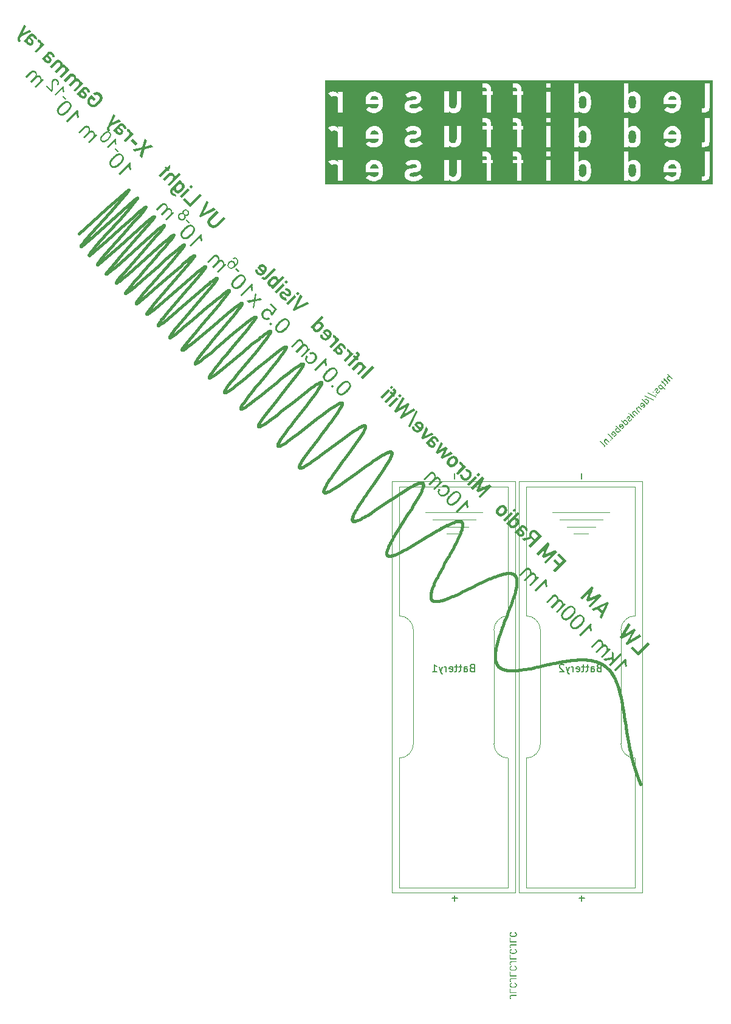
<source format=gbr>
%TF.GenerationSoftware,KiCad,Pcbnew,8.0.5*%
%TF.CreationDate,2025-02-05T23:58:55+08:00*%
%TF.ProjectId,bb,62622e6b-6963-4616-945f-706362585858,rev?*%
%TF.SameCoordinates,Original*%
%TF.FileFunction,Legend,Bot*%
%TF.FilePolarity,Positive*%
%FSLAX46Y46*%
G04 Gerber Fmt 4.6, Leading zero omitted, Abs format (unit mm)*
G04 Created by KiCad (PCBNEW 8.0.5) date 2025-02-05 23:58:55*
%MOMM*%
%LPD*%
G01*
G04 APERTURE LIST*
%ADD10C,0.150000*%
%ADD11C,0.423333*%
%ADD12C,0.000000*%
%ADD13C,0.300000*%
%ADD14C,0.120000*%
G04 APERTURE END LIST*
D10*
G36*
X128395880Y-89051315D02*
G01*
X128296747Y-89150448D01*
X129002941Y-89856642D01*
X129102074Y-89757509D01*
X128395880Y-89051315D01*
G37*
G36*
X128490523Y-89758027D02*
G01*
X128457808Y-89717492D01*
X128438867Y-89672429D01*
X128435775Y-89647668D01*
X128444266Y-89599273D01*
X128469792Y-89556702D01*
X128484132Y-89540936D01*
X128524217Y-89509232D01*
X128571743Y-89492200D01*
X128584647Y-89491197D01*
X128634905Y-89501818D01*
X128676613Y-89530521D01*
X128682399Y-89536100D01*
X128595355Y-89428677D01*
X128545146Y-89417473D01*
X128492617Y-89416298D01*
X128465135Y-89420387D01*
X128417355Y-89436410D01*
X128375047Y-89463151D01*
X128357366Y-89479107D01*
X128322027Y-89521161D01*
X128298042Y-89565287D01*
X128284633Y-89617407D01*
X128284139Y-89659757D01*
X128294048Y-89709108D01*
X128315140Y-89758372D01*
X128342768Y-89801408D01*
X128378959Y-89844377D01*
X128390871Y-89856642D01*
X128696906Y-90162677D01*
X128796039Y-90063544D01*
X128490523Y-89758027D01*
G37*
G36*
X128420749Y-90443669D02*
G01*
X128452484Y-90405357D01*
X128473468Y-90359115D01*
X128476706Y-90320357D01*
X128462240Y-90269214D01*
X128434415Y-90224959D01*
X128405206Y-90192209D01*
X127885362Y-89672365D01*
X127786228Y-89771498D01*
X128306936Y-90292206D01*
X128328179Y-90327956D01*
X128316608Y-90359216D01*
X128269114Y-90406710D01*
X128363411Y-90501007D01*
X128420749Y-90443669D01*
G37*
G36*
X128084146Y-89767180D02*
G01*
X127856865Y-89994461D01*
X127946154Y-90083750D01*
X128173435Y-89856469D01*
X128084146Y-89767180D01*
G37*
G36*
X128098135Y-90766283D02*
G01*
X128129870Y-90727971D01*
X128150854Y-90681729D01*
X128154092Y-90642971D01*
X128139625Y-90591828D01*
X128111800Y-90547573D01*
X128082592Y-90514824D01*
X127562747Y-89994979D01*
X127463614Y-90094112D01*
X127984322Y-90614820D01*
X128005565Y-90650571D01*
X127993994Y-90681830D01*
X127946499Y-90729324D01*
X128040797Y-90823622D01*
X128098135Y-90766283D01*
G37*
G36*
X127761532Y-90089795D02*
G01*
X127534251Y-90317076D01*
X127623540Y-90406365D01*
X127850820Y-90179084D01*
X127761532Y-90089795D01*
G37*
G36*
X127400058Y-90451268D02*
G01*
X127300925Y-90550401D01*
X128010055Y-91259531D01*
X128109188Y-91160398D01*
X127400058Y-90451268D01*
G37*
G36*
X127685541Y-91188549D02*
G01*
X127718149Y-91148530D01*
X127740514Y-91101608D01*
X127745297Y-91083889D01*
X127748952Y-91033501D01*
X127738459Y-90982981D01*
X127732862Y-90968522D01*
X127620431Y-90869907D01*
X127651643Y-90909277D01*
X127664298Y-90936917D01*
X127669391Y-90986480D01*
X127665507Y-91005826D01*
X127643063Y-91049593D01*
X127623885Y-91071627D01*
X127582751Y-91102900D01*
X127535583Y-91117388D01*
X127518016Y-91117740D01*
X127468762Y-91105320D01*
X127427280Y-91078993D01*
X127406794Y-91060401D01*
X127297471Y-90951079D01*
X127265479Y-90912720D01*
X127243457Y-90866755D01*
X127238406Y-90838129D01*
X127245315Y-90789427D01*
X127269786Y-90747104D01*
X127283827Y-90731570D01*
X127324211Y-90700361D01*
X127349283Y-90689602D01*
X127398051Y-90685521D01*
X127417329Y-90689947D01*
X127460943Y-90713153D01*
X127482957Y-90732433D01*
X127396086Y-90625183D01*
X127346703Y-90613930D01*
X127295178Y-90612592D01*
X127268284Y-90616547D01*
X127221232Y-90632290D01*
X127179424Y-90658750D01*
X127161897Y-90674577D01*
X127129861Y-90712327D01*
X127105526Y-90755930D01*
X127094542Y-90790289D01*
X127089705Y-90841433D01*
X127097080Y-90889756D01*
X127106631Y-90918437D01*
X127129172Y-90963790D01*
X127157669Y-91004808D01*
X127193789Y-91045623D01*
X127197820Y-91049694D01*
X127307661Y-91159534D01*
X127343880Y-91192502D01*
X127384540Y-91221923D01*
X127429773Y-91245520D01*
X127438054Y-91248823D01*
X127487170Y-91262027D01*
X127539556Y-91263450D01*
X127567410Y-91258668D01*
X127613652Y-91241683D01*
X127657563Y-91213527D01*
X127685541Y-91188549D01*
G37*
G36*
X127195057Y-91679033D02*
G01*
X127229035Y-91642205D01*
X127260335Y-91601460D01*
X127270184Y-91586636D01*
X127295520Y-91540989D01*
X127314861Y-91493749D01*
X127316987Y-91487330D01*
X127329333Y-91438235D01*
X127335607Y-91387775D01*
X127335985Y-91380943D01*
X127204728Y-91367127D01*
X127195256Y-91418858D01*
X127181607Y-91466022D01*
X127170187Y-91494929D01*
X127145767Y-91540600D01*
X127115728Y-91579989D01*
X127106113Y-91590090D01*
X127066971Y-91624946D01*
X127024186Y-91651616D01*
X126999726Y-91660208D01*
X126949793Y-91657755D01*
X126915791Y-91634993D01*
X126894862Y-91589469D01*
X126895412Y-91582491D01*
X126913258Y-91535063D01*
X126919073Y-91526361D01*
X126949432Y-91486645D01*
X126978484Y-91451753D01*
X126986601Y-91443290D01*
X126993854Y-91434309D01*
X126997654Y-91430164D01*
X127001108Y-91426019D01*
X127032009Y-91387573D01*
X127060386Y-91345728D01*
X127070018Y-91328786D01*
X127086122Y-91282544D01*
X127087461Y-91232934D01*
X127071396Y-91184391D01*
X127040652Y-91141584D01*
X127028050Y-91128275D01*
X126990814Y-91096181D01*
X126945702Y-91070407D01*
X126917346Y-91061092D01*
X126866480Y-91056743D01*
X126818005Y-91066024D01*
X126799042Y-91073009D01*
X126752630Y-91097741D01*
X126713100Y-91126848D01*
X126676860Y-91159649D01*
X126672794Y-91163679D01*
X126638345Y-91201392D01*
X126608829Y-91240699D01*
X126605266Y-91246060D01*
X126579361Y-91290014D01*
X126558636Y-91335867D01*
X126542833Y-91384052D01*
X126532039Y-91434655D01*
X126664159Y-91447262D01*
X126677069Y-91399052D01*
X126695052Y-91351979D01*
X126702500Y-91336385D01*
X126727644Y-91293638D01*
X126759568Y-91254817D01*
X126761738Y-91252623D01*
X126801513Y-91218548D01*
X126846789Y-91195940D01*
X126854826Y-91194076D01*
X126904762Y-91200673D01*
X126931680Y-91220500D01*
X126948087Y-91265576D01*
X126928944Y-91310593D01*
X126925636Y-91315315D01*
X126894832Y-91353648D01*
X126869161Y-91383188D01*
X126863634Y-91389751D01*
X126857417Y-91397005D01*
X126854654Y-91399768D01*
X126852236Y-91403222D01*
X126820795Y-91440930D01*
X126790742Y-91482915D01*
X126776072Y-91507364D01*
X126758510Y-91554187D01*
X126755368Y-91604956D01*
X126756039Y-91612024D01*
X126771726Y-91662421D01*
X126801486Y-91706461D01*
X126822012Y-91728773D01*
X126859965Y-91761215D01*
X126902624Y-91785295D01*
X126935480Y-91795610D01*
X126984328Y-91798760D01*
X127035171Y-91788287D01*
X127059310Y-91778857D01*
X127104570Y-91754049D01*
X127146991Y-91722854D01*
X127186208Y-91687742D01*
X127195057Y-91679033D01*
G37*
G36*
X126768128Y-91893189D02*
G01*
X126669168Y-91992149D01*
X126768301Y-92091282D01*
X126867261Y-91992322D01*
X126768128Y-91893189D01*
G37*
G36*
X126362960Y-91488021D02*
G01*
X126264000Y-91586981D01*
X126363133Y-91686114D01*
X126462093Y-91587154D01*
X126362960Y-91488021D01*
G37*
G36*
X126750857Y-92376765D02*
G01*
X126845500Y-92282122D01*
X125593901Y-91686114D01*
X125499086Y-91780930D01*
X126750857Y-92376765D01*
G37*
G36*
X126376431Y-92751191D02*
G01*
X126471074Y-92656548D01*
X125219475Y-92060540D01*
X125124660Y-92155356D01*
X126376431Y-92751191D01*
G37*
G36*
X124897034Y-92550161D02*
G01*
X124797900Y-92649294D01*
X125504094Y-93355488D01*
X125603227Y-93256355D01*
X124897034Y-92550161D01*
G37*
G36*
X125738802Y-93138397D02*
G01*
X125772062Y-93099463D01*
X125797547Y-93054848D01*
X125809265Y-93019921D01*
X125814635Y-92968021D01*
X125807701Y-92919152D01*
X125798385Y-92890219D01*
X125776102Y-92844730D01*
X125747875Y-92803767D01*
X125712059Y-92763174D01*
X125708060Y-92759135D01*
X125596837Y-92647913D01*
X125560145Y-92614362D01*
X125519215Y-92584294D01*
X125473997Y-92559985D01*
X125465754Y-92556551D01*
X125416703Y-92542441D01*
X125364825Y-92540036D01*
X125337433Y-92544289D01*
X125288371Y-92562266D01*
X125245662Y-92590346D01*
X125221893Y-92611817D01*
X125190651Y-92650755D01*
X125169614Y-92694880D01*
X125163346Y-92716995D01*
X125157621Y-92766878D01*
X125162899Y-92818300D01*
X125169045Y-92842552D01*
X125282167Y-92935295D01*
X125251449Y-92896296D01*
X125238991Y-92868631D01*
X125233917Y-92819405D01*
X125237955Y-92800239D01*
X125260477Y-92756700D01*
X125279577Y-92734784D01*
X125320854Y-92703597D01*
X125368494Y-92689392D01*
X125386309Y-92689189D01*
X125436234Y-92702280D01*
X125478396Y-92729287D01*
X125499259Y-92748255D01*
X125609099Y-92858096D01*
X125640715Y-92896078D01*
X125662239Y-92941545D01*
X125666956Y-92969836D01*
X125658038Y-93021398D01*
X125631953Y-93063321D01*
X125620498Y-93075705D01*
X125580061Y-93106563D01*
X125554697Y-93116982D01*
X125504866Y-93119821D01*
X125485269Y-93114909D01*
X125440370Y-93090722D01*
X125417741Y-93070869D01*
X125517220Y-93184164D01*
X125564430Y-93197675D01*
X125614483Y-93199219D01*
X125629306Y-93197463D01*
X125679505Y-93181737D01*
X125722922Y-93153045D01*
X125738802Y-93138397D01*
G37*
G36*
X125157301Y-93716789D02*
G01*
X125192957Y-93676980D01*
X125221236Y-93636242D01*
X125244005Y-93589888D01*
X125250562Y-93571025D01*
X125260840Y-93518897D01*
X125259853Y-93466523D01*
X125249181Y-93418699D01*
X125229033Y-93371228D01*
X125203026Y-93329283D01*
X125169561Y-93288076D01*
X125152293Y-93269999D01*
X125095473Y-93213179D01*
X125057898Y-93178713D01*
X125015188Y-93146932D01*
X124972014Y-93122556D01*
X124942973Y-93110419D01*
X124894454Y-93097621D01*
X124841706Y-93094374D01*
X124789611Y-93102474D01*
X124743267Y-93119492D01*
X124698576Y-93145718D01*
X124659767Y-93177195D01*
X124647128Y-93189345D01*
X124612604Y-93230043D01*
X124587828Y-93273337D01*
X124571834Y-93323961D01*
X124570965Y-93328719D01*
X124567778Y-93382016D01*
X124575010Y-93431885D01*
X124591889Y-93483103D01*
X124594108Y-93488299D01*
X124618168Y-93535235D01*
X124645863Y-93576978D01*
X124679495Y-93618743D01*
X124713793Y-93655306D01*
X124746780Y-93688292D01*
X125086837Y-93348235D01*
X125007220Y-93268617D01*
X124761460Y-93514378D01*
X124730474Y-93473475D01*
X124707844Y-93429494D01*
X124697213Y-93386575D01*
X124701435Y-93335602D01*
X124725888Y-93290578D01*
X124736590Y-93278807D01*
X124776763Y-93247368D01*
X124823661Y-93229922D01*
X124860938Y-93228377D01*
X124911584Y-93241556D01*
X124958010Y-93268828D01*
X124995994Y-93301950D01*
X125060241Y-93366196D01*
X125093277Y-93405676D01*
X125115670Y-93450038D01*
X125123451Y-93495380D01*
X125115137Y-93544528D01*
X125092453Y-93588087D01*
X125063177Y-93622664D01*
X125023268Y-93654049D01*
X124991331Y-93670331D01*
X124943079Y-93684873D01*
X124904115Y-93689156D01*
X124904115Y-93819376D01*
X124953740Y-93815307D01*
X125001693Y-93805239D01*
X125043833Y-93790880D01*
X125090877Y-93767831D01*
X125132529Y-93739100D01*
X125157301Y-93716789D01*
G37*
G36*
X124321751Y-93529576D02*
G01*
X124222618Y-93628709D01*
X124726746Y-94132837D01*
X124825879Y-94033704D01*
X124321751Y-93529576D01*
G37*
G36*
X124214328Y-94034222D02*
G01*
X124181613Y-93993687D01*
X124162672Y-93948624D01*
X124159580Y-93923863D01*
X124168071Y-93875468D01*
X124193597Y-93832897D01*
X124207938Y-93817131D01*
X124248079Y-93785484D01*
X124295812Y-93768660D01*
X124308798Y-93767737D01*
X124359573Y-93778877D01*
X124401735Y-93808033D01*
X124407585Y-93813677D01*
X124320714Y-93706426D01*
X124269850Y-93694566D01*
X124220880Y-93692664D01*
X124189285Y-93696928D01*
X124141282Y-93712727D01*
X124098864Y-93739358D01*
X124081172Y-93755302D01*
X124045832Y-93797356D01*
X124021847Y-93841482D01*
X124008438Y-93893602D01*
X124007944Y-93935952D01*
X124017853Y-93985303D01*
X124038945Y-94034567D01*
X124066573Y-94077603D01*
X124102764Y-94120572D01*
X124114676Y-94132837D01*
X124420711Y-94438872D01*
X124519844Y-94339739D01*
X124214328Y-94034222D01*
G37*
G36*
X123769092Y-94082234D02*
G01*
X123669959Y-94181367D01*
X124174087Y-94685495D01*
X124273220Y-94586362D01*
X123769092Y-94082234D01*
G37*
G36*
X123661669Y-94586880D02*
G01*
X123628955Y-94546346D01*
X123610013Y-94501282D01*
X123606921Y-94476522D01*
X123615412Y-94428126D01*
X123640938Y-94385555D01*
X123655279Y-94369789D01*
X123695420Y-94338142D01*
X123743154Y-94321318D01*
X123756139Y-94320395D01*
X123806915Y-94331535D01*
X123849077Y-94360691D01*
X123854927Y-94366335D01*
X123768056Y-94259085D01*
X123717191Y-94247225D01*
X123668221Y-94245322D01*
X123636627Y-94249586D01*
X123588623Y-94265386D01*
X123546206Y-94292016D01*
X123528513Y-94307961D01*
X123493173Y-94350015D01*
X123469189Y-94394141D01*
X123455779Y-94446260D01*
X123455286Y-94488611D01*
X123465195Y-94537962D01*
X123486286Y-94587226D01*
X123513915Y-94630261D01*
X123550105Y-94673231D01*
X123562018Y-94685495D01*
X123868053Y-94991530D01*
X123967186Y-94892397D01*
X123661669Y-94586880D01*
G37*
G36*
X123014368Y-94432827D02*
G01*
X122915235Y-94531960D01*
X123014195Y-94630920D01*
X123113328Y-94531787D01*
X123014368Y-94432827D01*
G37*
G36*
X123216434Y-94634893D02*
G01*
X123117301Y-94734026D01*
X123621429Y-95238154D01*
X123720562Y-95139021D01*
X123216434Y-94634893D01*
G37*
G36*
X123301578Y-95572512D02*
G01*
X123335556Y-95535684D01*
X123366856Y-95494939D01*
X123376705Y-95480115D01*
X123402041Y-95434468D01*
X123421382Y-95387228D01*
X123423508Y-95380809D01*
X123435854Y-95331714D01*
X123442128Y-95281253D01*
X123442506Y-95274422D01*
X123311249Y-95260606D01*
X123301777Y-95312336D01*
X123288128Y-95359501D01*
X123276708Y-95388408D01*
X123252288Y-95434079D01*
X123222249Y-95473468D01*
X123212634Y-95483569D01*
X123173492Y-95518425D01*
X123130707Y-95545095D01*
X123106247Y-95553687D01*
X123056314Y-95551234D01*
X123022312Y-95528472D01*
X123001383Y-95482948D01*
X123001933Y-95475970D01*
X123019779Y-95428542D01*
X123025594Y-95419840D01*
X123055953Y-95380124D01*
X123085005Y-95345232D01*
X123093122Y-95336769D01*
X123100375Y-95327788D01*
X123104175Y-95323643D01*
X123107629Y-95319498D01*
X123138530Y-95281052D01*
X123166907Y-95239207D01*
X123176539Y-95222265D01*
X123192643Y-95176023D01*
X123193982Y-95126413D01*
X123177917Y-95077870D01*
X123147173Y-95035063D01*
X123134571Y-95021754D01*
X123097335Y-94989660D01*
X123052223Y-94963886D01*
X123023867Y-94954571D01*
X122973002Y-94950222D01*
X122924526Y-94959503D01*
X122905563Y-94966488D01*
X122859151Y-94991220D01*
X122819621Y-95020327D01*
X122783381Y-95053128D01*
X122779315Y-95057158D01*
X122744866Y-95094871D01*
X122715350Y-95134178D01*
X122711787Y-95139539D01*
X122685882Y-95183493D01*
X122665157Y-95229346D01*
X122649354Y-95277531D01*
X122638560Y-95328134D01*
X122770680Y-95340741D01*
X122783590Y-95292531D01*
X122801573Y-95245458D01*
X122809021Y-95229864D01*
X122834165Y-95187117D01*
X122866089Y-95148296D01*
X122868259Y-95146102D01*
X122908034Y-95112027D01*
X122953310Y-95089419D01*
X122961347Y-95087555D01*
X123011284Y-95094152D01*
X123038201Y-95113979D01*
X123054608Y-95159055D01*
X123035465Y-95204072D01*
X123032157Y-95208794D01*
X123001353Y-95247127D01*
X122975682Y-95276667D01*
X122970155Y-95283230D01*
X122963938Y-95290484D01*
X122961175Y-95293247D01*
X122958757Y-95296701D01*
X122927316Y-95334409D01*
X122897263Y-95376394D01*
X122882593Y-95400843D01*
X122865031Y-95447666D01*
X122861889Y-95498435D01*
X122862560Y-95505502D01*
X122878247Y-95555900D01*
X122908007Y-95599940D01*
X122928533Y-95622252D01*
X122966486Y-95654694D01*
X123009145Y-95678774D01*
X123042001Y-95689089D01*
X123090849Y-95692239D01*
X123141692Y-95681766D01*
X123165831Y-95672336D01*
X123211091Y-95647528D01*
X123253512Y-95616333D01*
X123292729Y-95581220D01*
X123301578Y-95572512D01*
G37*
G36*
X121966562Y-95480633D02*
G01*
X121867429Y-95579766D01*
X122573623Y-96285960D01*
X122672756Y-96186827D01*
X121966562Y-95480633D01*
G37*
G36*
X122808330Y-96068869D02*
G01*
X122841591Y-96029935D01*
X122867076Y-95985320D01*
X122878794Y-95950393D01*
X122884163Y-95898493D01*
X122877230Y-95849624D01*
X122867913Y-95820691D01*
X122845630Y-95775202D01*
X122817404Y-95734238D01*
X122781587Y-95693646D01*
X122777588Y-95689607D01*
X122666366Y-95578384D01*
X122629673Y-95544834D01*
X122588743Y-95514765D01*
X122543525Y-95490456D01*
X122535282Y-95487023D01*
X122486231Y-95472912D01*
X122434353Y-95470507D01*
X122406962Y-95474761D01*
X122357899Y-95492738D01*
X122315191Y-95520817D01*
X122291422Y-95542289D01*
X122260180Y-95581226D01*
X122239142Y-95625352D01*
X122232874Y-95647467D01*
X122227150Y-95697349D01*
X122232427Y-95748771D01*
X122238574Y-95773024D01*
X122351696Y-95865767D01*
X122320978Y-95826768D01*
X122308519Y-95799102D01*
X122303446Y-95749876D01*
X122307483Y-95730711D01*
X122330006Y-95687171D01*
X122349105Y-95665255D01*
X122390382Y-95634068D01*
X122438022Y-95619863D01*
X122455837Y-95619661D01*
X122505763Y-95632752D01*
X122547925Y-95659758D01*
X122568787Y-95678726D01*
X122678628Y-95788567D01*
X122710243Y-95826550D01*
X122731767Y-95872017D01*
X122736484Y-95900308D01*
X122727567Y-95951869D01*
X122701482Y-95993793D01*
X122690026Y-96006177D01*
X122649589Y-96037034D01*
X122624226Y-96047453D01*
X122574394Y-96050293D01*
X122554798Y-96045381D01*
X122509898Y-96021194D01*
X122487270Y-96001341D01*
X122586748Y-96114636D01*
X122633959Y-96128147D01*
X122684011Y-96129691D01*
X122698834Y-96127934D01*
X122749034Y-96112208D01*
X122792451Y-96083517D01*
X122808330Y-96068869D01*
G37*
G36*
X122226830Y-96647260D02*
G01*
X122262486Y-96607451D01*
X122290764Y-96566713D01*
X122313533Y-96520359D01*
X122320091Y-96501497D01*
X122330369Y-96449368D01*
X122329382Y-96396995D01*
X122318709Y-96349170D01*
X122298561Y-96301700D01*
X122272555Y-96259755D01*
X122239089Y-96218548D01*
X122221821Y-96200471D01*
X122165001Y-96143650D01*
X122127427Y-96109185D01*
X122084717Y-96077404D01*
X122041543Y-96053028D01*
X122012502Y-96040890D01*
X121963982Y-96028093D01*
X121911234Y-96024846D01*
X121859139Y-96032946D01*
X121812795Y-96049964D01*
X121768104Y-96076190D01*
X121729295Y-96107667D01*
X121716657Y-96119817D01*
X121682132Y-96160514D01*
X121657357Y-96203809D01*
X121641363Y-96254432D01*
X121640494Y-96259190D01*
X121637306Y-96312488D01*
X121644538Y-96362357D01*
X121661418Y-96413575D01*
X121663636Y-96418771D01*
X121687697Y-96465706D01*
X121715392Y-96507450D01*
X121749023Y-96549215D01*
X121783321Y-96585777D01*
X121816308Y-96618764D01*
X122156366Y-96278706D01*
X122076748Y-96199089D01*
X121830988Y-96444849D01*
X121800002Y-96403946D01*
X121777372Y-96359966D01*
X121766741Y-96317047D01*
X121770963Y-96266073D01*
X121795416Y-96221050D01*
X121806118Y-96209279D01*
X121846292Y-96177840D01*
X121893189Y-96160394D01*
X121930467Y-96158848D01*
X121981112Y-96172028D01*
X122027538Y-96199300D01*
X122065522Y-96232421D01*
X122129769Y-96296668D01*
X122162806Y-96336147D01*
X122185198Y-96380510D01*
X122192979Y-96425852D01*
X122184665Y-96475000D01*
X122161981Y-96518559D01*
X122132705Y-96553136D01*
X122092796Y-96584521D01*
X122060859Y-96600803D01*
X122012608Y-96615344D01*
X121973643Y-96619627D01*
X121973643Y-96749848D01*
X122023269Y-96745779D01*
X122071221Y-96735711D01*
X122113362Y-96721351D01*
X122160405Y-96698303D01*
X122202057Y-96669572D01*
X122226830Y-96647260D01*
G37*
G36*
X121676762Y-97197328D02*
G01*
X121709369Y-97157310D01*
X121731735Y-97110388D01*
X121736518Y-97092669D01*
X121740173Y-97042280D01*
X121729680Y-96991760D01*
X121724083Y-96977301D01*
X121611652Y-96878686D01*
X121642863Y-96918057D01*
X121655519Y-96945696D01*
X121660612Y-96995260D01*
X121656728Y-97014606D01*
X121634283Y-97058372D01*
X121615106Y-97080406D01*
X121573971Y-97111679D01*
X121526804Y-97126167D01*
X121509237Y-97126519D01*
X121459982Y-97114099D01*
X121418500Y-97087772D01*
X121398015Y-97069181D01*
X121288692Y-96959858D01*
X121256700Y-96921499D01*
X121234678Y-96875534D01*
X121229626Y-96846908D01*
X121236535Y-96798206D01*
X121261006Y-96755883D01*
X121275048Y-96740349D01*
X121315432Y-96709140D01*
X121340504Y-96698381D01*
X121389272Y-96694300D01*
X121408550Y-96698727D01*
X121452164Y-96721933D01*
X121474178Y-96741212D01*
X121387307Y-96633962D01*
X121337924Y-96622709D01*
X121286399Y-96621372D01*
X121259505Y-96625327D01*
X121212452Y-96641069D01*
X121170645Y-96667529D01*
X121153118Y-96683356D01*
X121121082Y-96721106D01*
X121096746Y-96764709D01*
X121085763Y-96799069D01*
X121080926Y-96850212D01*
X121088301Y-96898535D01*
X121097852Y-96927216D01*
X121120393Y-96972570D01*
X121148890Y-97013587D01*
X121185009Y-97054402D01*
X121189041Y-97058473D01*
X121298881Y-97168314D01*
X121335101Y-97201281D01*
X121375761Y-97230702D01*
X121420993Y-97254299D01*
X121429274Y-97257603D01*
X121478390Y-97270806D01*
X121530777Y-97272229D01*
X121558631Y-97267447D01*
X121604873Y-97250462D01*
X121648783Y-97222306D01*
X121676762Y-97197328D01*
G37*
G36*
X121189213Y-96257982D02*
G01*
X121090080Y-96357115D01*
X121796274Y-97063309D01*
X121895407Y-96964175D01*
X121189213Y-96257982D01*
G37*
G36*
X121158126Y-97715964D02*
G01*
X121193782Y-97676155D01*
X121222061Y-97635417D01*
X121244830Y-97589063D01*
X121251387Y-97570200D01*
X121261665Y-97518072D01*
X121260678Y-97465698D01*
X121250006Y-97417874D01*
X121229858Y-97370403D01*
X121203851Y-97328458D01*
X121170386Y-97287251D01*
X121153118Y-97269174D01*
X121096298Y-97212354D01*
X121058723Y-97177888D01*
X121016014Y-97146107D01*
X120972839Y-97121731D01*
X120943798Y-97109594D01*
X120895279Y-97096796D01*
X120842531Y-97093549D01*
X120790436Y-97101649D01*
X120744092Y-97118667D01*
X120699401Y-97144893D01*
X120660592Y-97176370D01*
X120647953Y-97188520D01*
X120613429Y-97229217D01*
X120588653Y-97272512D01*
X120572659Y-97323136D01*
X120571790Y-97327894D01*
X120568603Y-97381191D01*
X120575835Y-97431060D01*
X120592714Y-97482278D01*
X120594933Y-97487474D01*
X120618993Y-97534410D01*
X120646688Y-97576153D01*
X120680320Y-97617918D01*
X120714618Y-97654480D01*
X120747605Y-97687467D01*
X121087662Y-97347410D01*
X121008045Y-97267792D01*
X120762285Y-97513553D01*
X120731299Y-97472650D01*
X120708669Y-97428669D01*
X120698038Y-97385750D01*
X120702260Y-97334776D01*
X120726713Y-97289753D01*
X120737415Y-97277982D01*
X120777588Y-97246543D01*
X120824486Y-97229097D01*
X120861763Y-97227552D01*
X120912409Y-97240731D01*
X120958835Y-97268003D01*
X120996819Y-97301124D01*
X121061066Y-97365371D01*
X121094102Y-97404850D01*
X121116495Y-97449213D01*
X121124276Y-97494555D01*
X121115962Y-97543703D01*
X121093278Y-97587262D01*
X121064002Y-97621839D01*
X121024093Y-97653224D01*
X120992156Y-97669506D01*
X120943904Y-97684048D01*
X120904940Y-97688331D01*
X120904940Y-97818551D01*
X120954565Y-97814482D01*
X121002518Y-97804414D01*
X121044659Y-97790054D01*
X121091702Y-97767006D01*
X121133354Y-97738275D01*
X121158126Y-97715964D01*
G37*
G36*
X120597351Y-98001792D02*
G01*
X120617903Y-98038233D01*
X120605122Y-98070701D01*
X120558492Y-98117332D01*
X120652789Y-98211629D01*
X120711164Y-98153255D01*
X120742749Y-98113425D01*
X120760960Y-98067413D01*
X120763494Y-98031152D01*
X120751925Y-97982117D01*
X120726684Y-97937723D01*
X120695620Y-97901795D01*
X120120510Y-97326685D01*
X120021377Y-97425818D01*
X120597351Y-98001792D01*
G37*
G36*
X120455386Y-98205930D02*
G01*
X120356426Y-98304890D01*
X120455559Y-98404023D01*
X120554520Y-98305063D01*
X120455386Y-98205930D01*
G37*
G36*
X119812057Y-98039269D02*
G01*
X119712924Y-98138402D01*
X120217053Y-98642530D01*
X120316186Y-98543397D01*
X119812057Y-98039269D01*
G37*
G36*
X119704634Y-98543915D02*
G01*
X119671920Y-98503381D01*
X119652979Y-98458317D01*
X119649887Y-98433556D01*
X119658378Y-98385161D01*
X119683903Y-98342590D01*
X119698244Y-98326824D01*
X119738386Y-98295177D01*
X119786119Y-98278353D01*
X119799105Y-98277430D01*
X119849880Y-98288570D01*
X119892042Y-98317726D01*
X119897892Y-98323370D01*
X119811021Y-98216120D01*
X119760157Y-98204260D01*
X119711187Y-98202357D01*
X119679592Y-98206621D01*
X119631588Y-98222420D01*
X119589171Y-98249051D01*
X119571478Y-98264995D01*
X119536138Y-98307049D01*
X119512154Y-98351176D01*
X119498745Y-98403295D01*
X119498251Y-98445646D01*
X119508160Y-98494996D01*
X119529252Y-98544261D01*
X119556880Y-98587296D01*
X119593071Y-98630265D01*
X119604983Y-98642530D01*
X119911018Y-98948565D01*
X120010151Y-98849432D01*
X119704634Y-98543915D01*
G37*
G36*
X119534174Y-99064968D02*
G01*
X119554726Y-99101409D01*
X119541946Y-99133878D01*
X119495315Y-99180509D01*
X119589612Y-99274806D01*
X119647987Y-99216431D01*
X119679572Y-99176601D01*
X119697783Y-99130590D01*
X119700317Y-99094328D01*
X119688748Y-99045294D01*
X119663508Y-99000900D01*
X119632443Y-98964972D01*
X119057333Y-98389862D01*
X118958200Y-98488995D01*
X119534174Y-99064968D01*
G37*
D11*
X77059586Y-101921935D02*
X77068687Y-101889881D01*
X113000364Y-129257590D02*
X112880099Y-129282146D01*
X69207544Y-85979579D02*
X66872676Y-87936531D01*
X60758281Y-85770282D02*
X60731501Y-85772959D01*
X56080794Y-80234410D02*
X56234450Y-80033665D01*
X80671662Y-104771077D02*
X80729264Y-104665379D01*
X107685432Y-130308231D02*
X107577302Y-130319779D01*
X107175408Y-117230391D02*
X107156165Y-117201101D01*
X81405636Y-105313231D02*
X81301644Y-105371646D01*
X118767318Y-129247539D02*
X118697276Y-129218190D01*
X90080732Y-114337232D02*
X90011069Y-114356827D01*
X62532267Y-84494139D02*
X62004176Y-84921253D01*
X81301644Y-105371646D02*
X81203023Y-105423462D01*
X89880157Y-114388305D02*
X89819042Y-114400138D01*
X73015074Y-83161657D02*
X73009415Y-83154769D01*
X124071320Y-144745972D02*
X124019637Y-144604485D01*
X82006187Y-94984051D02*
X82237739Y-94651702D01*
X107146529Y-130350181D02*
X107041906Y-130358218D01*
X118961276Y-129334921D02*
X118898281Y-129305539D01*
X106627350Y-116860128D02*
X106586200Y-116852547D01*
X99829704Y-119388396D02*
X99452255Y-119565665D01*
X60697580Y-85759025D02*
X60690614Y-85742250D01*
X123098223Y-141248108D02*
X123061038Y-141086513D01*
D12*
G36*
X112685238Y-119779895D02*
G01*
X112697058Y-119780503D01*
X112708784Y-119781608D01*
X112720420Y-119783198D01*
X112731972Y-119785266D01*
X112743442Y-119787798D01*
X112754833Y-119790787D01*
X112766148Y-119794221D01*
X112777392Y-119798090D01*
X112799678Y-119807093D01*
X112821716Y-119817712D01*
X112843537Y-119829868D01*
X112865165Y-119843473D01*
X112886629Y-119858450D01*
X112907956Y-119874716D01*
X112929175Y-119892188D01*
X112950312Y-119910786D01*
X112971392Y-119930423D01*
X112992448Y-119951021D01*
X113019203Y-119979521D01*
X113043382Y-120008898D01*
X113065042Y-120039154D01*
X113084234Y-120070286D01*
X113101017Y-120102298D01*
X113115439Y-120135183D01*
X113127563Y-120168948D01*
X113137437Y-120203589D01*
X113145123Y-120239111D01*
X113150667Y-120275504D01*
X113154131Y-120312777D01*
X113155565Y-120350927D01*
X113155028Y-120389954D01*
X113152570Y-120429859D01*
X113148250Y-120470638D01*
X113142121Y-120512297D01*
X113156362Y-120505501D01*
X113171020Y-120499175D01*
X113186057Y-120493341D01*
X113201455Y-120488028D01*
X113217180Y-120483265D01*
X113233208Y-120479074D01*
X113249508Y-120475487D01*
X113266057Y-120472531D01*
X113282823Y-120470234D01*
X113299783Y-120468621D01*
X113316907Y-120467721D01*
X113334168Y-120467563D01*
X113351537Y-120468168D01*
X113368989Y-120469571D01*
X113386498Y-120471797D01*
X113404032Y-120474872D01*
X113421567Y-120478815D01*
X113439074Y-120483607D01*
X113456526Y-120489220D01*
X113473895Y-120495631D01*
X113491157Y-120502808D01*
X113508280Y-120510721D01*
X113525237Y-120519349D01*
X113542006Y-120528664D01*
X113558553Y-120538634D01*
X113574854Y-120549235D01*
X113590882Y-120560439D01*
X113606607Y-120572218D01*
X113622004Y-120584545D01*
X113637043Y-120597395D01*
X113651699Y-120610734D01*
X113665945Y-120624541D01*
X113679754Y-120638788D01*
X113693098Y-120653447D01*
X113705947Y-120668491D01*
X113718275Y-120683886D01*
X113730056Y-120699613D01*
X113741261Y-120715642D01*
X113751863Y-120731943D01*
X113761832Y-120748490D01*
X113771146Y-120765258D01*
X113779775Y-120782216D01*
X113787689Y-120799340D01*
X113794865Y-120816599D01*
X113801273Y-120833969D01*
X113806888Y-120851421D01*
X113811680Y-120868928D01*
X113815623Y-120886462D01*
X113822564Y-120921536D01*
X113829067Y-120956613D01*
X113834694Y-120991690D01*
X113837040Y-121009227D01*
X113839004Y-121026770D01*
X113840529Y-121044306D01*
X113841560Y-121061847D01*
X113842045Y-121079386D01*
X113841925Y-121096927D01*
X113841148Y-121114467D01*
X113839658Y-121132008D01*
X113837401Y-121149548D01*
X113834322Y-121167088D01*
X114002698Y-120998711D01*
X114171081Y-121167094D01*
X113011129Y-122327046D01*
X112824039Y-122139955D01*
X113404027Y-121559965D01*
X113424427Y-121539137D01*
X113443564Y-121518746D01*
X113461497Y-121498795D01*
X113478278Y-121479282D01*
X113493961Y-121460207D01*
X113508606Y-121441572D01*
X113534987Y-121405616D01*
X113557858Y-121371412D01*
X113577663Y-121338963D01*
X113594834Y-121308266D01*
X113609812Y-121279322D01*
X113616398Y-121265293D01*
X113622161Y-121251261D01*
X113627159Y-121237230D01*
X113631443Y-121223197D01*
X113635069Y-121209167D01*
X113638095Y-121195138D01*
X113640572Y-121181106D01*
X113642556Y-121167074D01*
X113644101Y-121153043D01*
X113645262Y-121139011D01*
X113646095Y-121124981D01*
X113646654Y-121110951D01*
X113647166Y-121082886D01*
X113647240Y-121054824D01*
X113647078Y-121047862D01*
X113646596Y-121041005D01*
X113645803Y-121034250D01*
X113644716Y-121027597D01*
X113643340Y-121021039D01*
X113641688Y-121014574D01*
X113639765Y-121008197D01*
X113637590Y-121001907D01*
X113632505Y-120989571D01*
X113626516Y-120977533D01*
X113619705Y-120965771D01*
X113612156Y-120954256D01*
X113603949Y-120942961D01*
X113595166Y-120931860D01*
X113585890Y-120920919D01*
X113576201Y-120910117D01*
X113555923Y-120888817D01*
X113534987Y-120867732D01*
X113520953Y-120854147D01*
X113506922Y-120841496D01*
X113492889Y-120829829D01*
X113478859Y-120819204D01*
X113464827Y-120809677D01*
X113450795Y-120801298D01*
X113436763Y-120794127D01*
X113422731Y-120788217D01*
X113408701Y-120783623D01*
X113394668Y-120780397D01*
X113380635Y-120778597D01*
X113373621Y-120778246D01*
X113366606Y-120778276D01*
X113359591Y-120778688D01*
X113352572Y-120779490D01*
X113345558Y-120780690D01*
X113338544Y-120782295D01*
X113331528Y-120784309D01*
X113324512Y-120786741D01*
X113317496Y-120789601D01*
X113310482Y-120792889D01*
X113296237Y-120799710D01*
X113281581Y-120806231D01*
X113251145Y-120818913D01*
X113219392Y-120832033D01*
X113203089Y-120839100D01*
X113186542Y-120846686D01*
X113169776Y-120854934D01*
X113152817Y-120863973D01*
X113135692Y-120873944D01*
X113118430Y-120884984D01*
X113101060Y-120897230D01*
X113083605Y-120910819D01*
X113066099Y-120925888D01*
X113048564Y-120942574D01*
X112300208Y-121690930D01*
X112094408Y-121485128D01*
X112786630Y-120792906D01*
X112807231Y-120771858D01*
X112826899Y-120750810D01*
X112845580Y-120729763D01*
X112863222Y-120708716D01*
X112879767Y-120687668D01*
X112895160Y-120666621D01*
X112909347Y-120645574D01*
X112922276Y-120624527D01*
X112933888Y-120603480D01*
X112944126Y-120582432D01*
X112952944Y-120561385D01*
X112960277Y-120540336D01*
X112966080Y-120519290D01*
X112970290Y-120498239D01*
X112972855Y-120477190D01*
X112973722Y-120456141D01*
X112973071Y-120435312D01*
X112971158Y-120414920D01*
X112968041Y-120394969D01*
X112963773Y-120375457D01*
X112958412Y-120356384D01*
X112952009Y-120337747D01*
X112944617Y-120319551D01*
X112936296Y-120301792D01*
X112927096Y-120284473D01*
X112917077Y-120267592D01*
X112906288Y-120251150D01*
X112894789Y-120235146D01*
X112882632Y-120219583D01*
X112869873Y-120204457D01*
X112856565Y-120189768D01*
X112842763Y-120175520D01*
X112835327Y-120168512D01*
X112827124Y-120161561D01*
X112818262Y-120154720D01*
X112808853Y-120148040D01*
X112799005Y-120141582D01*
X112788828Y-120135399D01*
X112778432Y-120129542D01*
X112767927Y-120124069D01*
X112757421Y-120119036D01*
X112747025Y-120114495D01*
X112736848Y-120110504D01*
X112726999Y-120107113D01*
X112717588Y-120104382D01*
X112708728Y-120102364D01*
X112700526Y-120101113D01*
X112693090Y-120100683D01*
X112543417Y-120100683D01*
X112539799Y-120100899D01*
X112535970Y-120101540D01*
X112531933Y-120102593D01*
X112527701Y-120104042D01*
X112518665Y-120108080D01*
X112508918Y-120113542D01*
X112498513Y-120120321D01*
X112487508Y-120128307D01*
X112475952Y-120137389D01*
X112463904Y-120147458D01*
X112451419Y-120158402D01*
X112438546Y-120170114D01*
X112411878Y-120195404D01*
X112384329Y-120222445D01*
X112356341Y-120250362D01*
X111626695Y-120980008D01*
X111439604Y-120792917D01*
X112244082Y-119988439D01*
X112268637Y-119964751D01*
X112293194Y-119942760D01*
X112317750Y-119922416D01*
X112342306Y-119903660D01*
X112366861Y-119886441D01*
X112391418Y-119870700D01*
X112415974Y-119856386D01*
X112440528Y-119843440D01*
X112465083Y-119831812D01*
X112489640Y-119821445D01*
X112514195Y-119812281D01*
X112538752Y-119804271D01*
X112563306Y-119797355D01*
X112587862Y-119791481D01*
X112612417Y-119786594D01*
X112636973Y-119782638D01*
X112649195Y-119781159D01*
X112661311Y-119780212D01*
X112673325Y-119779795D01*
X112685238Y-119779895D01*
G37*
G36*
X76380922Y-78072279D02*
G01*
X76382521Y-78072414D01*
X76384151Y-78072675D01*
X76385809Y-78073074D01*
X76387490Y-78073623D01*
X76389192Y-78074328D01*
X76390911Y-78075198D01*
X76392644Y-78076248D01*
X76394386Y-78077485D01*
X76396138Y-78078923D01*
X76397891Y-78080569D01*
X76622390Y-78305068D01*
X76623157Y-78305908D01*
X76623993Y-78306919D01*
X76625021Y-78308283D01*
X76626159Y-78309978D01*
X76627323Y-78311974D01*
X76628432Y-78314244D01*
X76628942Y-78315473D01*
X76629406Y-78316761D01*
X76629813Y-78318104D01*
X76630158Y-78319497D01*
X76630429Y-78320939D01*
X76630611Y-78322425D01*
X76630699Y-78323952D01*
X76630680Y-78325517D01*
X76630546Y-78327117D01*
X76630281Y-78328746D01*
X76629884Y-78330405D01*
X76629338Y-78332087D01*
X76628634Y-78333788D01*
X76627761Y-78335506D01*
X76626712Y-78337240D01*
X76625472Y-78338983D01*
X76624036Y-78340733D01*
X76622389Y-78342486D01*
X75518565Y-79446310D01*
X75517726Y-79447079D01*
X75516717Y-79447914D01*
X75515350Y-79448943D01*
X75513656Y-79450078D01*
X75511658Y-79451244D01*
X75509390Y-79452353D01*
X75508161Y-79452862D01*
X75506873Y-79453326D01*
X75505531Y-79453736D01*
X75504136Y-79454081D01*
X75502694Y-79454349D01*
X75501208Y-79454532D01*
X75499682Y-79454621D01*
X75498114Y-79454600D01*
X75496516Y-79454465D01*
X75494887Y-79454204D01*
X75493231Y-79453805D01*
X75491548Y-79453258D01*
X75489847Y-79452554D01*
X75488128Y-79451682D01*
X75486394Y-79450633D01*
X75484650Y-79449393D01*
X75482900Y-79447956D01*
X75481148Y-79446310D01*
X75256649Y-79221811D01*
X76360471Y-78080568D01*
X76361314Y-78079802D01*
X76362322Y-78078968D01*
X76363688Y-78077938D01*
X76365382Y-78076801D01*
X76367379Y-78075636D01*
X76369649Y-78074526D01*
X76370878Y-78074017D01*
X76372166Y-78073552D01*
X76373508Y-78073144D01*
X76374902Y-78072800D01*
X76376342Y-78072530D01*
X76377830Y-78072347D01*
X76379358Y-78072260D01*
X76380922Y-78072279D01*
G37*
D11*
X77578949Y-87762321D02*
X77577853Y-87738166D01*
X84905162Y-108131174D02*
X84971788Y-108018646D01*
X90286749Y-111597551D02*
X90432242Y-111354596D01*
X94313926Y-104765217D02*
X94326060Y-104705226D01*
X124125809Y-144890262D02*
X124071320Y-144745972D01*
X71424378Y-96045831D02*
X71451859Y-95994610D01*
X74218463Y-85837130D02*
X73831218Y-86124457D01*
X89587274Y-112886360D02*
X89632759Y-112792146D01*
X59276932Y-83457688D02*
X59418465Y-83267229D01*
X62410047Y-72715476D02*
X62423219Y-72677295D01*
X55959847Y-80402968D02*
X56080794Y-80234410D01*
D12*
G36*
X100588455Y-106723837D02*
G01*
X100581664Y-106745101D01*
X100575338Y-106766774D01*
X100569505Y-106788830D01*
X100564194Y-106811244D01*
X100559429Y-106833986D01*
X100555239Y-106857028D01*
X100551654Y-106880346D01*
X100548700Y-106903911D01*
X100546403Y-106927694D01*
X100544792Y-106951670D01*
X100543890Y-106975810D01*
X100543731Y-107000087D01*
X100544338Y-107024474D01*
X100545740Y-107048945D01*
X100547964Y-107073468D01*
X100551037Y-107098021D01*
X100558898Y-107149584D01*
X100568288Y-107205309D01*
X100578996Y-107264104D01*
X100590798Y-107324871D01*
X100603479Y-107386515D01*
X100616815Y-107447939D01*
X100630592Y-107508047D01*
X100644587Y-107565744D01*
X100457497Y-107752835D01*
X100443465Y-107723090D01*
X100429432Y-107690276D01*
X100415402Y-107654832D01*
X100401371Y-107617195D01*
X100387338Y-107577805D01*
X100373310Y-107537099D01*
X100345253Y-107453499D01*
X100338660Y-107432456D01*
X100332865Y-107411441D01*
X100327779Y-107390479D01*
X100323325Y-107369599D01*
X100319420Y-107348829D01*
X100315981Y-107328196D01*
X100310169Y-107287452D01*
X100300522Y-107208814D01*
X100295371Y-107171361D01*
X100292426Y-107153196D01*
X100289126Y-107135444D01*
X99035628Y-108388944D01*
X98829827Y-108183140D01*
X100438793Y-106574175D01*
X100588455Y-106723837D01*
G37*
D11*
X106262448Y-130358160D02*
X106176236Y-130353219D01*
X48895841Y-73863600D02*
X48904666Y-73830509D01*
X104419007Y-127531855D02*
X104440052Y-127419660D01*
X67890464Y-83405260D02*
X65375996Y-85541812D01*
X118366174Y-129104929D02*
X118329531Y-129095995D01*
X72994439Y-83144686D02*
X72985132Y-83141483D01*
X58992379Y-72653140D02*
X58246335Y-73305582D01*
X97533190Y-115054013D02*
X97779677Y-114622772D01*
X122190975Y-135829114D02*
X122177967Y-135743260D01*
X84754498Y-109582763D02*
X84727864Y-109584934D01*
X77052807Y-101951968D02*
X77059586Y-101921935D01*
X107073496Y-117094461D02*
X107051620Y-117070433D01*
X81091095Y-94138182D02*
X80726945Y-94408731D01*
X77242532Y-102158238D02*
X77215108Y-102160474D01*
X122204859Y-135915145D02*
X122190975Y-135829114D01*
X55932152Y-80724927D02*
X55888171Y-80743954D01*
X95373661Y-119790861D02*
X95381204Y-119734039D01*
X66967703Y-78004308D02*
X67180254Y-77696050D01*
X85542252Y-96456340D02*
X85436070Y-96512061D01*
X94165100Y-105195374D02*
X94226840Y-105037054D01*
X89717986Y-99912450D02*
X89691678Y-99913698D01*
X55796984Y-80735982D02*
X55795248Y-80713122D01*
X119519419Y-129647442D02*
X119463291Y-129609966D01*
X121876753Y-134109974D02*
X121859269Y-134026484D01*
X74073205Y-99126419D02*
X74061042Y-99113460D01*
D12*
G36*
X75220977Y-76014307D02*
G01*
X75222578Y-76014442D01*
X75224206Y-76014703D01*
X75225863Y-76015102D01*
X75227544Y-76015647D01*
X75229245Y-76016351D01*
X75230962Y-76017221D01*
X75232697Y-76018271D01*
X75234436Y-76019507D01*
X75236187Y-76020944D01*
X75237939Y-76022590D01*
X75462449Y-76247098D01*
X75463214Y-76247940D01*
X75464052Y-76248949D01*
X75465081Y-76250314D01*
X75466218Y-76252009D01*
X75467381Y-76254005D01*
X75468492Y-76256275D01*
X75469001Y-76257504D01*
X75469466Y-76258792D01*
X75469874Y-76260134D01*
X75470219Y-76261528D01*
X75470489Y-76262971D01*
X75470669Y-76264456D01*
X75470756Y-76265984D01*
X75470739Y-76267548D01*
X75470604Y-76269147D01*
X75470341Y-76270777D01*
X75469944Y-76272435D01*
X75469396Y-76274119D01*
X75468692Y-76275819D01*
X75467821Y-76277537D01*
X75466771Y-76279270D01*
X75465533Y-76281014D01*
X75464096Y-76282765D01*
X75462449Y-76284517D01*
X75237939Y-76509027D01*
X75237099Y-76509795D01*
X75236090Y-76510630D01*
X75234725Y-76511659D01*
X75233030Y-76512796D01*
X75231032Y-76513960D01*
X75228763Y-76515069D01*
X75227534Y-76515578D01*
X75226246Y-76516043D01*
X75224904Y-76516453D01*
X75223511Y-76516798D01*
X75222068Y-76517065D01*
X75220582Y-76517249D01*
X75219056Y-76517337D01*
X75217489Y-76517318D01*
X75215891Y-76517182D01*
X75214261Y-76516920D01*
X75212603Y-76516521D01*
X75210922Y-76515976D01*
X75209220Y-76515270D01*
X75207501Y-76514398D01*
X75205767Y-76513349D01*
X75204025Y-76512110D01*
X75202274Y-76510672D01*
X75200522Y-76509027D01*
X74976012Y-76284517D01*
X74976016Y-76284513D01*
X75200532Y-76022600D01*
X75201371Y-76021833D01*
X75202380Y-76020995D01*
X75203748Y-76019970D01*
X75205442Y-76018831D01*
X75207438Y-76017666D01*
X75209708Y-76016557D01*
X75210937Y-76016047D01*
X75212224Y-76015582D01*
X75213566Y-76015173D01*
X75214959Y-76014828D01*
X75216401Y-76014559D01*
X75217887Y-76014377D01*
X75219414Y-76014288D01*
X75220977Y-76014307D01*
G37*
D11*
X106763221Y-120615711D02*
X106864719Y-120325251D01*
X82289863Y-93331359D02*
X82166491Y-93404666D01*
X118178691Y-129057879D02*
X118020833Y-129015548D01*
X68977052Y-79513531D02*
X69007897Y-79458882D01*
X66710019Y-77743144D02*
X66514921Y-77888282D01*
X99695341Y-109731607D02*
X99684202Y-109719410D01*
X100017903Y-119296785D02*
X99829704Y-119388396D01*
X99647632Y-109686896D02*
X99634386Y-109677433D01*
X78167941Y-100080863D02*
X78427176Y-99730485D01*
X66872693Y-86379964D02*
X67906357Y-85157336D01*
X98722744Y-109695877D02*
X98577835Y-109744199D01*
X80730243Y-105599468D02*
X80672292Y-105606933D01*
X89233633Y-114158329D02*
X89229309Y-114138335D01*
X120628218Y-130779912D02*
X120609048Y-130753176D01*
X122235960Y-136085626D02*
X122219797Y-136000824D01*
X72814560Y-95614580D02*
X72467393Y-95860954D01*
X55527776Y-68150174D02*
X51980581Y-71308234D01*
X91287159Y-113809170D02*
X91089370Y-113908090D01*
X96594469Y-116771018D02*
X96706020Y-116565863D01*
X119287656Y-129505488D02*
X119223784Y-129469973D01*
D12*
G36*
X122973141Y-123703793D02*
G01*
X122973350Y-123703964D01*
X122973489Y-123704277D01*
X122973574Y-123704728D01*
X122973618Y-123705311D01*
X122973635Y-123706835D01*
X122973654Y-123708799D01*
X122973782Y-123711147D01*
X122973921Y-123712447D01*
X122974130Y-123713824D01*
X122974418Y-123715268D01*
X122974805Y-123716773D01*
X122975300Y-123718336D01*
X122975919Y-123719944D01*
X122976675Y-123721595D01*
X122977582Y-123723280D01*
X122978653Y-123724990D01*
X122979902Y-123726721D01*
X122981343Y-123728469D01*
X122982990Y-123730221D01*
X123226198Y-123973429D01*
X123226964Y-123974270D01*
X123227801Y-123975279D01*
X123228829Y-123976647D01*
X123229965Y-123978340D01*
X123231132Y-123980336D01*
X123232242Y-123982606D01*
X123232749Y-123983835D01*
X123233213Y-123985124D01*
X123233624Y-123986465D01*
X123233968Y-123987858D01*
X123234237Y-123989301D01*
X123234419Y-123990786D01*
X123234506Y-123992314D01*
X123234487Y-123993879D01*
X123234353Y-123995480D01*
X123234092Y-123997108D01*
X123233692Y-123998766D01*
X123233146Y-124000447D01*
X123232442Y-124002149D01*
X123231571Y-124003868D01*
X123230520Y-124005601D01*
X123229282Y-124007344D01*
X123227844Y-124009094D01*
X123226198Y-124010849D01*
X122795882Y-124665652D01*
X122365582Y-125320461D01*
X123731329Y-124553386D01*
X123732170Y-124552619D01*
X123733179Y-124551782D01*
X123734543Y-124550755D01*
X123736239Y-124549617D01*
X123738235Y-124548454D01*
X123740505Y-124547342D01*
X123741734Y-124546836D01*
X123743022Y-124546371D01*
X123744363Y-124545962D01*
X123745756Y-124545615D01*
X123747198Y-124545345D01*
X123748684Y-124545162D01*
X123750211Y-124545074D01*
X123751776Y-124545094D01*
X123753374Y-124545227D01*
X123755003Y-124545488D01*
X123756660Y-124545887D01*
X123758341Y-124546433D01*
X123760043Y-124547136D01*
X123761761Y-124548007D01*
X123763492Y-124549056D01*
X123765236Y-124550294D01*
X123766984Y-124551730D01*
X123768737Y-124553378D01*
X123937119Y-124721760D01*
X123937886Y-124722598D01*
X123938723Y-124723608D01*
X123939750Y-124724974D01*
X123940887Y-124726669D01*
X123942052Y-124728664D01*
X123943160Y-124730935D01*
X123943671Y-124732163D01*
X123944136Y-124733453D01*
X123944543Y-124734793D01*
X123944889Y-124736186D01*
X123945158Y-124737631D01*
X123945341Y-124739115D01*
X123945428Y-124740642D01*
X123945408Y-124742207D01*
X123945273Y-124743807D01*
X123945012Y-124745437D01*
X123944614Y-124747095D01*
X123944066Y-124748776D01*
X123943364Y-124750478D01*
X123942489Y-124752197D01*
X123941441Y-124753929D01*
X123940202Y-124755673D01*
X123938765Y-124757425D01*
X123937119Y-124759176D01*
X123544232Y-125451409D01*
X123151339Y-126143627D01*
X124460970Y-125320434D01*
X124461811Y-125319667D01*
X124462820Y-125318830D01*
X124464185Y-125317803D01*
X124465881Y-125316667D01*
X124467876Y-125315502D01*
X124470144Y-125314390D01*
X124471376Y-125313883D01*
X124472663Y-125313419D01*
X124474005Y-125313009D01*
X124475398Y-125312663D01*
X124476838Y-125312395D01*
X124478325Y-125312210D01*
X124479853Y-125312123D01*
X124481416Y-125312142D01*
X124483015Y-125312276D01*
X124484644Y-125312537D01*
X124486301Y-125312936D01*
X124487982Y-125313484D01*
X124489682Y-125314183D01*
X124491401Y-125315056D01*
X124493132Y-125316104D01*
X124494876Y-125317343D01*
X124496623Y-125318779D01*
X124498376Y-125320423D01*
X124760294Y-125582341D01*
X124765630Y-125587749D01*
X124767119Y-125589412D01*
X124767592Y-125590031D01*
X124767894Y-125590526D01*
X124768034Y-125590912D01*
X124768015Y-125591204D01*
X124767844Y-125591411D01*
X124767530Y-125591550D01*
X124767078Y-125591634D01*
X124766496Y-125591677D01*
X124764972Y-125591696D01*
X124763009Y-125591714D01*
X124760660Y-125591841D01*
X124759360Y-125591981D01*
X124757984Y-125592189D01*
X124756540Y-125592481D01*
X124755034Y-125592867D01*
X124753472Y-125593360D01*
X124751861Y-125593980D01*
X124750213Y-125594736D01*
X124748527Y-125595642D01*
X124746817Y-125596713D01*
X124745085Y-125597964D01*
X124743339Y-125599403D01*
X124741586Y-125601052D01*
X122777155Y-126779716D01*
X122776315Y-126780484D01*
X122775307Y-126781320D01*
X122773941Y-126782347D01*
X122772247Y-126783484D01*
X122770252Y-126784650D01*
X122767982Y-126785761D01*
X122766753Y-126786270D01*
X122765465Y-126786736D01*
X122764124Y-126787144D01*
X122762728Y-126787488D01*
X122761287Y-126787756D01*
X122759803Y-126787943D01*
X122758275Y-126788030D01*
X122756711Y-126788013D01*
X122755112Y-126787878D01*
X122753481Y-126787613D01*
X122751826Y-126787215D01*
X122750145Y-126786670D01*
X122748444Y-126785966D01*
X122746725Y-126785095D01*
X122744994Y-126784046D01*
X122743251Y-126782808D01*
X122741501Y-126781372D01*
X122739749Y-126779729D01*
X122552667Y-126592647D01*
X122590076Y-126555240D01*
X122688590Y-126373117D01*
X122788857Y-126192752D01*
X122840199Y-126103775D01*
X122892635Y-126015895D01*
X122946384Y-125929327D01*
X123001673Y-125844297D01*
X123056153Y-125760070D01*
X123107784Y-125675625D01*
X123157222Y-125590743D01*
X123205129Y-125505202D01*
X123394565Y-125152080D01*
X122010114Y-125937859D01*
X122009275Y-125938626D01*
X122008264Y-125939461D01*
X122006898Y-125940489D01*
X122005203Y-125941625D01*
X122003208Y-125942791D01*
X122000938Y-125943901D01*
X121999709Y-125944410D01*
X121998419Y-125944874D01*
X121997078Y-125945284D01*
X121995685Y-125945629D01*
X121994243Y-125945896D01*
X121992757Y-125946081D01*
X121991231Y-125946168D01*
X121989663Y-125946149D01*
X121988065Y-125946013D01*
X121986435Y-125945751D01*
X121984778Y-125945352D01*
X121983096Y-125944806D01*
X121981395Y-125944102D01*
X121979675Y-125943229D01*
X121977943Y-125942180D01*
X121976199Y-125940941D01*
X121974450Y-125939506D01*
X121972696Y-125937858D01*
X121766906Y-125732068D01*
X121766138Y-125731228D01*
X121765300Y-125730219D01*
X121764275Y-125728853D01*
X121763137Y-125727158D01*
X121761971Y-125725162D01*
X121760861Y-125722892D01*
X121760355Y-125721663D01*
X121759890Y-125720375D01*
X121759481Y-125719033D01*
X121759136Y-125717640D01*
X121758868Y-125716198D01*
X121758684Y-125714712D01*
X121758596Y-125713184D01*
X121758615Y-125711619D01*
X121758751Y-125710020D01*
X121759011Y-125708388D01*
X121759412Y-125706732D01*
X121759958Y-125705049D01*
X121760662Y-125703348D01*
X121761534Y-125701629D01*
X121762584Y-125699896D01*
X121763822Y-125698153D01*
X121765260Y-125696403D01*
X121766905Y-125694650D01*
X122945571Y-123730220D01*
X122964281Y-123711512D01*
X122969689Y-123706177D01*
X122971350Y-123704687D01*
X122971971Y-123704214D01*
X122972465Y-123703910D01*
X122972852Y-123703774D01*
X122973141Y-123703793D01*
G37*
D11*
X74826733Y-86107764D02*
X74927730Y-85956392D01*
X123972166Y-144467210D02*
X123944774Y-144393630D01*
X54390492Y-79264896D02*
X54353871Y-79277249D01*
X79476783Y-90508924D02*
X79346086Y-90589137D01*
X92172599Y-105041963D02*
X91928243Y-105188859D01*
X52955762Y-72868078D02*
X51426782Y-74196877D01*
X122638884Y-138694902D02*
X122623947Y-138609222D01*
D12*
G36*
X82889915Y-84806878D02*
G01*
X82917949Y-84810043D01*
X82946009Y-84815756D01*
X82960036Y-84816191D01*
X82974036Y-84817474D01*
X82987980Y-84819580D01*
X83001842Y-84822481D01*
X83015595Y-84826152D01*
X83029210Y-84830557D01*
X83042663Y-84835679D01*
X83055922Y-84841487D01*
X83068962Y-84847948D01*
X83081755Y-84855042D01*
X83094273Y-84862740D01*
X83106491Y-84871011D01*
X83118381Y-84879831D01*
X83129917Y-84889174D01*
X83141066Y-84899008D01*
X83151804Y-84909308D01*
X83162540Y-84919624D01*
X83173689Y-84929585D01*
X83185219Y-84939271D01*
X83197109Y-84948766D01*
X83221846Y-84967510D01*
X83247678Y-84986475D01*
X83274390Y-85006315D01*
X83301759Y-85027691D01*
X83315621Y-85039161D01*
X83329567Y-85051260D01*
X83343567Y-85064072D01*
X83357595Y-85077680D01*
X83388066Y-85109468D01*
X83416319Y-85141668D01*
X83442324Y-85174248D01*
X83466055Y-85207186D01*
X83487482Y-85240452D01*
X83506580Y-85274020D01*
X83523320Y-85307859D01*
X83537676Y-85341948D01*
X83549620Y-85376255D01*
X83559126Y-85410753D01*
X83566164Y-85445415D01*
X83570708Y-85480216D01*
X83572733Y-85515127D01*
X83572205Y-85550117D01*
X83569105Y-85585164D01*
X83563401Y-85620240D01*
X83264054Y-85582821D01*
X83245345Y-85564112D01*
X83246990Y-85562359D01*
X83248429Y-85560600D01*
X83249666Y-85558835D01*
X83250717Y-85557060D01*
X83251589Y-85555272D01*
X83252293Y-85553466D01*
X83252840Y-85551640D01*
X83253239Y-85549789D01*
X83253500Y-85547911D01*
X83253638Y-85546004D01*
X83253656Y-85544061D01*
X83253569Y-85542082D01*
X83253386Y-85540059D01*
X83253116Y-85537993D01*
X83252774Y-85535879D01*
X83252364Y-85533717D01*
X83247979Y-85514127D01*
X83246950Y-85508477D01*
X83246505Y-85505520D01*
X83246115Y-85502470D01*
X83245794Y-85499323D01*
X83245550Y-85496078D01*
X83245399Y-85492730D01*
X83245345Y-85489277D01*
X83245304Y-85476885D01*
X83245217Y-85471800D01*
X83245048Y-85467346D01*
X83244769Y-85463441D01*
X83244354Y-85460002D01*
X83244086Y-85458432D01*
X83243773Y-85456945D01*
X83243414Y-85455536D01*
X83243002Y-85454191D01*
X83242536Y-85452902D01*
X83242011Y-85451657D01*
X83241424Y-85450447D01*
X83240772Y-85449259D01*
X83240054Y-85448088D01*
X83239261Y-85446918D01*
X83237448Y-85444547D01*
X83235308Y-85442071D01*
X83232810Y-85439396D01*
X83226635Y-85433147D01*
X83189217Y-85358311D01*
X83114380Y-85283474D01*
X83086960Y-85256941D01*
X83060774Y-85233452D01*
X83035738Y-85212975D01*
X83011774Y-85195488D01*
X82988795Y-85180956D01*
X82966720Y-85169359D01*
X82955994Y-85164652D01*
X82945468Y-85160668D01*
X82935124Y-85157404D01*
X82924956Y-85154855D01*
X82914951Y-85153019D01*
X82905100Y-85151891D01*
X82895395Y-85151470D01*
X82885820Y-85151751D01*
X82876372Y-85152730D01*
X82867036Y-85154406D01*
X82857801Y-85156772D01*
X82848661Y-85159828D01*
X82839600Y-85163569D01*
X82830614Y-85167991D01*
X82821689Y-85173092D01*
X82812815Y-85178868D01*
X82795180Y-85192429D01*
X82777625Y-85208649D01*
X82665371Y-85320903D01*
X82945998Y-85601532D01*
X82966392Y-85622793D01*
X82985498Y-85644467D01*
X83003344Y-85666523D01*
X83019954Y-85688937D01*
X83035361Y-85711677D01*
X83049590Y-85734722D01*
X83062666Y-85758037D01*
X83074619Y-85781600D01*
X83085477Y-85805386D01*
X83095266Y-85829359D01*
X83104013Y-85853499D01*
X83111745Y-85877777D01*
X83118495Y-85902162D01*
X83124284Y-85926633D01*
X83129139Y-85951157D01*
X83133095Y-85975708D01*
X83129356Y-86000043D01*
X83125125Y-86023940D01*
X83120348Y-86047398D01*
X83114966Y-86070419D01*
X83108927Y-86093000D01*
X83102178Y-86115143D01*
X83094659Y-86136849D01*
X83086321Y-86158116D01*
X83077104Y-86178945D01*
X83066956Y-86199334D01*
X83055819Y-86219285D01*
X83043645Y-86238800D01*
X83030372Y-86257875D01*
X83015949Y-86276511D01*
X83000318Y-86294709D01*
X82983427Y-86312467D01*
X82965458Y-86329559D01*
X82946666Y-86345720D01*
X82927107Y-86360894D01*
X82906835Y-86375025D01*
X82885906Y-86388060D01*
X82864373Y-86399945D01*
X82842292Y-86410623D01*
X82819718Y-86420040D01*
X82796707Y-86428143D01*
X82773312Y-86434876D01*
X82749586Y-86440181D01*
X82725590Y-86444010D01*
X82701373Y-86446304D01*
X82676992Y-86447005D01*
X82652502Y-86446065D01*
X82627958Y-86443427D01*
X82600320Y-86442563D01*
X82573475Y-86440028D01*
X82547344Y-86435904D01*
X82521841Y-86430272D01*
X82496889Y-86423217D01*
X82472403Y-86414814D01*
X82448300Y-86405155D01*
X82424498Y-86394315D01*
X82400916Y-86382381D01*
X82377470Y-86369434D01*
X82354080Y-86355552D01*
X82330662Y-86340823D01*
X82283418Y-86309144D01*
X82235077Y-86275055D01*
X82141531Y-86181509D01*
X82085393Y-86087952D01*
X82083693Y-86086146D01*
X82082101Y-86084242D01*
X82080611Y-86082246D01*
X82079219Y-86080172D01*
X82077926Y-86078031D01*
X82076723Y-86075829D01*
X82074581Y-86071297D01*
X82072766Y-86066648D01*
X82071256Y-86061976D01*
X82070018Y-86057358D01*
X82069027Y-86052876D01*
X82068254Y-86048615D01*
X82067673Y-86044654D01*
X82066978Y-86037965D01*
X82066684Y-86031825D01*
X82066689Y-85956984D01*
X82010562Y-86013110D01*
X82009719Y-86013878D01*
X82008712Y-86014714D01*
X82007346Y-86015742D01*
X82005652Y-86016879D01*
X82003654Y-86018045D01*
X82001385Y-86019154D01*
X82000157Y-86019663D01*
X81998870Y-86020128D01*
X81997528Y-86020537D01*
X81996135Y-86020882D01*
X81994693Y-86021151D01*
X81993206Y-86021334D01*
X81991680Y-86021422D01*
X81990116Y-86021404D01*
X81988515Y-86021268D01*
X81986887Y-86021009D01*
X81985229Y-86020611D01*
X81983550Y-86020065D01*
X81981848Y-86019360D01*
X81980130Y-86018489D01*
X81978398Y-86017440D01*
X81976655Y-86016203D01*
X81974906Y-86014765D01*
X81973154Y-86013122D01*
X81748645Y-85788612D01*
X81767343Y-85769914D01*
X81767349Y-85769908D01*
X82291183Y-85769908D01*
X82294919Y-85780650D01*
X82299149Y-85791834D01*
X82303925Y-85803453D01*
X82309306Y-85815510D01*
X82315345Y-85828008D01*
X82322097Y-85840943D01*
X82329615Y-85854318D01*
X82337953Y-85868128D01*
X82347173Y-85882381D01*
X82357320Y-85897068D01*
X82368454Y-85912196D01*
X82380632Y-85927763D01*
X82393902Y-85943765D01*
X82408327Y-85960208D01*
X82423956Y-85977088D01*
X82440845Y-85994407D01*
X82454664Y-86007796D01*
X82468071Y-86019952D01*
X82481094Y-86030955D01*
X82493762Y-86040893D01*
X82506098Y-86049840D01*
X82518135Y-86057885D01*
X82529896Y-86065105D01*
X82541412Y-86071586D01*
X82552706Y-86077408D01*
X82563810Y-86082656D01*
X82574749Y-86087411D01*
X82585551Y-86091754D01*
X82606853Y-86099536D01*
X82627937Y-86106662D01*
X82633145Y-86108252D01*
X82638245Y-86109525D01*
X82643245Y-86110489D01*
X82648143Y-86111156D01*
X82652948Y-86111534D01*
X82657658Y-86111635D01*
X82662280Y-86111472D01*
X82666817Y-86111046D01*
X82671271Y-86110377D01*
X82675647Y-86109471D01*
X82679947Y-86108339D01*
X82684173Y-86106990D01*
X82688334Y-86105439D01*
X82692428Y-86103688D01*
X82696460Y-86101753D01*
X82700435Y-86099646D01*
X82708222Y-86094945D01*
X82715819Y-86089670D01*
X82723250Y-86083901D01*
X82730543Y-86077720D01*
X82737729Y-86071211D01*
X82744833Y-86064456D01*
X82758901Y-86050534D01*
X82765644Y-86043463D01*
X82771840Y-86036278D01*
X82777498Y-86028977D01*
X82782616Y-86021557D01*
X82787201Y-86014015D01*
X82791254Y-86006343D01*
X82794779Y-85998540D01*
X82797781Y-85990606D01*
X82800260Y-85982535D01*
X82802226Y-85974322D01*
X82803674Y-85965966D01*
X82804614Y-85957463D01*
X82805046Y-85948810D01*
X82804975Y-85940001D01*
X82804404Y-85931036D01*
X82803335Y-85921908D01*
X82801772Y-85912617D01*
X82799722Y-85903158D01*
X82797185Y-85893530D01*
X82794163Y-85883723D01*
X82790663Y-85873742D01*
X82786686Y-85863575D01*
X82782237Y-85853226D01*
X82777318Y-85842687D01*
X82771932Y-85831956D01*
X82766085Y-85821031D01*
X82753018Y-85798582D01*
X82738141Y-85775310D01*
X82721483Y-85751188D01*
X82478263Y-85507970D01*
X82403422Y-85582810D01*
X82389829Y-85596834D01*
X82377114Y-85610799D01*
X82365275Y-85624659D01*
X82354313Y-85638352D01*
X82344228Y-85651826D01*
X82335020Y-85665026D01*
X82326688Y-85677899D01*
X82319234Y-85690388D01*
X82312658Y-85702439D01*
X82306958Y-85713994D01*
X82302136Y-85725003D01*
X82298190Y-85735408D01*
X82295122Y-85745157D01*
X82292931Y-85754193D01*
X82291617Y-85762462D01*
X82291183Y-85769908D01*
X81767349Y-85769908D01*
X82168893Y-85348283D01*
X82515697Y-84984139D01*
X82540469Y-84960255D01*
X82565651Y-84937769D01*
X82591215Y-84916762D01*
X82617135Y-84897317D01*
X82643386Y-84879519D01*
X82669936Y-84863445D01*
X82696763Y-84849180D01*
X82723835Y-84836806D01*
X82751127Y-84826406D01*
X82778611Y-84818061D01*
X82806257Y-84811854D01*
X82834044Y-84807866D01*
X82861939Y-84806180D01*
X82889915Y-84806878D01*
G37*
D11*
X90900000Y-114000000D02*
X90719401Y-114084890D01*
X48901007Y-73882481D02*
X48895841Y-73863600D01*
X59584110Y-83053050D02*
X59772734Y-82816332D01*
D12*
G36*
X44620251Y-50798640D02*
G01*
X44470583Y-50948309D01*
X44021569Y-50499293D01*
X44171237Y-50349625D01*
X44620251Y-50798640D01*
G37*
D11*
X89703530Y-100856265D02*
X89749933Y-100759397D01*
X67247669Y-77581549D02*
X67287215Y-77495486D01*
X84426165Y-109342882D02*
X84426888Y-109319211D01*
X114069517Y-129064189D02*
X113952733Y-129083511D01*
X72414461Y-87249187D02*
X71332861Y-88146048D01*
X71585662Y-96403825D02*
X71545058Y-96419189D01*
X52815848Y-77889175D02*
X52803728Y-77878758D01*
X85272530Y-109413988D02*
X85111484Y-109481425D01*
X61873756Y-73478413D02*
X62059246Y-73242415D01*
X95719834Y-118628341D02*
X95785461Y-118461921D01*
X89469155Y-99962492D02*
X89432015Y-99975118D01*
X105382453Y-124233539D02*
X105442846Y-124081996D01*
D12*
G36*
X122664911Y-128800293D02*
G01*
X122658122Y-128821559D01*
X122651797Y-128843234D01*
X122645966Y-128865294D01*
X122640656Y-128887706D01*
X122635891Y-128910448D01*
X122631703Y-128933491D01*
X122628116Y-128956808D01*
X122625163Y-128980373D01*
X122622865Y-129004156D01*
X122621254Y-129028135D01*
X122620354Y-129052274D01*
X122620194Y-129076550D01*
X122620802Y-129100939D01*
X122622205Y-129125411D01*
X122624431Y-129149935D01*
X122627505Y-129174488D01*
X122635362Y-129226048D01*
X122644750Y-129281773D01*
X122655456Y-129340564D01*
X122667255Y-129401330D01*
X122679936Y-129462972D01*
X122693272Y-129524397D01*
X122707049Y-129584504D01*
X122721044Y-129642201D01*
X122533954Y-129829292D01*
X122519926Y-129799550D01*
X122505894Y-129766738D01*
X122491863Y-129731293D01*
X122477832Y-129693657D01*
X122463801Y-129654265D01*
X122449769Y-129613558D01*
X122421708Y-129529957D01*
X122415121Y-129508915D01*
X122409326Y-129487900D01*
X122404241Y-129466941D01*
X122399791Y-129446063D01*
X122395883Y-129425294D01*
X122392446Y-129404661D01*
X122386634Y-129363917D01*
X122376985Y-129285277D01*
X122371832Y-129247822D01*
X122368885Y-129229655D01*
X122365583Y-129211901D01*
X121112084Y-130465398D01*
X120906295Y-130259609D01*
X122515261Y-128650643D01*
X122664911Y-128800293D01*
G37*
D11*
X82438598Y-102130144D02*
X82977175Y-101406807D01*
X96023895Y-111022895D02*
X95789040Y-111165372D01*
X60676817Y-71654611D02*
X60930847Y-71308205D01*
X123658754Y-143504493D02*
X123636567Y-143430973D01*
X55604642Y-70499300D02*
X54734508Y-71278293D01*
X82943617Y-93506134D02*
X82979045Y-93420462D01*
X83029562Y-93171164D02*
X83025616Y-93150602D01*
X95438682Y-120415595D02*
X95423125Y-120380843D01*
X89322072Y-113551921D02*
X89372850Y-113401755D01*
D12*
G36*
X61832404Y-68010793D02*
G01*
X61682736Y-68160460D01*
X61233726Y-67711452D01*
X61383395Y-67561783D01*
X61832404Y-68010793D01*
G37*
D11*
X62387784Y-72762798D02*
X62410047Y-72715476D01*
X72949315Y-83416459D02*
X72974755Y-83365763D01*
X74846552Y-98826163D02*
X74611204Y-98967915D01*
X59194679Y-69931238D02*
X58721846Y-70311702D01*
X104355866Y-128080554D02*
X104362882Y-127973622D01*
D12*
G36*
X111570568Y-117705950D02*
G01*
X111563775Y-117727212D01*
X111557449Y-117748886D01*
X111551616Y-117770941D01*
X111546304Y-117793353D01*
X111541538Y-117816094D01*
X111537350Y-117839138D01*
X111533765Y-117862456D01*
X111530808Y-117886019D01*
X111528511Y-117909802D01*
X111526899Y-117933777D01*
X111525999Y-117957917D01*
X111525839Y-117982195D01*
X111526446Y-118006582D01*
X111527847Y-118031053D01*
X111530074Y-118055579D01*
X111533149Y-118080132D01*
X111541005Y-118131691D01*
X111550395Y-118187418D01*
X111561100Y-118246208D01*
X111572901Y-118306974D01*
X111585581Y-118368618D01*
X111598917Y-118430041D01*
X111612693Y-118490148D01*
X111626689Y-118547846D01*
X111439598Y-118734936D01*
X111425570Y-118705195D01*
X111411539Y-118672383D01*
X111397506Y-118636937D01*
X111383476Y-118599300D01*
X111369444Y-118559910D01*
X111355413Y-118519202D01*
X111327354Y-118435600D01*
X111320763Y-118414559D01*
X111314969Y-118393543D01*
X111309886Y-118372586D01*
X111305434Y-118351708D01*
X111301528Y-118330937D01*
X111298090Y-118310305D01*
X111292278Y-118269561D01*
X111282629Y-118190922D01*
X111277475Y-118153465D01*
X111274530Y-118135300D01*
X111271227Y-118117545D01*
X110017729Y-119371042D01*
X109811939Y-119165252D01*
X111420905Y-117556286D01*
X111570568Y-117705950D01*
G37*
D11*
X111777680Y-129512671D02*
X111654200Y-129544999D01*
X57801554Y-82119346D02*
X57648094Y-82222430D01*
X69538195Y-92752322D02*
X69836134Y-92355524D01*
X92407833Y-104905594D02*
X92172599Y-105041963D01*
X119575546Y-129687025D02*
X119519419Y-129647442D01*
X63922370Y-74142564D02*
X63894202Y-74146226D01*
X77576626Y-87789875D02*
X77578949Y-87762321D01*
X96190362Y-117567082D02*
X96285074Y-117372450D01*
X50778768Y-71531578D02*
X51560477Y-70653283D01*
X73009415Y-83154769D02*
X73002536Y-83149112D01*
X105192969Y-130068261D02*
X105128541Y-130033301D01*
X77095169Y-87831708D02*
X76835290Y-87999211D01*
X89248411Y-113814549D02*
X89280767Y-113689811D01*
X60886839Y-73732307D02*
X60556664Y-74017240D01*
X83019975Y-104288209D02*
X82712476Y-104496317D01*
X96487129Y-116974064D02*
X96594469Y-116771018D01*
X93839034Y-104252680D02*
X93775591Y-104266535D01*
X122387506Y-137090299D02*
X122340737Y-136759150D01*
X56276076Y-76741259D02*
X59119828Y-73508367D01*
X89604445Y-99926071D02*
X89572632Y-99933054D01*
X53133702Y-77347193D02*
X53545913Y-76835067D01*
X66642698Y-91493240D02*
X66661960Y-91449341D01*
X89663976Y-99916387D02*
X89634896Y-99920513D01*
X112760540Y-129308102D02*
X112642031Y-129335464D01*
X70961648Y-81148837D02*
X70947485Y-81137746D01*
X77203388Y-87769062D02*
X77095169Y-87831708D01*
X79512767Y-95330171D02*
X78640470Y-96003693D01*
X68931910Y-93964785D02*
X68909929Y-93962553D01*
D12*
G36*
X68950530Y-75231115D02*
G01*
X68969835Y-75232423D01*
X68989136Y-75234606D01*
X69008493Y-75237613D01*
X69027962Y-75241385D01*
X69047594Y-75245871D01*
X69067446Y-75251015D01*
X69087572Y-75256763D01*
X69108027Y-75263057D01*
X69128866Y-75269848D01*
X69149693Y-75277079D01*
X69170084Y-75284751D01*
X69190034Y-75292862D01*
X69209544Y-75301410D01*
X69228620Y-75310399D01*
X69247254Y-75319825D01*
X69265451Y-75329691D01*
X69283209Y-75339994D01*
X69300530Y-75350739D01*
X69317412Y-75361921D01*
X69333852Y-75373541D01*
X69349858Y-75385600D01*
X69365425Y-75398098D01*
X69380553Y-75411032D01*
X69395242Y-75424406D01*
X69409493Y-75438220D01*
X69429893Y-75459487D01*
X69449030Y-75481193D01*
X69466963Y-75503337D01*
X69483744Y-75525919D01*
X69499428Y-75548939D01*
X69514073Y-75572400D01*
X69527731Y-75596300D01*
X69540456Y-75620636D01*
X69552303Y-75645411D01*
X69563329Y-75670626D01*
X69573588Y-75696276D01*
X69583134Y-75722366D01*
X69592024Y-75748896D01*
X69600310Y-75775864D01*
X69608048Y-75803268D01*
X69615293Y-75831111D01*
X69618530Y-75845090D01*
X69621232Y-75858966D01*
X69623413Y-75872745D01*
X69625086Y-75886434D01*
X69626266Y-75900043D01*
X69626969Y-75913575D01*
X69627203Y-75927039D01*
X69626986Y-75940442D01*
X69626333Y-75953790D01*
X69625252Y-75967089D01*
X69621873Y-75993572D01*
X69616958Y-76019946D01*
X69610619Y-76046265D01*
X69602963Y-76072583D01*
X69594102Y-76098957D01*
X69584145Y-76125440D01*
X69573201Y-76152090D01*
X69561379Y-76178958D01*
X69548790Y-76206097D01*
X69521748Y-76261422D01*
X69507050Y-76289709D01*
X69491013Y-76318462D01*
X69473604Y-76347708D01*
X69454798Y-76377475D01*
X69434566Y-76407790D01*
X69412884Y-76438681D01*
X69389722Y-76470174D01*
X69365054Y-76502300D01*
X69338850Y-76535081D01*
X69311085Y-76568550D01*
X69250758Y-76637649D01*
X69183852Y-76709816D01*
X69110151Y-76785272D01*
X69057752Y-76842941D01*
X69005790Y-76896717D01*
X68954268Y-76946657D01*
X68903183Y-76992814D01*
X68852537Y-77035246D01*
X68802330Y-77074006D01*
X68752560Y-77109146D01*
X68703232Y-77140727D01*
X68654341Y-77168799D01*
X68605887Y-77193417D01*
X68557874Y-77214639D01*
X68510299Y-77232517D01*
X68463162Y-77247110D01*
X68416464Y-77258464D01*
X68370204Y-77266641D01*
X68324382Y-77271693D01*
X68286226Y-77274315D01*
X68248890Y-77275128D01*
X68212323Y-77274079D01*
X68176466Y-77271108D01*
X68141268Y-77266166D01*
X68106672Y-77259196D01*
X68072627Y-77250143D01*
X68039071Y-77238951D01*
X68005955Y-77225568D01*
X67973223Y-77209938D01*
X67940819Y-77192006D01*
X67908690Y-77171717D01*
X67876780Y-77149016D01*
X67845033Y-77123848D01*
X67813398Y-77096159D01*
X67781818Y-77065895D01*
X67761420Y-77044628D01*
X67742280Y-77022922D01*
X67724348Y-77000780D01*
X67707566Y-76978196D01*
X67691880Y-76955174D01*
X67677237Y-76931715D01*
X67663579Y-76907817D01*
X67650853Y-76883480D01*
X67639004Y-76858705D01*
X67627979Y-76833491D01*
X67617720Y-76807840D01*
X67608172Y-76781748D01*
X67599285Y-76755219D01*
X67591000Y-76728252D01*
X67583261Y-76700846D01*
X67576018Y-76673002D01*
X67572780Y-76659023D01*
X67570550Y-76647572D01*
X67842336Y-76647572D01*
X67842432Y-76659863D01*
X67842934Y-76671967D01*
X67843840Y-76683884D01*
X67845149Y-76695621D01*
X67846853Y-76707180D01*
X67848953Y-76718564D01*
X67851443Y-76729777D01*
X67854318Y-76740822D01*
X67857580Y-76751702D01*
X67861220Y-76762422D01*
X67865238Y-76772984D01*
X67869628Y-76783395D01*
X67874390Y-76793650D01*
X67879517Y-76803759D01*
X67885008Y-76813726D01*
X67890857Y-76823552D01*
X67903625Y-76842795D01*
X67917789Y-76861519D01*
X67933324Y-76879749D01*
X67950201Y-76897511D01*
X67967965Y-76914391D01*
X67986193Y-76929924D01*
X68004917Y-76944087D01*
X68024161Y-76956854D01*
X68043953Y-76968195D01*
X68064320Y-76978085D01*
X68085291Y-76986492D01*
X68106892Y-76993394D01*
X68129150Y-76998761D01*
X68152093Y-77002567D01*
X68175749Y-77004780D01*
X68200145Y-77005379D01*
X68225308Y-77004333D01*
X68251266Y-77001616D01*
X68278044Y-76997199D01*
X68305675Y-76991057D01*
X68334396Y-76982937D01*
X68364432Y-76972567D01*
X68395786Y-76959897D01*
X68428453Y-76944870D01*
X68462434Y-76927430D01*
X68497735Y-76907524D01*
X68534349Y-76885098D01*
X68572278Y-76860097D01*
X68611523Y-76832464D01*
X68652083Y-76802142D01*
X68693960Y-76769082D01*
X68737150Y-76733228D01*
X68781655Y-76694521D01*
X68827477Y-76652910D01*
X68874614Y-76608341D01*
X68923065Y-76560757D01*
X69016024Y-76465900D01*
X69098458Y-76377180D01*
X69170371Y-76293719D01*
X69202382Y-76253689D01*
X69231761Y-76214644D01*
X69258509Y-76176477D01*
X69282628Y-76139078D01*
X69304115Y-76102334D01*
X69322969Y-76066138D01*
X69339195Y-76030381D01*
X69352790Y-75994954D01*
X69363752Y-75959744D01*
X69372085Y-75924647D01*
X69374935Y-75900310D01*
X69376470Y-75876412D01*
X69376687Y-75852954D01*
X69375591Y-75829932D01*
X69373177Y-75807351D01*
X69369451Y-75785209D01*
X69364407Y-75763504D01*
X69358048Y-75742238D01*
X69350374Y-75721410D01*
X69341383Y-75701021D01*
X69331077Y-75681070D01*
X69319456Y-75661559D01*
X69306520Y-75642484D01*
X69292268Y-75623849D01*
X69276703Y-75605653D01*
X69259820Y-75587892D01*
X69242056Y-75571017D01*
X69223828Y-75555481D01*
X69205103Y-75541316D01*
X69185860Y-75528550D01*
X69166068Y-75517208D01*
X69145700Y-75507318D01*
X69124732Y-75498911D01*
X69103131Y-75492011D01*
X69080875Y-75486643D01*
X69057932Y-75482838D01*
X69034276Y-75480625D01*
X69009882Y-75480027D01*
X68984720Y-75481074D01*
X68958763Y-75483793D01*
X68931984Y-75488213D01*
X68904356Y-75494356D01*
X68875635Y-75502479D01*
X68845600Y-75512846D01*
X68814248Y-75525516D01*
X68781579Y-75540544D01*
X68747597Y-75557983D01*
X68712298Y-75577886D01*
X68675684Y-75600316D01*
X68637754Y-75625321D01*
X68598509Y-75652951D01*
X68557949Y-75683272D01*
X68516073Y-75716332D01*
X68472882Y-75752190D01*
X68428376Y-75790895D01*
X68382554Y-75832504D01*
X68335417Y-75877073D01*
X68286965Y-75924657D01*
X68239378Y-75973111D01*
X68194808Y-76020250D01*
X68153197Y-76066070D01*
X68114491Y-76110576D01*
X68078634Y-76153768D01*
X68045572Y-76195641D01*
X68015255Y-76236202D01*
X67987620Y-76275445D01*
X67962617Y-76313373D01*
X67940191Y-76349986D01*
X67920285Y-76385284D01*
X67902846Y-76419267D01*
X67887821Y-76451935D01*
X67875150Y-76483287D01*
X67864785Y-76513326D01*
X67856666Y-76542049D01*
X67853377Y-76555970D01*
X67850521Y-76569675D01*
X67848098Y-76583169D01*
X67846103Y-76596453D01*
X67844531Y-76609532D01*
X67843384Y-76622409D01*
X67842654Y-76635088D01*
X67842336Y-76647572D01*
X67570550Y-76647572D01*
X67570078Y-76645149D01*
X67567897Y-76631370D01*
X67566223Y-76617680D01*
X67565042Y-76604073D01*
X67564341Y-76590541D01*
X67564106Y-76577077D01*
X67564323Y-76563675D01*
X67564978Y-76550327D01*
X67566059Y-76537028D01*
X67569440Y-76510546D01*
X67574355Y-76484175D01*
X67580696Y-76457856D01*
X67588353Y-76431538D01*
X67597215Y-76405165D01*
X67607174Y-76378682D01*
X67618119Y-76352034D01*
X67629941Y-76325168D01*
X67642531Y-76298027D01*
X67669574Y-76242702D01*
X67684264Y-76214418D01*
X67700270Y-76185695D01*
X67717592Y-76156536D01*
X67736227Y-76126937D01*
X67756178Y-76096900D01*
X67777446Y-76066425D01*
X67800028Y-76035511D01*
X67823926Y-76004158D01*
X67849138Y-75972369D01*
X67875667Y-75940139D01*
X67932670Y-75874367D01*
X67994934Y-75806840D01*
X68062460Y-75737559D01*
X68081424Y-75719116D01*
X68123887Y-75677814D01*
X68182025Y-75624430D01*
X68237093Y-75576741D01*
X68289309Y-75534099D01*
X68338893Y-75495842D01*
X68386067Y-75461312D01*
X68431048Y-75429851D01*
X68474056Y-75400802D01*
X68495105Y-75387198D01*
X68516152Y-75374419D01*
X68537201Y-75362405D01*
X68558247Y-75351104D01*
X68579296Y-75340463D01*
X68600344Y-75330421D01*
X68642438Y-75311930D01*
X68684532Y-75295193D01*
X68726625Y-75279772D01*
X68810805Y-75251124D01*
X68831644Y-75244757D01*
X68852098Y-75239652D01*
X68872224Y-75235754D01*
X68892075Y-75233005D01*
X68911706Y-75231353D01*
X68931173Y-75230741D01*
X68950530Y-75231115D01*
G37*
D11*
X92301689Y-108426386D02*
X92643363Y-107883133D01*
X75207461Y-85330175D02*
X75197898Y-85315634D01*
X48063116Y-69479731D02*
X48882418Y-68569280D01*
X71378744Y-96139322D02*
X71400002Y-96094074D01*
D12*
G36*
X80888017Y-87023399D02*
G01*
X80881226Y-87044663D01*
X80874904Y-87066340D01*
X80869071Y-87088396D01*
X80863759Y-87110810D01*
X80858996Y-87133552D01*
X80854809Y-87156597D01*
X80851222Y-87179914D01*
X80848268Y-87203479D01*
X80845971Y-87227262D01*
X80844359Y-87251237D01*
X80843458Y-87275378D01*
X80843299Y-87299655D01*
X80843907Y-87324043D01*
X80845310Y-87348513D01*
X80847535Y-87373039D01*
X80850609Y-87397593D01*
X80858466Y-87449154D01*
X80867854Y-87504877D01*
X80878562Y-87563670D01*
X80890363Y-87624438D01*
X80903041Y-87686077D01*
X80916377Y-87747501D01*
X80930154Y-87807610D01*
X80944150Y-87865307D01*
X80757059Y-88052399D01*
X80743028Y-88022653D01*
X80728996Y-87989838D01*
X80714964Y-87954394D01*
X80700933Y-87916757D01*
X80686901Y-87877367D01*
X80672873Y-87836662D01*
X80644815Y-87753063D01*
X80638226Y-87732020D01*
X80632429Y-87711005D01*
X80627345Y-87690045D01*
X80622893Y-87669167D01*
X80618990Y-87648399D01*
X80615549Y-87627766D01*
X80609739Y-87587023D01*
X80600090Y-87508382D01*
X80594937Y-87470927D01*
X80591989Y-87452760D01*
X80588687Y-87435007D01*
X79335190Y-88688503D01*
X79129400Y-88482713D01*
X80738366Y-86873748D01*
X80888017Y-87023399D01*
G37*
D11*
X111654200Y-129544999D02*
X110651401Y-129769506D01*
X77079615Y-102119651D02*
X77068591Y-102105748D01*
X83027718Y-93247044D02*
X83030614Y-93219390D01*
X105907885Y-116844708D02*
X105852332Y-116852649D01*
X106939562Y-130368187D02*
X106738210Y-130367954D01*
X68891514Y-79277054D02*
X68842768Y-79300570D01*
X78244998Y-101653991D02*
X77991992Y-101813398D01*
X89312818Y-100021367D02*
X89226976Y-100059116D01*
X89372850Y-113401755D02*
X89433625Y-113240186D01*
X76681928Y-89207972D02*
X76954408Y-88841895D01*
X120508423Y-130606971D02*
X120466182Y-130549298D01*
X83336391Y-97934439D02*
X80238202Y-100254344D01*
X94092135Y-105367727D02*
X94165100Y-105195374D01*
X56359143Y-67895502D02*
X56541041Y-67663539D01*
X96248390Y-120722833D02*
X96195842Y-120725011D01*
X122177967Y-135743260D02*
X122131194Y-135412110D01*
X73686636Y-92985760D02*
X74490889Y-91992555D01*
X99634386Y-109677433D02*
X99620619Y-109668661D01*
X64483636Y-89522046D02*
X64494981Y-89485449D01*
X67254426Y-77414505D02*
X67223812Y-77422165D01*
X73022702Y-83179152D02*
X73019505Y-83169782D01*
X53289973Y-63452275D02*
X53262108Y-63456883D01*
X84636275Y-108637902D02*
X84681415Y-108544229D01*
X53255141Y-65551535D02*
X51497913Y-67109984D01*
X95624190Y-120624138D02*
X95595477Y-120606050D01*
X68842768Y-79300570D02*
X68788245Y-79329908D01*
X95390499Y-119675815D02*
X95401549Y-119616232D01*
X113241589Y-129212694D02*
X113120976Y-129234440D01*
X88834498Y-100264478D02*
X88724541Y-100329195D01*
X122340737Y-136759150D02*
X122324569Y-136674346D01*
X89605056Y-114420951D02*
X89559507Y-114419411D01*
X117780102Y-128959512D02*
X117740363Y-128952450D01*
X106951642Y-116984935D02*
X106921544Y-116966302D01*
X55504369Y-66127088D02*
X55602683Y-65978817D01*
X122282734Y-136416777D02*
X122235960Y-136085626D01*
X107245362Y-117358083D02*
X107229014Y-117324582D01*
X71781837Y-95479891D02*
X72016720Y-95152631D01*
D12*
G36*
X117800609Y-123935990D02*
G01*
X117793818Y-123957253D01*
X117787492Y-123978929D01*
X117781660Y-124000986D01*
X117776348Y-124023399D01*
X117771588Y-124046143D01*
X117767399Y-124069187D01*
X117763813Y-124092505D01*
X117760858Y-124116068D01*
X117758562Y-124139853D01*
X117756948Y-124163827D01*
X117756050Y-124187968D01*
X117755890Y-124212246D01*
X117756497Y-124236634D01*
X117757899Y-124261103D01*
X117760126Y-124285630D01*
X117763200Y-124310183D01*
X117771057Y-124361743D01*
X117780445Y-124417467D01*
X117791152Y-124476260D01*
X117802952Y-124537027D01*
X117815630Y-124598668D01*
X117828968Y-124660092D01*
X117842745Y-124720200D01*
X117856739Y-124777896D01*
X117669647Y-124964988D01*
X117655618Y-124935243D01*
X117641586Y-124902430D01*
X117627553Y-124866984D01*
X117613523Y-124829348D01*
X117599493Y-124789957D01*
X117585461Y-124749252D01*
X117557403Y-124665652D01*
X117550815Y-124644611D01*
X117545021Y-124623595D01*
X117539938Y-124602638D01*
X117535485Y-124581757D01*
X117531580Y-124560989D01*
X117528142Y-124540357D01*
X117522329Y-124499612D01*
X117512680Y-124420972D01*
X117507527Y-124383517D01*
X117504581Y-124365351D01*
X117501278Y-124347596D01*
X116247780Y-125601094D01*
X116041990Y-125395304D01*
X117650957Y-123786338D01*
X117800609Y-123935990D01*
G37*
D11*
X72886571Y-83152870D02*
X72847845Y-83166839D01*
X116520381Y-128850737D02*
X116424965Y-128850443D01*
X96711668Y-120648874D02*
X96586758Y-120674398D01*
X122662623Y-138864508D02*
X122658365Y-138821963D01*
X56824293Y-67231575D02*
X56832281Y-67199074D01*
X93898881Y-104242683D02*
X93839034Y-104252680D01*
X104347963Y-128335614D02*
X104350251Y-128287754D01*
X84450040Y-109462396D02*
X84442789Y-109445185D01*
X60615926Y-71321621D02*
X60422780Y-71465181D01*
X81702198Y-103158575D02*
X81935097Y-102826814D01*
X120888918Y-131206355D02*
X120850272Y-131144032D01*
X80048814Y-90655018D02*
X80092181Y-90563118D01*
X80447741Y-105492825D02*
X80443003Y-105472310D01*
X96485188Y-110757578D02*
X96256295Y-110887082D01*
X68590505Y-79452567D02*
X68430699Y-79562942D01*
X109782144Y-129951629D02*
X109663576Y-129979049D01*
X105259500Y-130102521D02*
X105192969Y-130068261D01*
X48904666Y-73830509D02*
X48927059Y-73783655D01*
X52084124Y-75576383D02*
X52609174Y-74960191D01*
X85450061Y-109332169D02*
X85272530Y-109413988D01*
X71677062Y-96362930D02*
X71629659Y-96385079D01*
X66617469Y-91568188D02*
X66627873Y-91532859D01*
X104627292Y-126546510D02*
X104664563Y-126416864D01*
D12*
G36*
X48930930Y-49868467D02*
G01*
X48965946Y-49871098D01*
X49000852Y-49875484D01*
X49035593Y-49881624D01*
X49070115Y-49889516D01*
X49104362Y-49899163D01*
X49138282Y-49910564D01*
X49171815Y-49923720D01*
X49204912Y-49938628D01*
X49237516Y-49955291D01*
X49269571Y-49973708D01*
X49301023Y-49993879D01*
X49331818Y-50015804D01*
X49361900Y-50039482D01*
X49391212Y-50064913D01*
X49419705Y-50092100D01*
X49443398Y-50116660D01*
X49465418Y-50141248D01*
X49485850Y-50165890D01*
X49504772Y-50190614D01*
X49522272Y-50215449D01*
X49538428Y-50240421D01*
X49553323Y-50265556D01*
X49567040Y-50290884D01*
X49579658Y-50316431D01*
X49591266Y-50342224D01*
X49601940Y-50368291D01*
X49611764Y-50394660D01*
X49620822Y-50421357D01*
X49629193Y-50448410D01*
X49644209Y-50503696D01*
X49650578Y-50531540D01*
X49655684Y-50558945D01*
X49659587Y-50585912D01*
X49662336Y-50612442D01*
X49663989Y-50638531D01*
X49664603Y-50664183D01*
X49664228Y-50689396D01*
X49662921Y-50714172D01*
X49660737Y-50738508D01*
X49657731Y-50762406D01*
X49653961Y-50785867D01*
X49649475Y-50808885D01*
X49644330Y-50831469D01*
X49638586Y-50853612D01*
X49632290Y-50875316D01*
X49625507Y-50896583D01*
X49588087Y-51008839D01*
X49587980Y-51012345D01*
X49587663Y-51015849D01*
X49587148Y-51019346D01*
X49586445Y-51022834D01*
X49585562Y-51026306D01*
X49584512Y-51029762D01*
X49581949Y-51036608D01*
X49578839Y-51043345D01*
X49575262Y-51049944D01*
X49571304Y-51056381D01*
X49567043Y-51062625D01*
X49562562Y-51068650D01*
X49557945Y-51074426D01*
X49553272Y-51079928D01*
X49548627Y-51085132D01*
X49539749Y-51094522D01*
X49531966Y-51102378D01*
X49523306Y-51111111D01*
X49511795Y-51123133D01*
X49498093Y-51138226D01*
X49490625Y-51146854D01*
X49482853Y-51156167D01*
X49474866Y-51166141D01*
X49466740Y-51176742D01*
X49458559Y-51187945D01*
X49450406Y-51199726D01*
X49442365Y-51212055D01*
X49434514Y-51224906D01*
X49426935Y-51238247D01*
X49419716Y-51252056D01*
X49412052Y-51265890D01*
X49403125Y-51279392D01*
X49392991Y-51292673D01*
X49381711Y-51305849D01*
X49369332Y-51319022D01*
X49355914Y-51332305D01*
X49341507Y-51345805D01*
X49326168Y-51359636D01*
X49256595Y-51420438D01*
X49217646Y-51455663D01*
X49197319Y-51474862D01*
X49176501Y-51495270D01*
X48933289Y-51738483D01*
X48906906Y-51764794D01*
X48883593Y-51787596D01*
X48862911Y-51806889D01*
X48853417Y-51815220D01*
X48844419Y-51822675D01*
X48835858Y-51829252D01*
X48827683Y-51834953D01*
X48819835Y-51839775D01*
X48812262Y-51843720D01*
X48804907Y-51846790D01*
X48797716Y-51848981D01*
X48790635Y-51850296D01*
X48783610Y-51850734D01*
X48690064Y-51906861D01*
X48686132Y-51910365D01*
X48681404Y-51913839D01*
X48675964Y-51917261D01*
X48669894Y-51920600D01*
X48663277Y-51923830D01*
X48656190Y-51926921D01*
X48648726Y-51929849D01*
X48640955Y-51932584D01*
X48632967Y-51935102D01*
X48624842Y-51937368D01*
X48616660Y-51939364D01*
X48608507Y-51941059D01*
X48600463Y-51942425D01*
X48592614Y-51943433D01*
X48585036Y-51944059D01*
X48577815Y-51944274D01*
X48556754Y-51950856D01*
X48535610Y-51956588D01*
X48514302Y-51961498D01*
X48492745Y-51965614D01*
X48470864Y-51968962D01*
X48448569Y-51971570D01*
X48425780Y-51973465D01*
X48402415Y-51974676D01*
X48378395Y-51975231D01*
X48353634Y-51975150D01*
X48328050Y-51974471D01*
X48301562Y-51973215D01*
X48274088Y-51971411D01*
X48245545Y-51969086D01*
X48184921Y-51962983D01*
X48157076Y-51955734D01*
X48129639Y-51947965D01*
X48102584Y-51939593D01*
X48075888Y-51930535D01*
X48049520Y-51920710D01*
X48023454Y-51910036D01*
X47997660Y-51898430D01*
X47972113Y-51885810D01*
X47946783Y-51872094D01*
X47921650Y-51857200D01*
X47896676Y-51841043D01*
X47871841Y-51823545D01*
X47847118Y-51804622D01*
X47822473Y-51784191D01*
X47797887Y-51762171D01*
X47773326Y-51738481D01*
X47745930Y-51709767D01*
X47719905Y-51679795D01*
X47695304Y-51648616D01*
X47672184Y-51616289D01*
X47650598Y-51582862D01*
X47630598Y-51548394D01*
X47612248Y-51512940D01*
X47595595Y-51476557D01*
X47580695Y-51439295D01*
X47567605Y-51401209D01*
X47556377Y-51362355D01*
X47547068Y-51322792D01*
X47539732Y-51282567D01*
X47534425Y-51241742D01*
X47531198Y-51200368D01*
X47530113Y-51158501D01*
X47530995Y-51116838D01*
X47533657Y-51076026D01*
X47538129Y-51036036D01*
X47544435Y-50996841D01*
X47552607Y-50958414D01*
X47562670Y-50920727D01*
X47574650Y-50883753D01*
X47588576Y-50847463D01*
X47604475Y-50811832D01*
X47622377Y-50776830D01*
X47642305Y-50742431D01*
X47664288Y-50708609D01*
X47688355Y-50675334D01*
X47714532Y-50642578D01*
X47742846Y-50610317D01*
X47773327Y-50578521D01*
X48091377Y-50260471D01*
X48092218Y-50259704D01*
X48093227Y-50258867D01*
X48094594Y-50257840D01*
X48096288Y-50256701D01*
X48098286Y-50255537D01*
X48100555Y-50254426D01*
X48101785Y-50253917D01*
X48103072Y-50253453D01*
X48104414Y-50253043D01*
X48105811Y-50252700D01*
X48107251Y-50252430D01*
X48108739Y-50252248D01*
X48110267Y-50252160D01*
X48111832Y-50252178D01*
X48113432Y-50252314D01*
X48115061Y-50252577D01*
X48116721Y-50252977D01*
X48118402Y-50253521D01*
X48120104Y-50254226D01*
X48121823Y-50255098D01*
X48123557Y-50256148D01*
X48125302Y-50257387D01*
X48127052Y-50258825D01*
X48128805Y-50260470D01*
X48690070Y-50821735D01*
X48690837Y-50822576D01*
X48691673Y-50823586D01*
X48692700Y-50824951D01*
X48693838Y-50826646D01*
X48695001Y-50828642D01*
X48696113Y-50830912D01*
X48696621Y-50832141D01*
X48697086Y-50833431D01*
X48697494Y-50834771D01*
X48697839Y-50836165D01*
X48698107Y-50837610D01*
X48698290Y-50839094D01*
X48698377Y-50840621D01*
X48698357Y-50842186D01*
X48698223Y-50843786D01*
X48697958Y-50845416D01*
X48697561Y-50847074D01*
X48697015Y-50848757D01*
X48696311Y-50850459D01*
X48695438Y-50852177D01*
X48694387Y-50853911D01*
X48693147Y-50855655D01*
X48691711Y-50857405D01*
X48690064Y-50859158D01*
X48465559Y-51083663D01*
X48464719Y-51084431D01*
X48463711Y-51085268D01*
X48462344Y-51086296D01*
X48460649Y-51087433D01*
X48458652Y-51088598D01*
X48456380Y-51089708D01*
X48455152Y-51090218D01*
X48453862Y-51090683D01*
X48452521Y-51091091D01*
X48451128Y-51091438D01*
X48449686Y-51091705D01*
X48448199Y-51091889D01*
X48446671Y-51091977D01*
X48445106Y-51091958D01*
X48443508Y-51091823D01*
X48441877Y-51091562D01*
X48440220Y-51091163D01*
X48438537Y-51090616D01*
X48436836Y-51089912D01*
X48435116Y-51089040D01*
X48433382Y-51087991D01*
X48431640Y-51086752D01*
X48429890Y-51085315D01*
X48428137Y-51083670D01*
X48110082Y-50765614D01*
X48016540Y-50859155D01*
X47999654Y-50876910D01*
X47984054Y-50895074D01*
X47969716Y-50913623D01*
X47956611Y-50932528D01*
X47944714Y-50951763D01*
X47933995Y-50971300D01*
X47924425Y-50991110D01*
X47915980Y-51011167D01*
X47908631Y-51031444D01*
X47902351Y-51051911D01*
X47897112Y-51072543D01*
X47892887Y-51093313D01*
X47889648Y-51114191D01*
X47887367Y-51135151D01*
X47886020Y-51156167D01*
X47885576Y-51177209D01*
X47886021Y-51198252D01*
X47887367Y-51219267D01*
X47889648Y-51240227D01*
X47892887Y-51261105D01*
X47897112Y-51281875D01*
X47902351Y-51302508D01*
X47908632Y-51322975D01*
X47915981Y-51343251D01*
X47924426Y-51363310D01*
X47933995Y-51383119D01*
X47944715Y-51402655D01*
X47956613Y-51421889D01*
X47969718Y-51440795D01*
X47984055Y-51459345D01*
X47999652Y-51477510D01*
X48016540Y-51495265D01*
X48027068Y-51505363D01*
X48037623Y-51514666D01*
X48048234Y-51523258D01*
X48058926Y-51531219D01*
X48069727Y-51538631D01*
X48080668Y-51545579D01*
X48091772Y-51552145D01*
X48103067Y-51558404D01*
X48126345Y-51570352D01*
X48150719Y-51582082D01*
X48176409Y-51594248D01*
X48203631Y-51607509D01*
X48210593Y-51610856D01*
X48217444Y-51613886D01*
X48224187Y-51616615D01*
X48230819Y-51619057D01*
X48237340Y-51621225D01*
X48243753Y-51623129D01*
X48256249Y-51626219D01*
X48268309Y-51628431D01*
X48279929Y-51629874D01*
X48291109Y-51630660D01*
X48301851Y-51630898D01*
X48312155Y-51630698D01*
X48322022Y-51630169D01*
X48340438Y-51628561D01*
X48357098Y-51626955D01*
X48364774Y-51626424D01*
X48372009Y-51626223D01*
X48465555Y-51607515D01*
X48469009Y-51607460D01*
X48472360Y-51607296D01*
X48475614Y-51607021D01*
X48478779Y-51606639D01*
X48481865Y-51606145D01*
X48484874Y-51605543D01*
X48487814Y-51604831D01*
X48490691Y-51604008D01*
X48493517Y-51603077D01*
X48496293Y-51602036D01*
X48499027Y-51600884D01*
X48501728Y-51599625D01*
X48504402Y-51598254D01*
X48507052Y-51596773D01*
X48512325Y-51593485D01*
X48517595Y-51589759D01*
X48522922Y-51585592D01*
X48528358Y-51580988D01*
X48533957Y-51575946D01*
X48539774Y-51570465D01*
X48545869Y-51564546D01*
X48559095Y-51551393D01*
X48563030Y-51547875D01*
X48567791Y-51544302D01*
X48573318Y-51540622D01*
X48579558Y-51536776D01*
X48610545Y-51518651D01*
X48619526Y-51513161D01*
X48628889Y-51507180D01*
X48638582Y-51500646D01*
X48648548Y-51493513D01*
X48658734Y-51485720D01*
X48669084Y-51477213D01*
X48679544Y-51467942D01*
X48690059Y-51457846D01*
X49082946Y-51064959D01*
X49097709Y-51050124D01*
X49113349Y-51033973D01*
X49128987Y-51016944D01*
X49136534Y-51008238D01*
X49143750Y-50999477D01*
X49150530Y-50990717D01*
X49156759Y-50982012D01*
X49162331Y-50973415D01*
X49167137Y-50964983D01*
X49171065Y-50956770D01*
X49174008Y-50948831D01*
X49175852Y-50941222D01*
X49176328Y-50937557D01*
X49176492Y-50933996D01*
X49178191Y-50932188D01*
X49179792Y-50930273D01*
X49181307Y-50928257D01*
X49182741Y-50926140D01*
X49185412Y-50921621D01*
X49187893Y-50916748D01*
X49190263Y-50911546D01*
X49192607Y-50906042D01*
X49197539Y-50894237D01*
X49200294Y-50887995D01*
X49203350Y-50881559D01*
X49206788Y-50874957D01*
X49210695Y-50868221D01*
X49212847Y-50864810D01*
X49215148Y-50861376D01*
X49217606Y-50857918D01*
X49220233Y-50854445D01*
X49223035Y-50850959D01*
X49226027Y-50847461D01*
X49229218Y-50843956D01*
X49232620Y-50840450D01*
X49235965Y-50836996D01*
X49238993Y-50833645D01*
X49241724Y-50830390D01*
X49244165Y-50827225D01*
X49246332Y-50824139D01*
X49248237Y-50821131D01*
X49249896Y-50818191D01*
X49251325Y-50815311D01*
X49252534Y-50812488D01*
X49253537Y-50809712D01*
X49254348Y-50806977D01*
X49254981Y-50804277D01*
X49255446Y-50801603D01*
X49255765Y-50798950D01*
X49255946Y-50796312D01*
X49256003Y-50793680D01*
X49255802Y-50788409D01*
X49255273Y-50783083D01*
X49253662Y-50772048D01*
X49252805Y-50766228D01*
X49252054Y-50760136D01*
X49251525Y-50753714D01*
X49251323Y-50746909D01*
X49252968Y-50741650D01*
X49254402Y-50736386D01*
X49255630Y-50731124D01*
X49256658Y-50725862D01*
X49257494Y-50720601D01*
X49258145Y-50715338D01*
X49258620Y-50710075D01*
X49258923Y-50704815D01*
X49259041Y-50694291D01*
X49258557Y-50683769D01*
X49257525Y-50673244D01*
X49255998Y-50662722D01*
X49254034Y-50652196D01*
X49251686Y-50641673D01*
X49249009Y-50631151D01*
X49246058Y-50620626D01*
X49239555Y-50599576D01*
X49232614Y-50578527D01*
X49228886Y-50567793D01*
X49224722Y-50556676D01*
X49220114Y-50545228D01*
X49215073Y-50533509D01*
X49209593Y-50521569D01*
X49203674Y-50509466D01*
X49197314Y-50497251D01*
X49190518Y-50484982D01*
X49183283Y-50472713D01*
X49175612Y-50460501D01*
X49167499Y-50448396D01*
X49158948Y-50436456D01*
X49149961Y-50424737D01*
X49140533Y-50413291D01*
X49130669Y-50402174D01*
X49120364Y-50391441D01*
X49106328Y-50377843D01*
X49092265Y-50365096D01*
X49078144Y-50353168D01*
X49063945Y-50342038D01*
X49049635Y-50331673D01*
X49035185Y-50322049D01*
X49020575Y-50313138D01*
X49005772Y-50304912D01*
X48990748Y-50297343D01*
X48975480Y-50290405D01*
X48959934Y-50284071D01*
X48944091Y-50278314D01*
X48927918Y-50273101D01*
X48911388Y-50268411D01*
X48894475Y-50264213D01*
X48877151Y-50260482D01*
X48869924Y-50260281D01*
X48862313Y-50259750D01*
X48846162Y-50258141D01*
X48829132Y-50256532D01*
X48820428Y-50256003D01*
X48811667Y-50255804D01*
X48802907Y-50256040D01*
X48794201Y-50256826D01*
X48789887Y-50257457D01*
X48785606Y-50258269D01*
X48781367Y-50259271D01*
X48777175Y-50260480D01*
X48773038Y-50261906D01*
X48768964Y-50263567D01*
X48764957Y-50265473D01*
X48761025Y-50267640D01*
X48757177Y-50270081D01*
X48753417Y-50272810D01*
X48749753Y-50275841D01*
X48746192Y-50279185D01*
X48742631Y-50282531D01*
X48738971Y-50285566D01*
X48735222Y-50288305D01*
X48731393Y-50290768D01*
X48727497Y-50292971D01*
X48723543Y-50294931D01*
X48719539Y-50296661D01*
X48715499Y-50298186D01*
X48711431Y-50299518D01*
X48707346Y-50300677D01*
X48699167Y-50302534D01*
X48691039Y-50303899D01*
X48683051Y-50304909D01*
X48667812Y-50306407D01*
X48660727Y-50307172D01*
X48654108Y-50308127D01*
X48648037Y-50309410D01*
X48645235Y-50310218D01*
X48642598Y-50311159D01*
X48640138Y-50312252D01*
X48637870Y-50313512D01*
X48635799Y-50314957D01*
X48633937Y-50316604D01*
X48353305Y-50035972D01*
X48347969Y-50030565D01*
X48346478Y-50028900D01*
X48346005Y-50028280D01*
X48345702Y-50027786D01*
X48345564Y-50027399D01*
X48345582Y-50027109D01*
X48345754Y-50026901D01*
X48346068Y-50026762D01*
X48346519Y-50026677D01*
X48347099Y-50026635D01*
X48348627Y-50026616D01*
X48350590Y-50026599D01*
X48352938Y-50026472D01*
X48354237Y-50026331D01*
X48355616Y-50026124D01*
X48357059Y-50025834D01*
X48358567Y-50025448D01*
X48360127Y-50024952D01*
X48361736Y-50024333D01*
X48363387Y-50023577D01*
X48365071Y-50022671D01*
X48366783Y-50021601D01*
X48368516Y-50020353D01*
X48370261Y-50018910D01*
X48372013Y-50017262D01*
X48400507Y-49997083D01*
X48429822Y-49978602D01*
X48459904Y-49961766D01*
X48490698Y-49946518D01*
X48522151Y-49932808D01*
X48554205Y-49920576D01*
X48586808Y-49909768D01*
X48619905Y-49900331D01*
X48653440Y-49892209D01*
X48687359Y-49885349D01*
X48721606Y-49879694D01*
X48756128Y-49875191D01*
X48790867Y-49871783D01*
X48825774Y-49869417D01*
X48860789Y-49868040D01*
X48895860Y-49867590D01*
X48930930Y-49868467D01*
G37*
D11*
X99787953Y-109928534D02*
X99777779Y-109889424D01*
X104848316Y-129836209D02*
X104823461Y-129810754D01*
X82034809Y-93486499D02*
X81748009Y-93674436D01*
X66514921Y-77888282D02*
X66057022Y-78245390D01*
X56949611Y-72954588D02*
X57672244Y-72139586D01*
X69050384Y-79368084D02*
X69062121Y-79331883D01*
X60690417Y-85718833D02*
X60697083Y-85688694D01*
X71482429Y-95940426D02*
X71516078Y-95883304D01*
X75144786Y-85297146D02*
X75118868Y-85299453D01*
X56844814Y-80063920D02*
X56592913Y-80265317D01*
X77189656Y-102160693D02*
X77166201Y-102158895D01*
X47856610Y-72543724D02*
X47809683Y-72566188D01*
X95456039Y-120448722D02*
X95438682Y-120415595D01*
X71354681Y-96433655D02*
X71347292Y-96428560D01*
X50167726Y-66116553D02*
X48119805Y-67964291D01*
X64893636Y-88835789D02*
X65181401Y-88449158D01*
X84681415Y-108544229D02*
X84730894Y-108446654D01*
X54302428Y-79254797D02*
X54304295Y-79228004D01*
X74352743Y-89888225D02*
X73847310Y-90301280D01*
X74081723Y-98841563D02*
X74098202Y-98800446D01*
X69097907Y-93921313D02*
X69020426Y-93949516D01*
X59057265Y-84027217D02*
X59023575Y-84035664D01*
X59160658Y-83623240D02*
X59276932Y-83457688D01*
X50120182Y-75159909D02*
X50139613Y-75094904D01*
X46675057Y-71328275D02*
X46631062Y-71347265D01*
X54734508Y-71278293D02*
X52955762Y-72868078D01*
X85813110Y-96327138D02*
X85772690Y-96344527D01*
X106864719Y-120325251D02*
X107040584Y-119749019D01*
X122623947Y-138609222D02*
X122610063Y-138523191D01*
X70796656Y-81162750D02*
X70750561Y-81183921D01*
X55852688Y-80754544D02*
X55825679Y-80756725D01*
X97912262Y-110009399D02*
X97728768Y-110096305D01*
X65031754Y-84329481D02*
X67213210Y-81747663D01*
X86318499Y-105939538D02*
X86539350Y-105627536D01*
X80238202Y-100254344D02*
X79500832Y-100790114D01*
X89391442Y-114374060D02*
X89375690Y-114364590D01*
X89221908Y-113978723D02*
X89224183Y-113953115D01*
X84527125Y-108894843D02*
X84559107Y-108813275D01*
X89948538Y-100115845D02*
X89945066Y-100071710D01*
X77561717Y-87855095D02*
X77570882Y-87820806D01*
X89691678Y-99913698D02*
X89663976Y-99916387D01*
X97728768Y-110096305D02*
X97635059Y-110143213D01*
X105831997Y-130297095D02*
X105752076Y-130279555D01*
X54085284Y-76196833D02*
X54723579Y-75461080D01*
X104953437Y-129927066D02*
X104926389Y-129906258D01*
X74124983Y-99149394D02*
X74105182Y-99144397D01*
X83019390Y-93132411D02*
X83010883Y-93116598D01*
X122814080Y-139776888D02*
X122784846Y-139612953D01*
X105870110Y-122967588D02*
X105936760Y-122809788D01*
X99716037Y-109757996D02*
X99705953Y-109744470D01*
X123311270Y-142199694D02*
X123296245Y-142121117D01*
D12*
G36*
X116162995Y-122587657D02*
G01*
X116182297Y-122588965D01*
X116201600Y-122591147D01*
X116220959Y-122594153D01*
X116240425Y-122597926D01*
X116260056Y-122602412D01*
X116279905Y-122607555D01*
X116300030Y-122613303D01*
X116320486Y-122619599D01*
X116341322Y-122626387D01*
X116362149Y-122633623D01*
X116382536Y-122641298D01*
X116402490Y-122649410D01*
X116422001Y-122657959D01*
X116441077Y-122666950D01*
X116459711Y-122676377D01*
X116477911Y-122686245D01*
X116495670Y-122696548D01*
X116512990Y-122707291D01*
X116529873Y-122718471D01*
X116546316Y-122730091D01*
X116562322Y-122742151D01*
X116577890Y-122754647D01*
X116593018Y-122767583D01*
X116607707Y-122780956D01*
X116621959Y-122794769D01*
X116642354Y-122816034D01*
X116661491Y-122837738D01*
X116679423Y-122859880D01*
X116696203Y-122882462D01*
X116711887Y-122905482D01*
X116726530Y-122928941D01*
X116740186Y-122952840D01*
X116752911Y-122977176D01*
X116764759Y-123001950D01*
X116775785Y-123027163D01*
X116786044Y-123052816D01*
X116795590Y-123078907D01*
X116804479Y-123105437D01*
X116812764Y-123132402D01*
X116820503Y-123159807D01*
X116827748Y-123187652D01*
X116830983Y-123201628D01*
X116833686Y-123215504D01*
X116835868Y-123229284D01*
X116837540Y-123242973D01*
X116838721Y-123256582D01*
X116839424Y-123270114D01*
X116839658Y-123283578D01*
X116839443Y-123296981D01*
X116838787Y-123310329D01*
X116837707Y-123323628D01*
X116834327Y-123350111D01*
X116829412Y-123376484D01*
X116823072Y-123402802D01*
X116815419Y-123429122D01*
X116806556Y-123455494D01*
X116796600Y-123481976D01*
X116785657Y-123508624D01*
X116773837Y-123535491D01*
X116761246Y-123562632D01*
X116734208Y-123617956D01*
X116719514Y-123646243D01*
X116703477Y-123674997D01*
X116686069Y-123704244D01*
X116667265Y-123734011D01*
X116647035Y-123764325D01*
X116625353Y-123795215D01*
X116602191Y-123826709D01*
X116577521Y-123858834D01*
X116551317Y-123891616D01*
X116523551Y-123925082D01*
X116463221Y-123994180D01*
X116396315Y-124066350D01*
X116322612Y-124141806D01*
X116270006Y-124193105D01*
X116217482Y-124241740D01*
X116165124Y-124287692D01*
X116113011Y-124330931D01*
X116061226Y-124371430D01*
X116009854Y-124409162D01*
X115958976Y-124444099D01*
X115908672Y-124476212D01*
X115859027Y-124505478D01*
X115810121Y-124531863D01*
X115762038Y-124555345D01*
X115714859Y-124575894D01*
X115668665Y-124593482D01*
X115623544Y-124608085D01*
X115579571Y-124619672D01*
X115536833Y-124628218D01*
X115498676Y-124630839D01*
X115461340Y-124631653D01*
X115424772Y-124630603D01*
X115388916Y-124627634D01*
X115353718Y-124622693D01*
X115319123Y-124615722D01*
X115285079Y-124606670D01*
X115251525Y-124595479D01*
X115218412Y-124582097D01*
X115185682Y-124566466D01*
X115153280Y-124548534D01*
X115121153Y-124528245D01*
X115089242Y-124505544D01*
X115057500Y-124480376D01*
X115025864Y-124452688D01*
X114994283Y-124422422D01*
X114973883Y-124401154D01*
X114954746Y-124379450D01*
X114936813Y-124357307D01*
X114920032Y-124334724D01*
X114904348Y-124311704D01*
X114889706Y-124288247D01*
X114876049Y-124264351D01*
X114863326Y-124240014D01*
X114851477Y-124215241D01*
X114840450Y-124190026D01*
X114830195Y-124164377D01*
X114820648Y-124138286D01*
X114811760Y-124111759D01*
X114803475Y-124084790D01*
X114795737Y-124057386D01*
X114788494Y-124029541D01*
X114785257Y-124015563D01*
X114783025Y-124004100D01*
X115054791Y-124004100D01*
X115054889Y-124016393D01*
X115055391Y-124028497D01*
X115056297Y-124040414D01*
X115057607Y-124052154D01*
X115059310Y-124063710D01*
X115061412Y-124075096D01*
X115063901Y-124086308D01*
X115066779Y-124097354D01*
X115070038Y-124108236D01*
X115073680Y-124118954D01*
X115077697Y-124129516D01*
X115082088Y-124139925D01*
X115086849Y-124150182D01*
X115091976Y-124160292D01*
X115097468Y-124170259D01*
X115103318Y-124180084D01*
X115116086Y-124199330D01*
X115130248Y-124218052D01*
X115145784Y-124236282D01*
X115162660Y-124254045D01*
X115180425Y-124270923D01*
X115198654Y-124286457D01*
X115217376Y-124300621D01*
X115236621Y-124313387D01*
X115256413Y-124324729D01*
X115276780Y-124334617D01*
X115297750Y-124343026D01*
X115319353Y-124349929D01*
X115341610Y-124355295D01*
X115364554Y-124359099D01*
X115388208Y-124361314D01*
X115412604Y-124361913D01*
X115437768Y-124360867D01*
X115463725Y-124358150D01*
X115490505Y-124353735D01*
X115518134Y-124347591D01*
X115546854Y-124339468D01*
X115576889Y-124329097D01*
X115608241Y-124316428D01*
X115640908Y-124301399D01*
X115674890Y-124283960D01*
X115710187Y-124264055D01*
X115746801Y-124241628D01*
X115784732Y-124216627D01*
X115823976Y-124188993D01*
X115864538Y-124158674D01*
X115906415Y-124125616D01*
X115949606Y-124089761D01*
X115994113Y-124051056D01*
X116039935Y-124009445D01*
X116087073Y-123964876D01*
X116135526Y-123917291D01*
X116229252Y-123821664D01*
X116313550Y-123731077D01*
X116387764Y-123645316D01*
X116420882Y-123604173D01*
X116451233Y-123564157D01*
X116478735Y-123525235D01*
X116503302Y-123487383D01*
X116524859Y-123450572D01*
X116543318Y-123414776D01*
X116558595Y-123379966D01*
X116570614Y-123346117D01*
X116579290Y-123313198D01*
X116584541Y-123281185D01*
X116587389Y-123256850D01*
X116588923Y-123232954D01*
X116589141Y-123209493D01*
X116588045Y-123186473D01*
X116585633Y-123163891D01*
X116581904Y-123141748D01*
X116576861Y-123120042D01*
X116570503Y-123098777D01*
X116562830Y-123077948D01*
X116553839Y-123057557D01*
X116543536Y-123037606D01*
X116531916Y-123018093D01*
X116518980Y-122999018D01*
X116504727Y-122980382D01*
X116489161Y-122962185D01*
X116472280Y-122944425D01*
X116454516Y-122927548D01*
X116436286Y-122912014D01*
X116417564Y-122897850D01*
X116398320Y-122885083D01*
X116378528Y-122873741D01*
X116358161Y-122863852D01*
X116337191Y-122855443D01*
X116315591Y-122848542D01*
X116293332Y-122843176D01*
X116270389Y-122839370D01*
X116246733Y-122837155D01*
X116222336Y-122836555D01*
X116197174Y-122837604D01*
X116171215Y-122840319D01*
X116144434Y-122844736D01*
X116116805Y-122850880D01*
X116088084Y-122859000D01*
X116058049Y-122869368D01*
X116026697Y-122882038D01*
X115994029Y-122897065D01*
X115960047Y-122914504D01*
X115924749Y-122934410D01*
X115888134Y-122956836D01*
X115850205Y-122981839D01*
X115810961Y-123009472D01*
X115770400Y-123039791D01*
X115728524Y-123072853D01*
X115685334Y-123108708D01*
X115640827Y-123147413D01*
X115595004Y-123189025D01*
X115547868Y-123233596D01*
X115499415Y-123281180D01*
X115451829Y-123329635D01*
X115407259Y-123376769D01*
X115365649Y-123422592D01*
X115326944Y-123467099D01*
X115291088Y-123510291D01*
X115258028Y-123552164D01*
X115227709Y-123592724D01*
X115200075Y-123631968D01*
X115175072Y-123669898D01*
X115152647Y-123706512D01*
X115132741Y-123741810D01*
X115115301Y-123775793D01*
X115100275Y-123808460D01*
X115087604Y-123839814D01*
X115077236Y-123869850D01*
X115069112Y-123898572D01*
X115065824Y-123912493D01*
X115062970Y-123926200D01*
X115060549Y-123939694D01*
X115058555Y-123952979D01*
X115056987Y-123966060D01*
X115055839Y-123978938D01*
X115055107Y-123991616D01*
X115054791Y-124004100D01*
X114783025Y-124004100D01*
X114782555Y-124001688D01*
X114780373Y-123987910D01*
X114778698Y-123974219D01*
X114777516Y-123960611D01*
X114776816Y-123947079D01*
X114776579Y-123933615D01*
X114776798Y-123920213D01*
X114777452Y-123906864D01*
X114778533Y-123893565D01*
X114781910Y-123867081D01*
X114786825Y-123840708D01*
X114793165Y-123814389D01*
X114800822Y-123788071D01*
X114809682Y-123761698D01*
X114819640Y-123735214D01*
X114830584Y-123708567D01*
X114842406Y-123681700D01*
X114854993Y-123654559D01*
X114882032Y-123599236D01*
X114896721Y-123570951D01*
X114912724Y-123542228D01*
X114930045Y-123513068D01*
X114948680Y-123483469D01*
X114968631Y-123453433D01*
X114989897Y-123422957D01*
X115012480Y-123392044D01*
X115036377Y-123360694D01*
X115061590Y-123328904D01*
X115088120Y-123296677D01*
X115145123Y-123230906D01*
X115207389Y-123163379D01*
X115274914Y-123094099D01*
X115293884Y-123075649D01*
X115336341Y-123034354D01*
X115394476Y-122980966D01*
X115449542Y-122933280D01*
X115501756Y-122890636D01*
X115551343Y-122852379D01*
X115598516Y-122817847D01*
X115643499Y-122786388D01*
X115686511Y-122757340D01*
X115707561Y-122743738D01*
X115728610Y-122730960D01*
X115749658Y-122718948D01*
X115770707Y-122707650D01*
X115791754Y-122697006D01*
X115812801Y-122686968D01*
X115854895Y-122668478D01*
X115896987Y-122651742D01*
X115939081Y-122636320D01*
X116023271Y-122607674D01*
X116044108Y-122601304D01*
X116064562Y-122596198D01*
X116084687Y-122592297D01*
X116104537Y-122589547D01*
X116124170Y-122587895D01*
X116143638Y-122587282D01*
X116162995Y-122587657D01*
G37*
G36*
X59173302Y-61071581D02*
G01*
X59204442Y-61074212D01*
X59218471Y-61074636D01*
X59232471Y-61075856D01*
X59246419Y-61077789D01*
X59260281Y-61080351D01*
X59274034Y-61083461D01*
X59287651Y-61087038D01*
X59301103Y-61090998D01*
X59314361Y-61095259D01*
X59410243Y-61130340D01*
X59420764Y-61134273D01*
X59431255Y-61139000D01*
X59441693Y-61144443D01*
X59452050Y-61150513D01*
X59462292Y-61157131D01*
X59472401Y-61164216D01*
X59482346Y-61171685D01*
X59492098Y-61179453D01*
X59510915Y-61195567D01*
X59528638Y-61211900D01*
X59545044Y-61227795D01*
X59559916Y-61242594D01*
X59580306Y-61263861D01*
X59599380Y-61285568D01*
X59617140Y-61307710D01*
X59633584Y-61330294D01*
X59648710Y-61353314D01*
X59662523Y-61376775D01*
X59675022Y-61400672D01*
X59686203Y-61425008D01*
X59696069Y-61449784D01*
X59704619Y-61474998D01*
X59711854Y-61500649D01*
X59717775Y-61526741D01*
X59722379Y-61553269D01*
X59725666Y-61580236D01*
X59727641Y-61607642D01*
X59728297Y-61635486D01*
X60270856Y-61092927D01*
X60271699Y-61092159D01*
X60272708Y-61091324D01*
X60274075Y-61090297D01*
X60275769Y-61089158D01*
X60277765Y-61087993D01*
X60280036Y-61086884D01*
X60281263Y-61086375D01*
X60282550Y-61085911D01*
X60283892Y-61085501D01*
X60285288Y-61085158D01*
X60286730Y-61084888D01*
X60288215Y-61084704D01*
X60289743Y-61084617D01*
X60291308Y-61084638D01*
X60292907Y-61084770D01*
X60294538Y-61085034D01*
X60296195Y-61085432D01*
X60297876Y-61085979D01*
X60299579Y-61086685D01*
X60301298Y-61087557D01*
X60303030Y-61088604D01*
X60304773Y-61089844D01*
X60306523Y-61091280D01*
X60308276Y-61092927D01*
X60532786Y-61317435D01*
X60533554Y-61318277D01*
X60534389Y-61319286D01*
X60535417Y-61320652D01*
X60536555Y-61322347D01*
X60537721Y-61324343D01*
X60538830Y-61326613D01*
X60539339Y-61327842D01*
X60539803Y-61329129D01*
X60540212Y-61330472D01*
X60540556Y-61331868D01*
X60540825Y-61333306D01*
X60541009Y-61334795D01*
X60541096Y-61336321D01*
X60541077Y-61337886D01*
X60540942Y-61339485D01*
X60540680Y-61341115D01*
X60540281Y-61342772D01*
X60539734Y-61344454D01*
X60539029Y-61346156D01*
X60538157Y-61347875D01*
X60537108Y-61349608D01*
X60535870Y-61351351D01*
X60534432Y-61353102D01*
X60532787Y-61354855D01*
X58979948Y-62907693D01*
X58979108Y-62908459D01*
X58978098Y-62909296D01*
X58976731Y-62910323D01*
X58975036Y-62911460D01*
X58973040Y-62912626D01*
X58970772Y-62913738D01*
X58969544Y-62914246D01*
X58968255Y-62914708D01*
X58966912Y-62915118D01*
X58965519Y-62915463D01*
X58964077Y-62915732D01*
X58962591Y-62915915D01*
X58961064Y-62916001D01*
X58959498Y-62915984D01*
X58957898Y-62915847D01*
X58956269Y-62915585D01*
X58954612Y-62915186D01*
X58952930Y-62914641D01*
X58951229Y-62913936D01*
X58949509Y-62913065D01*
X58947775Y-62912015D01*
X58946032Y-62910775D01*
X58944284Y-62909338D01*
X58942529Y-62907692D01*
X58718010Y-62683172D01*
X59372825Y-61990939D01*
X59386417Y-61976908D01*
X59399131Y-61962877D01*
X59410971Y-61948845D01*
X59421934Y-61934814D01*
X59432018Y-61920781D01*
X59441226Y-61906749D01*
X59449557Y-61892717D01*
X59457011Y-61878685D01*
X59463586Y-61864652D01*
X59469288Y-61850620D01*
X59474112Y-61836588D01*
X59478058Y-61822557D01*
X59481128Y-61808526D01*
X59483321Y-61794495D01*
X59484636Y-61780464D01*
X59485074Y-61766434D01*
X59484641Y-61752408D01*
X59483354Y-61738408D01*
X59481251Y-61724462D01*
X59478349Y-61710599D01*
X59474682Y-61696847D01*
X59470271Y-61683231D01*
X59465153Y-61669780D01*
X59459347Y-61656521D01*
X59452883Y-61643481D01*
X59445790Y-61630689D01*
X59438092Y-61618169D01*
X59429821Y-61605952D01*
X59421001Y-61594066D01*
X59411659Y-61582530D01*
X59401827Y-61571383D01*
X59391528Y-61560646D01*
X59380790Y-61550345D01*
X59369641Y-61540514D01*
X59358109Y-61531171D01*
X59346219Y-61522351D01*
X59334001Y-61514079D01*
X59321481Y-61506383D01*
X59308688Y-61499289D01*
X59295646Y-61492825D01*
X59282387Y-61487019D01*
X59268936Y-61481900D01*
X59255319Y-61477490D01*
X59241568Y-61473823D01*
X59227705Y-61470921D01*
X59213761Y-61468816D01*
X59199764Y-61467533D01*
X59185738Y-61467098D01*
X59171706Y-61467536D01*
X59157673Y-61468853D01*
X59143640Y-61471042D01*
X59129609Y-61474112D01*
X59115576Y-61478059D01*
X59101546Y-61482883D01*
X59087513Y-61488582D01*
X59073482Y-61495160D01*
X59059452Y-61502614D01*
X59045419Y-61510945D01*
X59031388Y-61520155D01*
X59017357Y-61530238D01*
X59003327Y-61541201D01*
X58989296Y-61553040D01*
X58975263Y-61565756D01*
X58961234Y-61579348D01*
X58306418Y-62234164D01*
X58305577Y-62234930D01*
X58304569Y-62235769D01*
X58303203Y-62236797D01*
X58301510Y-62237933D01*
X58299513Y-62239096D01*
X58297241Y-62240205D01*
X58296012Y-62240715D01*
X58294725Y-62241180D01*
X58293383Y-62241589D01*
X58291989Y-62241933D01*
X58290546Y-62242201D01*
X58289062Y-62242385D01*
X58287533Y-62242472D01*
X58285969Y-62242453D01*
X58284370Y-62242321D01*
X58282740Y-62242056D01*
X58281084Y-62241658D01*
X58279401Y-62241111D01*
X58277699Y-62240409D01*
X58275979Y-62239534D01*
X58274247Y-62238487D01*
X58272504Y-62237249D01*
X58270754Y-62235810D01*
X58269000Y-62234164D01*
X58044491Y-62009653D01*
X58043723Y-62008816D01*
X58042888Y-62007804D01*
X58041858Y-62006437D01*
X58040722Y-62004744D01*
X58039558Y-62002747D01*
X58038447Y-62000478D01*
X58037939Y-61999247D01*
X58037475Y-61997960D01*
X58037065Y-61996617D01*
X58036721Y-61995223D01*
X58036452Y-61993785D01*
X58036268Y-61992296D01*
X58036180Y-61990768D01*
X58036200Y-61989204D01*
X58036335Y-61987605D01*
X58036598Y-61985974D01*
X58036997Y-61984319D01*
X58037543Y-61982636D01*
X58038248Y-61980934D01*
X58039118Y-61979214D01*
X58040169Y-61977482D01*
X58041408Y-61975739D01*
X58042845Y-61973991D01*
X58044491Y-61972236D01*
X58774137Y-61242589D01*
X58798701Y-61218910D01*
X58823320Y-61196985D01*
X58848051Y-61176814D01*
X58872944Y-61158398D01*
X58898059Y-61141736D01*
X58923446Y-61126829D01*
X58949162Y-61113674D01*
X58975262Y-61102273D01*
X59001799Y-61092629D01*
X59028831Y-61084734D01*
X59056411Y-61078596D01*
X59084592Y-61074211D01*
X59113431Y-61071579D01*
X59142981Y-61070704D01*
X59173302Y-61071581D01*
G37*
D11*
X61150007Y-85005736D02*
X61505855Y-84553303D01*
X68874149Y-93809023D02*
X68905326Y-93731945D01*
X67906357Y-85157336D02*
X68923184Y-83940324D01*
X94293722Y-104362809D02*
X94284221Y-104347388D01*
X64560794Y-77202385D02*
X64989171Y-76680410D01*
D12*
G36*
X81879590Y-90783886D02*
G01*
X81655082Y-91008396D01*
X81430572Y-90783886D01*
X81655082Y-90559378D01*
X81879590Y-90783886D01*
G37*
D11*
X107792685Y-130293354D02*
X107739201Y-130301264D01*
X105268681Y-124536622D02*
X105324516Y-124385082D01*
X94334181Y-104648371D02*
X94338356Y-104594761D01*
X116806624Y-128860736D02*
X116711211Y-128856232D01*
X85486270Y-97917839D02*
X85664794Y-97639395D01*
X86072805Y-109005670D02*
X85851075Y-109127484D01*
X72290529Y-84355702D02*
X72576074Y-83974452D01*
X119092181Y-129399990D02*
X119026203Y-129366577D01*
X105464714Y-130194079D02*
X105396075Y-130166131D01*
X118020833Y-129015548D02*
X117940589Y-128995001D01*
X58822841Y-70793017D02*
X59217130Y-70297937D01*
D12*
G36*
X108203014Y-110119976D02*
G01*
X108231045Y-110123140D01*
X108259107Y-110128854D01*
X108273132Y-110129289D01*
X108287132Y-110130571D01*
X108301078Y-110132678D01*
X108314940Y-110135580D01*
X108328693Y-110139247D01*
X108342309Y-110143655D01*
X108355760Y-110148776D01*
X108369019Y-110154581D01*
X108382058Y-110161045D01*
X108394850Y-110168138D01*
X108407370Y-110175834D01*
X108419587Y-110184107D01*
X108431473Y-110192923D01*
X108443007Y-110202265D01*
X108454152Y-110212096D01*
X108464891Y-110222395D01*
X108475629Y-110232713D01*
X108486778Y-110242675D01*
X108498314Y-110252365D01*
X108510202Y-110261860D01*
X108534941Y-110280608D01*
X108560775Y-110299570D01*
X108587487Y-110319412D01*
X108614857Y-110340789D01*
X108628719Y-110352258D01*
X108642665Y-110364358D01*
X108656665Y-110377172D01*
X108670692Y-110390777D01*
X108701163Y-110422563D01*
X108729413Y-110454762D01*
X108755417Y-110487341D01*
X108779145Y-110520277D01*
X108800570Y-110553543D01*
X108819668Y-110587108D01*
X108836410Y-110620950D01*
X108850764Y-110655036D01*
X108862707Y-110689341D01*
X108872212Y-110723840D01*
X108879252Y-110758503D01*
X108883796Y-110793302D01*
X108885819Y-110828213D01*
X108885292Y-110863203D01*
X108882192Y-110898251D01*
X108876488Y-110933327D01*
X108577141Y-110895908D01*
X108558443Y-110877210D01*
X108560088Y-110875455D01*
X108561526Y-110873697D01*
X108562764Y-110871933D01*
X108563814Y-110870157D01*
X108564686Y-110868369D01*
X108565390Y-110866563D01*
X108565936Y-110864736D01*
X108566335Y-110862886D01*
X108566598Y-110861008D01*
X108566733Y-110859100D01*
X108566749Y-110857157D01*
X108566665Y-110855177D01*
X108566481Y-110853154D01*
X108566212Y-110851089D01*
X108565868Y-110848973D01*
X108565458Y-110846808D01*
X108561073Y-110827221D01*
X108560046Y-110821573D01*
X108559599Y-110818614D01*
X108559210Y-110815565D01*
X108558888Y-110812419D01*
X108558648Y-110809175D01*
X108558496Y-110805827D01*
X108558442Y-110802373D01*
X108558403Y-110789982D01*
X108558315Y-110784898D01*
X108558146Y-110780444D01*
X108557866Y-110776539D01*
X108557450Y-110773098D01*
X108557181Y-110771527D01*
X108556870Y-110770042D01*
X108556510Y-110768633D01*
X108556097Y-110767288D01*
X108555632Y-110765998D01*
X108555105Y-110764753D01*
X108554521Y-110763542D01*
X108553869Y-110762354D01*
X108553149Y-110761182D01*
X108552355Y-110760012D01*
X108550543Y-110757641D01*
X108548400Y-110755163D01*
X108545901Y-110752487D01*
X108539722Y-110746236D01*
X108502315Y-110671409D01*
X108427467Y-110596562D01*
X108400049Y-110570031D01*
X108373863Y-110546540D01*
X108348831Y-110526065D01*
X108324864Y-110508578D01*
X108301887Y-110494048D01*
X108279812Y-110482451D01*
X108269086Y-110477744D01*
X108258559Y-110473762D01*
X108248216Y-110470496D01*
X108238047Y-110467947D01*
X108228041Y-110466110D01*
X108218191Y-110464982D01*
X108208485Y-110464560D01*
X108198911Y-110464840D01*
X108189462Y-110465820D01*
X108180125Y-110467495D01*
X108170890Y-110469860D01*
X108161748Y-110472916D01*
X108152690Y-110476657D01*
X108143703Y-110481080D01*
X108134777Y-110486180D01*
X108125903Y-110491956D01*
X108108267Y-110505517D01*
X108090712Y-110521736D01*
X107978459Y-110633991D01*
X108259096Y-110914628D01*
X108279488Y-110935889D01*
X108298593Y-110957560D01*
X108316436Y-110979616D01*
X108333049Y-111002029D01*
X108348454Y-111024771D01*
X108362680Y-111047812D01*
X108375759Y-111071131D01*
X108387711Y-111094694D01*
X108398569Y-111118478D01*
X108408357Y-111142452D01*
X108417105Y-111166591D01*
X108424837Y-111190867D01*
X108431587Y-111215254D01*
X108437374Y-111239721D01*
X108442230Y-111264245D01*
X108446182Y-111288795D01*
X108442446Y-111313132D01*
X108438216Y-111337030D01*
X108433439Y-111360489D01*
X108428057Y-111383509D01*
X108422019Y-111406092D01*
X108415270Y-111428235D01*
X108407752Y-111449940D01*
X108399410Y-111471206D01*
X108390195Y-111492035D01*
X108380046Y-111512424D01*
X108368910Y-111532376D01*
X108356733Y-111551888D01*
X108343458Y-111570961D01*
X108329036Y-111589598D01*
X108313405Y-111607796D01*
X108296514Y-111625554D01*
X108278545Y-111642646D01*
X108259754Y-111658808D01*
X108240195Y-111673980D01*
X108219924Y-111688113D01*
X108198995Y-111701149D01*
X108177463Y-111713035D01*
X108155383Y-111723714D01*
X108132811Y-111733133D01*
X108109800Y-111741237D01*
X108086405Y-111747969D01*
X108062682Y-111753277D01*
X108038685Y-111757105D01*
X108014470Y-111759401D01*
X107990090Y-111760103D01*
X107965600Y-111759163D01*
X107941055Y-111756524D01*
X107913416Y-111755659D01*
X107886570Y-111753122D01*
X107860438Y-111748998D01*
X107834933Y-111743364D01*
X107809982Y-111736307D01*
X107785496Y-111727908D01*
X107761392Y-111718247D01*
X107737591Y-111707409D01*
X107714008Y-111695473D01*
X107690562Y-111682525D01*
X107667173Y-111668645D01*
X107643754Y-111653915D01*
X107596508Y-111622234D01*
X107548164Y-111588142D01*
X107454618Y-111494596D01*
X107398489Y-111401050D01*
X107396791Y-111399246D01*
X107395196Y-111397337D01*
X107393707Y-111395341D01*
X107392314Y-111393267D01*
X107391020Y-111391124D01*
X107389817Y-111388923D01*
X107387675Y-111384388D01*
X107385862Y-111379744D01*
X107384349Y-111375069D01*
X107383112Y-111370452D01*
X107382120Y-111365971D01*
X107381348Y-111361709D01*
X107380768Y-111357749D01*
X107380074Y-111351061D01*
X107379782Y-111344923D01*
X107379786Y-111270080D01*
X107323658Y-111326208D01*
X107322818Y-111326977D01*
X107321810Y-111327812D01*
X107320444Y-111328840D01*
X107318749Y-111329976D01*
X107316751Y-111331142D01*
X107314483Y-111332254D01*
X107313254Y-111332760D01*
X107311967Y-111333225D01*
X107310624Y-111333633D01*
X107309230Y-111333980D01*
X107307787Y-111334247D01*
X107306303Y-111334430D01*
X107304775Y-111334517D01*
X107303210Y-111334498D01*
X107301611Y-111334364D01*
X107299980Y-111334100D01*
X107298323Y-111333705D01*
X107296642Y-111333157D01*
X107294940Y-111332452D01*
X107293221Y-111331580D01*
X107291488Y-111330530D01*
X107289744Y-111329292D01*
X107287993Y-111327854D01*
X107286241Y-111326209D01*
X107061732Y-111101699D01*
X107080425Y-111083006D01*
X107604280Y-111083006D01*
X107608018Y-111093749D01*
X107612247Y-111104930D01*
X107617025Y-111116550D01*
X107622406Y-111128609D01*
X107628443Y-111141105D01*
X107635195Y-111154044D01*
X107642714Y-111167417D01*
X107651052Y-111181229D01*
X107660271Y-111195480D01*
X107670419Y-111210169D01*
X107681556Y-111225298D01*
X107693733Y-111240863D01*
X107707008Y-111256869D01*
X107721431Y-111273312D01*
X107737061Y-111290195D01*
X107753954Y-111307515D01*
X107767771Y-111320905D01*
X107781177Y-111333058D01*
X107794199Y-111344060D01*
X107806863Y-111353993D01*
X107819200Y-111362942D01*
X107831235Y-111370984D01*
X107842997Y-111378205D01*
X107854512Y-111384686D01*
X107865806Y-111390508D01*
X107876911Y-111395760D01*
X107887850Y-111400512D01*
X107898653Y-111404859D01*
X107919957Y-111412642D01*
X107941045Y-111419770D01*
X107946254Y-111421361D01*
X107951355Y-111422634D01*
X107956355Y-111423599D01*
X107961252Y-111424265D01*
X107966057Y-111424644D01*
X107970768Y-111424744D01*
X107975387Y-111424579D01*
X107979925Y-111424156D01*
X107984379Y-111423485D01*
X107988755Y-111422578D01*
X107993055Y-111421446D01*
X107997282Y-111420099D01*
X108001443Y-111418546D01*
X108005536Y-111416796D01*
X108009569Y-111414862D01*
X108013543Y-111412754D01*
X108021331Y-111408054D01*
X108028927Y-111402778D01*
X108036359Y-111397010D01*
X108043652Y-111390829D01*
X108050836Y-111384320D01*
X108057941Y-111377564D01*
X108072010Y-111363643D01*
X108078752Y-111356571D01*
X108084950Y-111349388D01*
X108090607Y-111342086D01*
X108095725Y-111334666D01*
X108100308Y-111327122D01*
X108104362Y-111319450D01*
X108107888Y-111311649D01*
X108110890Y-111303715D01*
X108113370Y-111295643D01*
X108115332Y-111287430D01*
X108116783Y-111279075D01*
X108117723Y-111270572D01*
X108118154Y-111261917D01*
X108118083Y-111253109D01*
X108117512Y-111244144D01*
X108116444Y-111235017D01*
X108114882Y-111225729D01*
X108112830Y-111216268D01*
X108110291Y-111206637D01*
X108107272Y-111196832D01*
X108103770Y-111186849D01*
X108099795Y-111176684D01*
X108095345Y-111166334D01*
X108090426Y-111155795D01*
X108085042Y-111145068D01*
X108079195Y-111134141D01*
X108066127Y-111111691D01*
X108051250Y-111088418D01*
X108034591Y-111064296D01*
X107791371Y-110821077D01*
X107716531Y-110895919D01*
X107702936Y-110909941D01*
X107690222Y-110923909D01*
X107678384Y-110937768D01*
X107667421Y-110951459D01*
X107657336Y-110964934D01*
X107648129Y-110978136D01*
X107639795Y-110991006D01*
X107632341Y-111003494D01*
X107625763Y-111015544D01*
X107620063Y-111027099D01*
X107615240Y-111038108D01*
X107611294Y-111048512D01*
X107608224Y-111058259D01*
X107606033Y-111067295D01*
X107604716Y-111075561D01*
X107604280Y-111083006D01*
X107080425Y-111083006D01*
X107080430Y-111083001D01*
X107481988Y-110661376D01*
X107828797Y-110297238D01*
X107853566Y-110273352D01*
X107878746Y-110250866D01*
X107904313Y-110229860D01*
X107930234Y-110210416D01*
X107956484Y-110192616D01*
X107983033Y-110176542D01*
X108009860Y-110162277D01*
X108036934Y-110149905D01*
X108064223Y-110139505D01*
X108091708Y-110131161D01*
X108119357Y-110124953D01*
X108147142Y-110120964D01*
X108175037Y-110119278D01*
X108203014Y-110119976D01*
G37*
D11*
X55868476Y-68486789D02*
X56359143Y-67895502D01*
X90228151Y-114290428D02*
X90153116Y-114315090D01*
X99128579Y-112106429D02*
X99301403Y-111733423D01*
X74163583Y-98662284D02*
X74190725Y-98611339D01*
X94237588Y-104295859D02*
X94223812Y-104285589D01*
X54493764Y-79209480D02*
X54437078Y-79242359D01*
X89539474Y-99941454D02*
X89504976Y-99951269D01*
X59008446Y-83874885D02*
X59070782Y-83762700D01*
X80792918Y-104554111D02*
X80862534Y-104437403D01*
X91928243Y-105188859D02*
X91675643Y-105345746D01*
X79597129Y-90439061D02*
X79476783Y-90508924D01*
X95367874Y-119846236D02*
X95373661Y-119790861D01*
X80440008Y-105450052D02*
X80438747Y-105426080D01*
X104593704Y-126676682D02*
X104627292Y-126546510D01*
X105498819Y-130206780D02*
X105464714Y-130194079D01*
X85957727Y-96276130D02*
X85924151Y-96286096D01*
X57987681Y-81983681D02*
X57801554Y-82119346D01*
X104346369Y-128431865D02*
X104346682Y-128383697D01*
X95475149Y-120480096D02*
X95456039Y-120448722D01*
X51593855Y-76402693D02*
X51560272Y-76411594D01*
X86196871Y-96279445D02*
X86180983Y-96270651D01*
X72284428Y-89340362D02*
X73149481Y-88275128D01*
X72520328Y-83347620D02*
X72376018Y-83443834D01*
X55928321Y-78052037D02*
X55313066Y-78573698D01*
X75084825Y-85698981D02*
X75140572Y-85593386D01*
D12*
G36*
X51561246Y-56355168D02*
G01*
X51554659Y-56369629D01*
X51548895Y-56384913D01*
X51543896Y-56400963D01*
X51539613Y-56417725D01*
X51535986Y-56435146D01*
X51532962Y-56453169D01*
X51530488Y-56471741D01*
X51528506Y-56490808D01*
X51526961Y-56510310D01*
X51525800Y-56530198D01*
X51524410Y-56570905D01*
X51523895Y-56612490D01*
X51523816Y-56654515D01*
X51524244Y-56675571D01*
X51525495Y-56696683D01*
X51527513Y-56717906D01*
X51530245Y-56739291D01*
X51533633Y-56760896D01*
X51537624Y-56782774D01*
X51542165Y-56804981D01*
X51547198Y-56827573D01*
X51558527Y-56874125D01*
X51571172Y-56922868D01*
X51598653Y-57028686D01*
X51448985Y-57178356D01*
X51441164Y-57156432D01*
X51432029Y-57132755D01*
X51411568Y-57080135D01*
X51401117Y-57051193D01*
X51396030Y-57036064D01*
X51391108Y-57020497D01*
X51386405Y-57004491D01*
X51381976Y-56988047D01*
X51377875Y-56971166D01*
X51374159Y-56953844D01*
X51360421Y-56884564D01*
X51348434Y-56820544D01*
X51343648Y-56792152D01*
X51339955Y-56767049D01*
X51337578Y-56745891D01*
X51336950Y-56736998D01*
X51336736Y-56729340D01*
X50401294Y-57664784D01*
X50251626Y-57515113D01*
X51486408Y-56280330D01*
X51561246Y-56355168D01*
G37*
G36*
X98950837Y-105375499D02*
G01*
X98970140Y-105376806D01*
X98989442Y-105378990D01*
X99008801Y-105381995D01*
X99028267Y-105385769D01*
X99047899Y-105390255D01*
X99067751Y-105395400D01*
X99087876Y-105401147D01*
X99108330Y-105407444D01*
X99129168Y-105414233D01*
X99149996Y-105421470D01*
X99170385Y-105429147D01*
X99190336Y-105437257D01*
X99209849Y-105445806D01*
X99228922Y-105454795D01*
X99247557Y-105464222D01*
X99265752Y-105474086D01*
X99283513Y-105484394D01*
X99300833Y-105495134D01*
X99317716Y-105506314D01*
X99334160Y-105517935D01*
X99350165Y-105529994D01*
X99365733Y-105542492D01*
X99380861Y-105555426D01*
X99395552Y-105568801D01*
X99409806Y-105582616D01*
X99430203Y-105603883D01*
X99449340Y-105625585D01*
X99467271Y-105647728D01*
X99484051Y-105670310D01*
X99499735Y-105693330D01*
X99514378Y-105716789D01*
X99528034Y-105740687D01*
X99540758Y-105765023D01*
X99552607Y-105789798D01*
X99563633Y-105815011D01*
X99573891Y-105840663D01*
X99583436Y-105866753D01*
X99592326Y-105893282D01*
X99600612Y-105920249D01*
X99608351Y-105947656D01*
X99615596Y-105975499D01*
X99618831Y-105989477D01*
X99621534Y-106003351D01*
X99623716Y-106017132D01*
X99625388Y-106030821D01*
X99626570Y-106044431D01*
X99627271Y-106057962D01*
X99627506Y-106071427D01*
X99627288Y-106084829D01*
X99626635Y-106098177D01*
X99625555Y-106111477D01*
X99622175Y-106137959D01*
X99617260Y-106164333D01*
X99610921Y-106190651D01*
X99603267Y-106216969D01*
X99594405Y-106243343D01*
X99584449Y-106269827D01*
X99573504Y-106296473D01*
X99561684Y-106323339D01*
X99549095Y-106350481D01*
X99522055Y-106405803D01*
X99507361Y-106434090D01*
X99491324Y-106462844D01*
X99473915Y-106492090D01*
X99455111Y-106521857D01*
X99434883Y-106552173D01*
X99413201Y-106583063D01*
X99390039Y-106614558D01*
X99365369Y-106646681D01*
X99339165Y-106679462D01*
X99311399Y-106712929D01*
X99251069Y-106782028D01*
X99184162Y-106854197D01*
X99110459Y-106929654D01*
X99057850Y-106980947D01*
X99005327Y-107029585D01*
X98952967Y-107075535D01*
X98900854Y-107118774D01*
X98849070Y-107159276D01*
X98797698Y-107197008D01*
X98746819Y-107231942D01*
X98696514Y-107264056D01*
X98646871Y-107293320D01*
X98597966Y-107319708D01*
X98549883Y-107343190D01*
X98502705Y-107363740D01*
X98456514Y-107381330D01*
X98411391Y-107395932D01*
X98367420Y-107407521D01*
X98324680Y-107416065D01*
X98286522Y-107418686D01*
X98249186Y-107419500D01*
X98212618Y-107418450D01*
X98176763Y-107415481D01*
X98141564Y-107410539D01*
X98106972Y-107403569D01*
X98072926Y-107394516D01*
X98039373Y-107383325D01*
X98006258Y-107369943D01*
X97973527Y-107354311D01*
X97941124Y-107336378D01*
X97908996Y-107316088D01*
X97877086Y-107293388D01*
X97845340Y-107268217D01*
X97813703Y-107240527D01*
X97782120Y-107210259D01*
X97761724Y-107188994D01*
X97742586Y-107167290D01*
X97724653Y-107145147D01*
X97707874Y-107122568D01*
X97692190Y-107099545D01*
X97677548Y-107076088D01*
X97663891Y-107052190D01*
X97651166Y-107027856D01*
X97639316Y-107003080D01*
X97628290Y-106977866D01*
X97618032Y-106952213D01*
X97608486Y-106926124D01*
X97599598Y-106899595D01*
X97591313Y-106872628D01*
X97583574Y-106845222D01*
X97576329Y-106817377D01*
X97573093Y-106803402D01*
X97570862Y-106791944D01*
X97842635Y-106791944D01*
X97842731Y-106804235D01*
X97843232Y-106816338D01*
X97844140Y-106828257D01*
X97845450Y-106839995D01*
X97847153Y-106851554D01*
X97849254Y-106862938D01*
X97851744Y-106874151D01*
X97854621Y-106885196D01*
X97857879Y-106896077D01*
X97861520Y-106906796D01*
X97865539Y-106917360D01*
X97869930Y-106927770D01*
X97874691Y-106938024D01*
X97879817Y-106948135D01*
X97885309Y-106958100D01*
X97891160Y-106967926D01*
X97903926Y-106987169D01*
X97918089Y-107005892D01*
X97933622Y-107024120D01*
X97950497Y-107041882D01*
X97968261Y-107058759D01*
X97986491Y-107074294D01*
X98005214Y-107088457D01*
X98024459Y-107101225D01*
X98044249Y-107112567D01*
X98064618Y-107122458D01*
X98085590Y-107130865D01*
X98107193Y-107137768D01*
X98129451Y-107143135D01*
X98152394Y-107146939D01*
X98176051Y-107149155D01*
X98200447Y-107149754D01*
X98225609Y-107148708D01*
X98251566Y-107145989D01*
X98278344Y-107141572D01*
X98305971Y-107135428D01*
X98334692Y-107127308D01*
X98364729Y-107116937D01*
X98396080Y-107104267D01*
X98428749Y-107089240D01*
X98462732Y-107071801D01*
X98498031Y-107051896D01*
X98534644Y-107029470D01*
X98572574Y-107004468D01*
X98611818Y-106976833D01*
X98652378Y-106946514D01*
X98694253Y-106913454D01*
X98737444Y-106877599D01*
X98781950Y-106838894D01*
X98827772Y-106797284D01*
X98874908Y-106752712D01*
X98923361Y-106705128D01*
X99017089Y-106609501D01*
X99101389Y-106518918D01*
X99175603Y-106433155D01*
X99208724Y-106392015D01*
X99239074Y-106351997D01*
X99266576Y-106313078D01*
X99291146Y-106275224D01*
X99312699Y-106238414D01*
X99331158Y-106202617D01*
X99346437Y-106167807D01*
X99358453Y-106133956D01*
X99367128Y-106101038D01*
X99372376Y-106069021D01*
X99375227Y-106044688D01*
X99376763Y-106020792D01*
X99376983Y-105997335D01*
X99375886Y-105974314D01*
X99373474Y-105951734D01*
X99369744Y-105929588D01*
X99364701Y-105907884D01*
X99358345Y-105886617D01*
X99350670Y-105865788D01*
X99341679Y-105845397D01*
X99331373Y-105825444D01*
X99319754Y-105805931D01*
X99306817Y-105786855D01*
X99292564Y-105768220D01*
X99276999Y-105750023D01*
X99260115Y-105732262D01*
X99242355Y-105715387D01*
X99224126Y-105699854D01*
X99205404Y-105685690D01*
X99186161Y-105672925D01*
X99166370Y-105661583D01*
X99146002Y-105651693D01*
X99125034Y-105643286D01*
X99103433Y-105636384D01*
X99081175Y-105631017D01*
X99058231Y-105627212D01*
X99034575Y-105624997D01*
X99010180Y-105624399D01*
X98985015Y-105625445D01*
X98959060Y-105628164D01*
X98932281Y-105632583D01*
X98904653Y-105638728D01*
X98875933Y-105646848D01*
X98845897Y-105657216D01*
X98814545Y-105669886D01*
X98781877Y-105684914D01*
X98747895Y-105702354D01*
X98712597Y-105722257D01*
X98675983Y-105744683D01*
X98638053Y-105769687D01*
X98598809Y-105797320D01*
X98558248Y-105827639D01*
X98516372Y-105860700D01*
X98473181Y-105896556D01*
X98428675Y-105935261D01*
X98382852Y-105976872D01*
X98335715Y-106021442D01*
X98287263Y-106069028D01*
X98239675Y-106117481D01*
X98195106Y-106164617D01*
X98153495Y-106210439D01*
X98114791Y-106254946D01*
X98078936Y-106298137D01*
X98045874Y-106340012D01*
X98015557Y-106380572D01*
X97987924Y-106419818D01*
X97962920Y-106457746D01*
X97940494Y-106494359D01*
X97920589Y-106529658D01*
X97903149Y-106563642D01*
X97888122Y-106596309D01*
X97875450Y-106627660D01*
X97865083Y-106657697D01*
X97856962Y-106686419D01*
X97853672Y-106700340D01*
X97850817Y-106714047D01*
X97848395Y-106727539D01*
X97846401Y-106740824D01*
X97844828Y-106753904D01*
X97843682Y-106766781D01*
X97842951Y-106779460D01*
X97842635Y-106791944D01*
X97570862Y-106791944D01*
X97570391Y-106789525D01*
X97568210Y-106775746D01*
X97566535Y-106762055D01*
X97565354Y-106748448D01*
X97564652Y-106734916D01*
X97564417Y-106721451D01*
X97564632Y-106708049D01*
X97565289Y-106694701D01*
X97566368Y-106681401D01*
X97569748Y-106654919D01*
X97574663Y-106628546D01*
X97581002Y-106602228D01*
X97588659Y-106575909D01*
X97597519Y-106549534D01*
X97607477Y-106523051D01*
X97618421Y-106496404D01*
X97630242Y-106469538D01*
X97642830Y-106442396D01*
X97669871Y-106387072D01*
X97684561Y-106358789D01*
X97700565Y-106330068D01*
X97717885Y-106300910D01*
X97736522Y-106271310D01*
X97756472Y-106241274D01*
X97777737Y-106210798D01*
X97800321Y-106179886D01*
X97824218Y-106148533D01*
X97849431Y-106116744D01*
X97875957Y-106084515D01*
X97932959Y-106018742D01*
X97995225Y-105951216D01*
X98062752Y-105881936D01*
X98081721Y-105863486D01*
X98124178Y-105822191D01*
X98182315Y-105768806D01*
X98237382Y-105721120D01*
X98289600Y-105678478D01*
X98339184Y-105640220D01*
X98386361Y-105605694D01*
X98431347Y-105574235D01*
X98474359Y-105545188D01*
X98495407Y-105531585D01*
X98516454Y-105518804D01*
X98537501Y-105506791D01*
X98558548Y-105495492D01*
X98579594Y-105484847D01*
X98600640Y-105474807D01*
X98642733Y-105456316D01*
X98684825Y-105439578D01*
X98726919Y-105424158D01*
X98811105Y-105395508D01*
X98831947Y-105389143D01*
X98852402Y-105384038D01*
X98872529Y-105380139D01*
X98892380Y-105377389D01*
X98912012Y-105375736D01*
X98931479Y-105375125D01*
X98950837Y-105375499D01*
G37*
D11*
X65466794Y-75760541D02*
X65420312Y-75782342D01*
X78640470Y-96003693D02*
X76915521Y-97350741D01*
X92969602Y-107358120D02*
X93276196Y-106858355D01*
X80574963Y-104965242D02*
X80620199Y-104871076D01*
X93564130Y-104331257D02*
X93486741Y-104360548D01*
X104485659Y-127185094D02*
X104535472Y-126935097D01*
X77521070Y-87669121D02*
X77499453Y-87665811D01*
X90547923Y-114162763D02*
X90385919Y-114233625D01*
X89809076Y-99921981D02*
X89788447Y-99917409D01*
X60885894Y-85362228D02*
X61150007Y-85005736D01*
X61001969Y-71136114D02*
X60990556Y-71122325D01*
X68895908Y-79641477D02*
X68939738Y-79574386D01*
X63959182Y-74179789D02*
X63954881Y-74159335D01*
X75218630Y-97090688D02*
X75515837Y-96696021D01*
X52803728Y-77878758D02*
X52803259Y-77853970D01*
X89936242Y-100033450D02*
X89929803Y-100016559D01*
X55608204Y-71572016D02*
X57043877Y-69936160D01*
X47115450Y-71013563D02*
X46894365Y-71184273D01*
X85706805Y-106838007D02*
X85901348Y-106545999D01*
X50160250Y-75166642D02*
X50133029Y-75170322D01*
X70370764Y-85015136D02*
X69207544Y-85979579D01*
X62315689Y-72885136D02*
X62387784Y-72762798D01*
X54466093Y-64611003D02*
X54438955Y-64614883D01*
X77570882Y-87820806D02*
X77576626Y-87789875D01*
X89862240Y-99944537D02*
X89845985Y-99935540D01*
X95785461Y-118461921D02*
X95856176Y-118291818D01*
X113481412Y-129173405D02*
X113361852Y-129192346D01*
X58012300Y-68778781D02*
X58135318Y-68605259D01*
X64495901Y-89603866D02*
X64484130Y-89592382D01*
X61455454Y-73256104D02*
X61186624Y-73478419D01*
X107313116Y-118600736D02*
X107330802Y-118487341D01*
X91249329Y-110068093D02*
X91594507Y-109522731D01*
X86074630Y-96254943D02*
X86048030Y-96257435D01*
X71516078Y-95883304D02*
X71592554Y-95760315D01*
X48261411Y-71813477D02*
X48500636Y-71524299D01*
X55644010Y-77465698D02*
X55946692Y-77116214D01*
X110396028Y-129823297D02*
X110146267Y-129874280D01*
X55432557Y-74656397D02*
X56949611Y-72954588D01*
X67023742Y-77527583D02*
X66880211Y-77622383D01*
X77490855Y-88025344D02*
X77533126Y-87933641D01*
X55649627Y-65882439D02*
X55652816Y-65854789D01*
X99800231Y-110267351D02*
X99804792Y-110212282D01*
X80940486Y-105539978D02*
X80864449Y-105566059D01*
X78829417Y-101262741D02*
X78525018Y-101469678D01*
X55871809Y-80539101D02*
X55959847Y-80402968D01*
X99684202Y-109719410D02*
X99672539Y-109707890D01*
X95955570Y-120716257D02*
X95912162Y-120710733D01*
X89285997Y-114278649D02*
X89276187Y-114263564D01*
X105804864Y-123126441D02*
X105870110Y-122967588D01*
X123026663Y-140927717D02*
X123011844Y-140848937D01*
X121465155Y-132564621D02*
X121415107Y-132421499D01*
X80536039Y-105053443D02*
X80574963Y-104965242D01*
X66791054Y-91671177D02*
X66753705Y-91683604D01*
X89393572Y-99989146D02*
X89353837Y-100004564D01*
X98722604Y-112901561D02*
X98832077Y-112699706D01*
X94315719Y-112045161D02*
X93828355Y-112347774D01*
X54722244Y-78583433D02*
X54907147Y-78348573D01*
X123918611Y-144319173D02*
X123893500Y-144244368D01*
X99153721Y-109589642D02*
X99098648Y-109597104D01*
X58721846Y-70311702D02*
X58092029Y-70844937D01*
X101347233Y-118636535D02*
X100962062Y-118822924D01*
X86225032Y-96602365D02*
X86235293Y-96566849D01*
X80092181Y-90563118D02*
X80124851Y-90482357D01*
X113599922Y-129155862D02*
X113481412Y-129173405D01*
X84842789Y-108240062D02*
X84905162Y-108131174D01*
X89877016Y-99955019D02*
X89862240Y-99944537D01*
X74705776Y-97802328D02*
X74947383Y-97460804D01*
X47776720Y-72574509D02*
X47757462Y-72568973D01*
X66272842Y-78895489D02*
X66661316Y-78408155D01*
X86248922Y-96351837D02*
X86242188Y-96333561D01*
X80575247Y-105603711D02*
X80554995Y-105599171D01*
X49622208Y-73369833D02*
X49151796Y-73747870D01*
X104873785Y-129860699D02*
X104848316Y-129836209D01*
X122597052Y-138437335D02*
X122550279Y-138106192D01*
X98832077Y-112699706D02*
X98936115Y-112499083D01*
X49143642Y-73467682D02*
X49322126Y-73238888D01*
X46594982Y-71283909D02*
X46657930Y-71171684D01*
X80794329Y-105585867D02*
X80730243Y-105599468D01*
X106707650Y-116879219D02*
X106667886Y-116869029D01*
X73019505Y-83169782D02*
X73015074Y-83161657D01*
X123253975Y-141883277D02*
X123234999Y-141802857D01*
X89944188Y-114373857D02*
X89880157Y-114388305D01*
X81106284Y-104055981D02*
X81285513Y-103775789D01*
X89223084Y-114096239D02*
X89221194Y-114074140D01*
X62547974Y-87490577D02*
X62601404Y-87386773D01*
X99752758Y-110499573D02*
X99779916Y-110378814D01*
X122747335Y-139373334D02*
X122732926Y-139291160D01*
X63858113Y-74157895D02*
X63814128Y-74177561D01*
X123133998Y-141413917D02*
X123116548Y-141330399D01*
X70030704Y-93339606D02*
X69857457Y-93462345D01*
X80245684Y-97322653D02*
X80881785Y-96497593D01*
X104731055Y-129701921D02*
X104709927Y-129673620D01*
X65433978Y-76093950D02*
X65480349Y-76022336D01*
X73024829Y-83214773D02*
X73024656Y-83189769D01*
X85959048Y-97148813D02*
X86072324Y-96939828D01*
X95463285Y-119365181D02*
X95483105Y-119299459D01*
X64732435Y-80737402D02*
X65814038Y-79454212D01*
X91415679Y-105512112D02*
X91149221Y-105687418D01*
X122023350Y-134832808D02*
X122011450Y-134753559D01*
X108705680Y-130158653D02*
X108237960Y-130226002D01*
X86161393Y-96757150D02*
X86225032Y-96602365D01*
X48882418Y-68569280D02*
X50674967Y-66587778D01*
X66627873Y-91532859D02*
X66642698Y-91493240D01*
D12*
G36*
X83609568Y-90034230D02*
G01*
X83628870Y-90035538D01*
X83648173Y-90037720D01*
X83667530Y-90040726D01*
X83686998Y-90044499D01*
X83706630Y-90048986D01*
X83726481Y-90054130D01*
X83746607Y-90059878D01*
X83767060Y-90066174D01*
X83787899Y-90072965D01*
X83808727Y-90080201D01*
X83829115Y-90087877D01*
X83849066Y-90095987D01*
X83868579Y-90104537D01*
X83887652Y-90113525D01*
X83906287Y-90122952D01*
X83924482Y-90132816D01*
X83942241Y-90143121D01*
X83959562Y-90153863D01*
X83976444Y-90165042D01*
X83992887Y-90176661D01*
X84008892Y-90188721D01*
X84024458Y-90201215D01*
X84039585Y-90214150D01*
X84054274Y-90227523D01*
X84068525Y-90241335D01*
X84088924Y-90262604D01*
X84108063Y-90284308D01*
X84125995Y-90306453D01*
X84142777Y-90329038D01*
X84158462Y-90352058D01*
X84173106Y-90375517D01*
X84186762Y-90399415D01*
X84199487Y-90423753D01*
X84211336Y-90448527D01*
X84222363Y-90473741D01*
X84232621Y-90499393D01*
X84242166Y-90525483D01*
X84251057Y-90552013D01*
X84259341Y-90578978D01*
X84267081Y-90606385D01*
X84274326Y-90634228D01*
X84277561Y-90648207D01*
X84280263Y-90662080D01*
X84282443Y-90675859D01*
X84284117Y-90689550D01*
X84285296Y-90703157D01*
X84285997Y-90716689D01*
X84286233Y-90730152D01*
X84286016Y-90743554D01*
X84285360Y-90756902D01*
X84284280Y-90770201D01*
X84280901Y-90796685D01*
X84275986Y-90823059D01*
X84269648Y-90849377D01*
X84261993Y-90875696D01*
X84253133Y-90902069D01*
X84243177Y-90928553D01*
X84232232Y-90955201D01*
X84220413Y-90982069D01*
X84207824Y-91009210D01*
X84180786Y-91064534D01*
X84166092Y-91092821D01*
X84150055Y-91121574D01*
X84132647Y-91150820D01*
X84113841Y-91180587D01*
X84093611Y-91210901D01*
X84071928Y-91241790D01*
X84048765Y-91273285D01*
X84024093Y-91305405D01*
X83997889Y-91338186D01*
X83970122Y-91371652D01*
X83909791Y-91440750D01*
X83842883Y-91512917D01*
X83769180Y-91588374D01*
X83716574Y-91639670D01*
X83664050Y-91688308D01*
X83611692Y-91734260D01*
X83559579Y-91777500D01*
X83507796Y-91818001D01*
X83456424Y-91855734D01*
X83405548Y-91890671D01*
X83355245Y-91922785D01*
X83305602Y-91952051D01*
X83256694Y-91978437D01*
X83208614Y-92001921D01*
X83161434Y-92022470D01*
X83115244Y-92040060D01*
X83070119Y-92054663D01*
X83026149Y-92066250D01*
X82983411Y-92074796D01*
X82945253Y-92077417D01*
X82907917Y-92078231D01*
X82871349Y-92077181D01*
X82835494Y-92074212D01*
X82800294Y-92069269D01*
X82765702Y-92062299D01*
X82731656Y-92053246D01*
X82698103Y-92042055D01*
X82664987Y-92028672D01*
X82632255Y-92013042D01*
X82599855Y-91995109D01*
X82567726Y-91974818D01*
X82535815Y-91952115D01*
X82504070Y-91926947D01*
X82472433Y-91899257D01*
X82440850Y-91868990D01*
X82420454Y-91847724D01*
X82401317Y-91826021D01*
X82383385Y-91803877D01*
X82366605Y-91781296D01*
X82350921Y-91758277D01*
X82336278Y-91734817D01*
X82322621Y-91710920D01*
X82309895Y-91686583D01*
X82298046Y-91661810D01*
X82287021Y-91636598D01*
X82276762Y-91610945D01*
X82267217Y-91584855D01*
X82258328Y-91558327D01*
X82250043Y-91531358D01*
X82242305Y-91503953D01*
X82235061Y-91476108D01*
X82231824Y-91462130D01*
X82229592Y-91450675D01*
X82501367Y-91450675D01*
X82501463Y-91462966D01*
X82501964Y-91475070D01*
X82502870Y-91486987D01*
X82504179Y-91498724D01*
X82505883Y-91510284D01*
X82507984Y-91521668D01*
X82510474Y-91532881D01*
X82513351Y-91543926D01*
X82516611Y-91554809D01*
X82520252Y-91565528D01*
X82524270Y-91576089D01*
X82528659Y-91586497D01*
X82533422Y-91596755D01*
X82538549Y-91606865D01*
X82544040Y-91616831D01*
X82549891Y-91626657D01*
X82562656Y-91645899D01*
X82576819Y-91664622D01*
X82592352Y-91682850D01*
X82609226Y-91700612D01*
X82626991Y-91717489D01*
X82645222Y-91733025D01*
X82663944Y-91747189D01*
X82683189Y-91759955D01*
X82702982Y-91771298D01*
X82723348Y-91781188D01*
X82744321Y-91789595D01*
X82765923Y-91796498D01*
X82788182Y-91801866D01*
X82811124Y-91805671D01*
X82834781Y-91807887D01*
X82859177Y-91808484D01*
X82884339Y-91807438D01*
X82910295Y-91804720D01*
X82937074Y-91800302D01*
X82964700Y-91794158D01*
X82993422Y-91786036D01*
X83023459Y-91775669D01*
X83054810Y-91762997D01*
X83087480Y-91747971D01*
X83121462Y-91730531D01*
X83156760Y-91710626D01*
X83193374Y-91688200D01*
X83231304Y-91663197D01*
X83270547Y-91635563D01*
X83311108Y-91605244D01*
X83352984Y-91572185D01*
X83396174Y-91536329D01*
X83440681Y-91497624D01*
X83486503Y-91456015D01*
X83533638Y-91411444D01*
X83582094Y-91363860D01*
X83675819Y-91268233D01*
X83760118Y-91177647D01*
X83834333Y-91091885D01*
X83867453Y-91050744D01*
X83897805Y-91010728D01*
X83925307Y-90971807D01*
X83949875Y-90933954D01*
X83971429Y-90897144D01*
X83989888Y-90861347D01*
X84005165Y-90826538D01*
X84017183Y-90792686D01*
X84025859Y-90759768D01*
X84031106Y-90727752D01*
X84033958Y-90703419D01*
X84035494Y-90679523D01*
X84035713Y-90656065D01*
X84034616Y-90633044D01*
X84032205Y-90610463D01*
X84028477Y-90588319D01*
X84023434Y-90566614D01*
X84017074Y-90545347D01*
X84009400Y-90524518D01*
X84000410Y-90504128D01*
X83990103Y-90484176D01*
X83978485Y-90464662D01*
X83965549Y-90445587D01*
X83951295Y-90426950D01*
X83935729Y-90408753D01*
X83918845Y-90390992D01*
X83901084Y-90374117D01*
X83882857Y-90358584D01*
X83864134Y-90344420D01*
X83844892Y-90331655D01*
X83825101Y-90320314D01*
X83804734Y-90310425D01*
X83783764Y-90302016D01*
X83762163Y-90295114D01*
X83739905Y-90289749D01*
X83716961Y-90285942D01*
X83693306Y-90283728D01*
X83668910Y-90283130D01*
X83643747Y-90284177D01*
X83617791Y-90286896D01*
X83591012Y-90291312D01*
X83563383Y-90297458D01*
X83534662Y-90305578D01*
X83504627Y-90315946D01*
X83473276Y-90328616D01*
X83440608Y-90343646D01*
X83406624Y-90361081D01*
X83371327Y-90380987D01*
X83334713Y-90403415D01*
X83296784Y-90428417D01*
X83257539Y-90456050D01*
X83216979Y-90486372D01*
X83175102Y-90519430D01*
X83131912Y-90555286D01*
X83087405Y-90593991D01*
X83041583Y-90635603D01*
X82994446Y-90680174D01*
X82945993Y-90727758D01*
X82898407Y-90776213D01*
X82853837Y-90823349D01*
X82812226Y-90869170D01*
X82773521Y-90913676D01*
X82737666Y-90956867D01*
X82704607Y-90998744D01*
X82674287Y-91039302D01*
X82646654Y-91078547D01*
X82621651Y-91116477D01*
X82599225Y-91153090D01*
X82579319Y-91188388D01*
X82561880Y-91222374D01*
X82546854Y-91255039D01*
X82534182Y-91286392D01*
X82523814Y-91316428D01*
X82515692Y-91345149D01*
X82512403Y-91359071D01*
X82509548Y-91372776D01*
X82507125Y-91386271D01*
X82505131Y-91399554D01*
X82503561Y-91412634D01*
X82502412Y-91425511D01*
X82501683Y-91438191D01*
X82501367Y-91450675D01*
X82229592Y-91450675D01*
X82229121Y-91448256D01*
X82226940Y-91434476D01*
X82225266Y-91420787D01*
X82224085Y-91407179D01*
X82223383Y-91393646D01*
X82223148Y-91380182D01*
X82223362Y-91366779D01*
X82224019Y-91353431D01*
X82225098Y-91340133D01*
X82228478Y-91313649D01*
X82233393Y-91287276D01*
X82239733Y-91260957D01*
X82247390Y-91234639D01*
X82256250Y-91208266D01*
X82266207Y-91181783D01*
X82277151Y-91155134D01*
X82288971Y-91128267D01*
X82301560Y-91101126D01*
X82328601Y-91045804D01*
X82343291Y-91017520D01*
X82359296Y-90988799D01*
X82376614Y-90959639D01*
X82395252Y-90930041D01*
X82415202Y-90900005D01*
X82436469Y-90869532D01*
X82459051Y-90838616D01*
X82482948Y-90807265D01*
X82508161Y-90775475D01*
X82534689Y-90743247D01*
X82591692Y-90677473D01*
X82653957Y-90609947D01*
X82721483Y-90540667D01*
X82740452Y-90522217D01*
X82782908Y-90480921D01*
X82841045Y-90427536D01*
X82896112Y-90379850D01*
X82948330Y-90337210D01*
X82997917Y-90298951D01*
X83045092Y-90264426D01*
X83090077Y-90232964D01*
X83133089Y-90203918D01*
X83154137Y-90190315D01*
X83175184Y-90177534D01*
X83196231Y-90165521D01*
X83217277Y-90154221D01*
X83238324Y-90143577D01*
X83259371Y-90133538D01*
X83301464Y-90115047D01*
X83343555Y-90098310D01*
X83385649Y-90082888D01*
X83469838Y-90054239D01*
X83490678Y-90047874D01*
X83511133Y-90042769D01*
X83531259Y-90038869D01*
X83551111Y-90036120D01*
X83570743Y-90034467D01*
X83590210Y-90033855D01*
X83609568Y-90034230D01*
G37*
D11*
X107247080Y-118963014D02*
X107271080Y-118839097D01*
X62433110Y-83425864D02*
X63548392Y-82110397D01*
X57797900Y-68642093D02*
X57585735Y-68804975D01*
X84840291Y-109569089D02*
X84810729Y-109574844D01*
X102101201Y-118268907D02*
X101916188Y-118360315D01*
X67297432Y-77439369D02*
X67291079Y-77423015D01*
X118625131Y-129189543D02*
X118551581Y-129162296D01*
X106889604Y-116948811D02*
X106855976Y-116932482D01*
X66356020Y-88360815D02*
X65888124Y-88732130D01*
X60465066Y-81982786D02*
X61020603Y-81336100D01*
X123777585Y-143883487D02*
X123754523Y-143805586D01*
X46894365Y-71184273D02*
X46733466Y-71294927D01*
X69020426Y-93949516D02*
X68957678Y-93963335D01*
X95603136Y-118945221D02*
X95659117Y-118789852D01*
X48119805Y-67964291D02*
X46367951Y-69527181D01*
X99801983Y-110013938D02*
X99796020Y-109970051D01*
X50282749Y-72805880D02*
X49622208Y-73369833D01*
X78895637Y-90889884D02*
X78727275Y-91009515D01*
X104385334Y-127754845D02*
X104400767Y-127643700D01*
X77080134Y-101855811D02*
X77107106Y-101778337D01*
X70653945Y-81774852D02*
X70761214Y-81620784D01*
X90744269Y-110853254D02*
X90909756Y-110596619D01*
X52119035Y-68834934D02*
X50190150Y-70563635D01*
X122011450Y-134753559D02*
X121944101Y-134420540D01*
X99725598Y-109772180D02*
X99716037Y-109757996D01*
X74147309Y-99151706D02*
X74124983Y-99149394D01*
X84944908Y-96802696D02*
X84662846Y-96985901D01*
X120290197Y-130339643D02*
X120245323Y-130293365D01*
X56889717Y-79240734D02*
X61873756Y-73478413D01*
X86019676Y-96261799D02*
X85989572Y-96268033D01*
X55213460Y-69242772D02*
X55868476Y-68486789D01*
X69857457Y-93462345D02*
X69697101Y-93572237D01*
X99660347Y-109697050D02*
X99647632Y-109686896D01*
X79805288Y-90331170D02*
X79706755Y-90379746D01*
X104899823Y-129884093D02*
X104873785Y-129860699D01*
X70192513Y-81549149D02*
X70000820Y-81695271D01*
D12*
G36*
X111684584Y-112477914D02*
G01*
X111686184Y-112478047D01*
X111687813Y-112478309D01*
X111689471Y-112478710D01*
X111691153Y-112479256D01*
X111692854Y-112479960D01*
X111694574Y-112480833D01*
X111696306Y-112481880D01*
X111698049Y-112483120D01*
X111699800Y-112484557D01*
X111701552Y-112486203D01*
X111944760Y-112729411D01*
X111874308Y-112911532D01*
X111802104Y-113091896D01*
X111764795Y-113180872D01*
X111726391Y-113268752D01*
X111686666Y-113355315D01*
X111645410Y-113440342D01*
X111346066Y-114151286D01*
X112767938Y-113590016D01*
X113011146Y-113833224D01*
X113011912Y-113834064D01*
X113012748Y-113835075D01*
X113013777Y-113836441D01*
X113014913Y-113838134D01*
X113016078Y-113840132D01*
X113017189Y-113842402D01*
X113017697Y-113843630D01*
X113018160Y-113844918D01*
X113018571Y-113846260D01*
X113018914Y-113847654D01*
X113019183Y-113849096D01*
X113019365Y-113850582D01*
X113019452Y-113852110D01*
X113019434Y-113853676D01*
X113019299Y-113855276D01*
X113019036Y-113856908D01*
X113018636Y-113858561D01*
X113018091Y-113860245D01*
X113017386Y-113861947D01*
X113016513Y-113863668D01*
X113015464Y-113865400D01*
X113014224Y-113867143D01*
X113012787Y-113868894D01*
X113011140Y-113870648D01*
X111439598Y-115442190D01*
X111438755Y-115442958D01*
X111437748Y-115443795D01*
X111436382Y-115444820D01*
X111434687Y-115445957D01*
X111432692Y-115447124D01*
X111430423Y-115448233D01*
X111429193Y-115448741D01*
X111427904Y-115449206D01*
X111426561Y-115449615D01*
X111425169Y-115449960D01*
X111423727Y-115450228D01*
X111422241Y-115450412D01*
X111420714Y-115450498D01*
X111419148Y-115450480D01*
X111417549Y-115450344D01*
X111415920Y-115450083D01*
X111414262Y-115449684D01*
X111412580Y-115449139D01*
X111410879Y-115448433D01*
X111409160Y-115447562D01*
X111407426Y-115446510D01*
X111405683Y-115445272D01*
X111403933Y-115443836D01*
X111402180Y-115442189D01*
X111215088Y-115255097D01*
X111252511Y-115217674D01*
X112169249Y-114263518D01*
X111140255Y-114656400D01*
X110897060Y-114413202D01*
X111102855Y-113908061D01*
X111124747Y-113844154D01*
X111148171Y-113779150D01*
X111172911Y-113713707D01*
X111198747Y-113648485D01*
X111225457Y-113584135D01*
X111252826Y-113521325D01*
X111280634Y-113460701D01*
X111308661Y-113402930D01*
X110373214Y-114338378D01*
X110372374Y-114339144D01*
X110371364Y-114339979D01*
X110369999Y-114341007D01*
X110368304Y-114342145D01*
X110366306Y-114343309D01*
X110364038Y-114344420D01*
X110362808Y-114344928D01*
X110361519Y-114345392D01*
X110360179Y-114345802D01*
X110358785Y-114346147D01*
X110357343Y-114346415D01*
X110355857Y-114346598D01*
X110354330Y-114346686D01*
X110352765Y-114346667D01*
X110351164Y-114346531D01*
X110349536Y-114346270D01*
X110347876Y-114345870D01*
X110346197Y-114345324D01*
X110344494Y-114344619D01*
X110342775Y-114343748D01*
X110341042Y-114342699D01*
X110339298Y-114341459D01*
X110337549Y-114340022D01*
X110335795Y-114338376D01*
X110092587Y-114095168D01*
X110091821Y-114094328D01*
X110090984Y-114093319D01*
X110089956Y-114091953D01*
X110088819Y-114090258D01*
X110087654Y-114088263D01*
X110086545Y-114085992D01*
X110086036Y-114084763D01*
X110085571Y-114083475D01*
X110085161Y-114082133D01*
X110084819Y-114080741D01*
X110084548Y-114079297D01*
X110084366Y-114077812D01*
X110084279Y-114076284D01*
X110084297Y-114074718D01*
X110084433Y-114073121D01*
X110084694Y-114071489D01*
X110085091Y-114069833D01*
X110085639Y-114068151D01*
X110086344Y-114066449D01*
X110087216Y-114064730D01*
X110088266Y-114062997D01*
X110089505Y-114061255D01*
X110090941Y-114059503D01*
X110092588Y-114057750D01*
X111664135Y-112486203D01*
X111664975Y-112485435D01*
X111665985Y-112484600D01*
X111667350Y-112483570D01*
X111669045Y-112482434D01*
X111671042Y-112481270D01*
X111673311Y-112480159D01*
X111674541Y-112479651D01*
X111675828Y-112479189D01*
X111677170Y-112478777D01*
X111678564Y-112478433D01*
X111680006Y-112478164D01*
X111681491Y-112477982D01*
X111683018Y-112477894D01*
X111684584Y-112477914D01*
G37*
D11*
X46657930Y-71171684D02*
X46772621Y-71008067D01*
X80342974Y-94701553D02*
X79512767Y-95330171D01*
X77048332Y-101979990D02*
X77052807Y-101951968D01*
X73847310Y-90301280D02*
X72811072Y-91148558D01*
X99807596Y-110108638D02*
X99805846Y-110060147D01*
X99520504Y-111224392D02*
X99579231Y-111065044D01*
X58969061Y-83989440D02*
X58974784Y-83958614D01*
X65238320Y-75890811D02*
X65082450Y-75998146D01*
X77957614Y-93573430D02*
X78629029Y-92708849D01*
X47398402Y-70781075D02*
X47115450Y-71013563D01*
X123152094Y-141488194D02*
X123133998Y-141413917D01*
X86242188Y-96333561D02*
X86233609Y-96317186D01*
X118403080Y-129114825D02*
X118366174Y-129104929D01*
X48781141Y-71194362D02*
X49457672Y-70421248D01*
X85641310Y-96407788D02*
X85542252Y-96456340D01*
X46585463Y-71343016D02*
X46583437Y-71320211D01*
X63915692Y-76929702D02*
X63609924Y-77190229D01*
X89681203Y-112695848D02*
X89732670Y-112597581D01*
X78427176Y-99730485D02*
X79609581Y-98158940D01*
X47751649Y-72549862D02*
X47759022Y-72517456D01*
X65104733Y-82310807D02*
X62532267Y-84494139D01*
X49151796Y-73747870D02*
X49004768Y-73849325D01*
X80672292Y-105606933D02*
X80620593Y-105608326D01*
X52414625Y-69706758D02*
X54018679Y-67913751D01*
X76399176Y-92808247D02*
X74490872Y-94327406D01*
X90019451Y-112063636D02*
X90148980Y-111834189D01*
X74199525Y-99148223D02*
X74172162Y-99151318D01*
X65530907Y-88002193D02*
X65934436Y-87502960D01*
X64675327Y-89154014D02*
X64775316Y-89003956D01*
X62209797Y-72693080D02*
X62070498Y-72783847D01*
X84359032Y-97192254D02*
X84035398Y-97420182D01*
X82860744Y-93076397D02*
X82831719Y-93082241D01*
X51731489Y-76022619D02*
X51886354Y-75820668D01*
X89559507Y-114419411D02*
X89517266Y-114415133D01*
D12*
G36*
X120868856Y-127902276D02*
G01*
X120868856Y-128837713D01*
X121785593Y-127920975D01*
X121991394Y-128126776D01*
X120382428Y-129735742D01*
X120176628Y-129529941D01*
X120644351Y-129062217D01*
X120644351Y-128800289D01*
X119652782Y-129006095D01*
X119409574Y-128762887D01*
X120625648Y-128519668D01*
X120606928Y-127640348D01*
X120868856Y-127902276D01*
G37*
D11*
X77166201Y-102158895D02*
X77144761Y-102155078D01*
D12*
G36*
X55818134Y-56602772D02*
G01*
X55705882Y-57014369D01*
X55593629Y-57425959D01*
X56416815Y-57201454D01*
X56716157Y-57500798D01*
X56721493Y-57506205D01*
X56722983Y-57507869D01*
X56723456Y-57508487D01*
X56723759Y-57508983D01*
X56723898Y-57509369D01*
X56723878Y-57509659D01*
X56723707Y-57509867D01*
X56723393Y-57510007D01*
X56722942Y-57510090D01*
X56722360Y-57510135D01*
X56720834Y-57510152D01*
X56718872Y-57510169D01*
X56716524Y-57510298D01*
X56715224Y-57510437D01*
X56713847Y-57510646D01*
X56712402Y-57510935D01*
X56710896Y-57511321D01*
X56709334Y-57511817D01*
X56707725Y-57512434D01*
X56706075Y-57513189D01*
X56704390Y-57514098D01*
X56702680Y-57515168D01*
X56700946Y-57516417D01*
X56699201Y-57517858D01*
X56697448Y-57519505D01*
X56543392Y-57561310D01*
X56391092Y-57601361D01*
X56316148Y-57620179D01*
X56242300Y-57637900D01*
X56169765Y-57654307D01*
X56098766Y-57669178D01*
X56027764Y-57684050D01*
X55955229Y-57700455D01*
X55881382Y-57718177D01*
X55806436Y-57736996D01*
X55654137Y-57777047D01*
X55500079Y-57818846D01*
X55163319Y-59091052D01*
X55144610Y-59109762D01*
X54845274Y-58810426D01*
X54957534Y-58361411D01*
X55069789Y-57912405D01*
X54171758Y-58136913D01*
X53909832Y-57874987D01*
X53909827Y-57874992D01*
X53909826Y-57837572D01*
X54545933Y-57687893D01*
X54700571Y-57646088D01*
X54778438Y-57625733D01*
X54856965Y-57606038D01*
X54936369Y-57587220D01*
X55016867Y-57569498D01*
X55098683Y-57553092D01*
X55182033Y-57538219D01*
X55500083Y-56322141D01*
X55518793Y-56303431D01*
X55818134Y-56602772D01*
G37*
D11*
X80146555Y-90413038D02*
X80157035Y-90355473D01*
X119223784Y-129469973D02*
X119158333Y-129434629D01*
X94262615Y-104319561D02*
X94250526Y-104307189D01*
X106658920Y-120920197D02*
X106763221Y-120615711D01*
X122036476Y-134913286D02*
X122023350Y-134832808D01*
X50274345Y-69512204D02*
X52008890Y-67588699D01*
X103711864Y-117540134D02*
X103542489Y-117610119D01*
X83693876Y-97668103D02*
X83336391Y-97934439D01*
X105496892Y-116922368D02*
X105367303Y-116951338D01*
X65562443Y-75739375D02*
X65537951Y-75738970D01*
X118329531Y-129095995D02*
X118255250Y-129077902D01*
X75180887Y-85503487D02*
X75205588Y-85429506D01*
X91493017Y-113703232D02*
X91287159Y-113809170D01*
X74067891Y-98880188D02*
X74081723Y-98841563D01*
X95483105Y-119299459D02*
X95504679Y-119232638D01*
X89353837Y-100004564D02*
X89312818Y-100021367D01*
X69549899Y-93669062D02*
X69416118Y-93752603D01*
D12*
G36*
X61993803Y-62787131D02*
G01*
X61995404Y-62787267D01*
X61997033Y-62787529D01*
X61998689Y-62787928D01*
X62000369Y-62788475D01*
X62002074Y-62789178D01*
X62003793Y-62790050D01*
X62005525Y-62791099D01*
X62007269Y-62792338D01*
X62009017Y-62793775D01*
X62010772Y-62795421D01*
X62235282Y-63019931D01*
X62236047Y-63020773D01*
X62236885Y-63021782D01*
X62237911Y-63023146D01*
X62239051Y-63024842D01*
X62240214Y-63026838D01*
X62241325Y-63029108D01*
X62241834Y-63030337D01*
X62242299Y-63031625D01*
X62242707Y-63032967D01*
X62243052Y-63034361D01*
X62243320Y-63035803D01*
X62243502Y-63037289D01*
X62243591Y-63038816D01*
X62243572Y-63040381D01*
X62243437Y-63041980D01*
X62243174Y-63043610D01*
X62242776Y-63045267D01*
X62242229Y-63046952D01*
X62241525Y-63048652D01*
X62240655Y-63050371D01*
X62239603Y-63052103D01*
X62238366Y-63053847D01*
X62236929Y-63055598D01*
X62235282Y-63057350D01*
X62010772Y-63281860D01*
X62009932Y-63282626D01*
X62008922Y-63283465D01*
X62007557Y-63284492D01*
X62005862Y-63285627D01*
X62003865Y-63286791D01*
X62001596Y-63287902D01*
X62000367Y-63288411D01*
X61999079Y-63288876D01*
X61997736Y-63289286D01*
X61996342Y-63289628D01*
X61994901Y-63289898D01*
X61993415Y-63290082D01*
X61991888Y-63290168D01*
X61990322Y-63290151D01*
X61988723Y-63290014D01*
X61987093Y-63289752D01*
X61985436Y-63289354D01*
X61983755Y-63288809D01*
X61982053Y-63288103D01*
X61980331Y-63287230D01*
X61978600Y-63286182D01*
X61976858Y-63284943D01*
X61975107Y-63283505D01*
X61973355Y-63281860D01*
X61748845Y-63057350D01*
X61748850Y-63057346D01*
X61973352Y-62795421D01*
X61974194Y-62794656D01*
X61975204Y-62793818D01*
X61976570Y-62792790D01*
X61978264Y-62791656D01*
X61980260Y-62790490D01*
X61982528Y-62789378D01*
X61983761Y-62788871D01*
X61985047Y-62788407D01*
X61986390Y-62787997D01*
X61987783Y-62787652D01*
X61989225Y-62787383D01*
X61990711Y-62787202D01*
X61992239Y-62787113D01*
X61993803Y-62787131D01*
G37*
D11*
X74550636Y-85605581D02*
X74218463Y-85837130D01*
X71629659Y-96385079D02*
X71585662Y-96403825D01*
X81874527Y-105033296D02*
X81405636Y-105313231D01*
D12*
G36*
X64189863Y-64957932D02*
G01*
X64190071Y-64958102D01*
X64190208Y-64958416D01*
X64190294Y-64958867D01*
X64190338Y-64959451D01*
X64190357Y-64960975D01*
X64190375Y-64962938D01*
X64190503Y-64965285D01*
X64190641Y-64966588D01*
X64190848Y-64967962D01*
X64191138Y-64969406D01*
X64191524Y-64970913D01*
X64192022Y-64972474D01*
X64192639Y-64974084D01*
X64193396Y-64975733D01*
X64194302Y-64977420D01*
X64195373Y-64979130D01*
X64196623Y-64980861D01*
X64198064Y-64982607D01*
X64199711Y-64984360D01*
X64442923Y-65227574D01*
X64443692Y-65228415D01*
X64444528Y-65229425D01*
X64445555Y-65230790D01*
X64446693Y-65232484D01*
X64447858Y-65234480D01*
X64448966Y-65236751D01*
X64449477Y-65237980D01*
X64449940Y-65239268D01*
X64450349Y-65240609D01*
X64450692Y-65242004D01*
X64450963Y-65243444D01*
X64451146Y-65244931D01*
X64451234Y-65246459D01*
X64451215Y-65248024D01*
X64451080Y-65249623D01*
X64450817Y-65251252D01*
X64450417Y-65252910D01*
X64449872Y-65254592D01*
X64449168Y-65256295D01*
X64448295Y-65258013D01*
X64447246Y-65259746D01*
X64446007Y-65261489D01*
X64444571Y-65263241D01*
X64442923Y-65264993D01*
X64031328Y-66013354D01*
X63619727Y-66761708D01*
X65135151Y-65957220D01*
X65135991Y-65956453D01*
X65137003Y-65955617D01*
X65138368Y-65954588D01*
X65140062Y-65953453D01*
X65142059Y-65952289D01*
X65144327Y-65951177D01*
X65145559Y-65950669D01*
X65146846Y-65950204D01*
X65148189Y-65949796D01*
X65149582Y-65949451D01*
X65151022Y-65949181D01*
X65152509Y-65948998D01*
X65154037Y-65948911D01*
X65155602Y-65948930D01*
X65157201Y-65949066D01*
X65158831Y-65949327D01*
X65160489Y-65949726D01*
X65162168Y-65950274D01*
X65163872Y-65950978D01*
X65165589Y-65951848D01*
X65167324Y-65952898D01*
X65169067Y-65954138D01*
X65170816Y-65955574D01*
X65172571Y-65957220D01*
X65434493Y-66219144D01*
X65439827Y-66224551D01*
X65441318Y-66226215D01*
X65441790Y-66226832D01*
X65442094Y-66227329D01*
X65442233Y-66227715D01*
X65442213Y-66228005D01*
X65442042Y-66228212D01*
X65441730Y-66228352D01*
X65441277Y-66228435D01*
X65440696Y-66228479D01*
X65439171Y-66228497D01*
X65437205Y-66228515D01*
X65434859Y-66228644D01*
X65433558Y-66228783D01*
X65432182Y-66228991D01*
X65430737Y-66229280D01*
X65429232Y-66229667D01*
X65427671Y-66230164D01*
X65426062Y-66230782D01*
X65424410Y-66231537D01*
X65422727Y-66232443D01*
X65421015Y-66233515D01*
X65419283Y-66234764D01*
X65417538Y-66236206D01*
X65415784Y-66237852D01*
X63320392Y-67285554D01*
X63114589Y-67079754D01*
X64162292Y-64984363D01*
X64181002Y-64965653D01*
X64186411Y-64960316D01*
X64188073Y-64958828D01*
X64188691Y-64958353D01*
X64189187Y-64958051D01*
X64189574Y-64957913D01*
X64189863Y-64957932D01*
G37*
D11*
X80864449Y-105566059D02*
X80794329Y-105585867D01*
X57969676Y-68519901D02*
X57797900Y-68642093D01*
X62355179Y-72621222D02*
X62315290Y-72636513D01*
X76034368Y-90048702D02*
X76681928Y-89207972D01*
X105999908Y-130327963D02*
X105914725Y-130313229D01*
X89220126Y-114051337D02*
X89219885Y-114027835D01*
X66631325Y-91680158D02*
X66619815Y-91666415D01*
X89220477Y-114003630D02*
X89221908Y-113978723D01*
X77184967Y-88520191D02*
X77281960Y-88377626D01*
X79205415Y-90679499D02*
X79055143Y-90779813D01*
X89227308Y-113926806D02*
X89236128Y-113872080D01*
X62266805Y-72660488D02*
X62209797Y-72693080D01*
X51524502Y-76398258D02*
X51522359Y-76375986D01*
X106549004Y-121230294D02*
X106658920Y-120920197D01*
X58022027Y-81312704D02*
X58234923Y-81053906D01*
X89307898Y-114306710D02*
X89296570Y-114293029D01*
X95542566Y-120562375D02*
X95518456Y-120537056D01*
X57428553Y-74032216D02*
X55760890Y-75498290D01*
X89346366Y-114343542D02*
X89332799Y-114331967D01*
X80156027Y-90309964D02*
X80151132Y-90291829D01*
X84428819Y-109387033D02*
X84426816Y-109365494D01*
X106272814Y-116824118D02*
X106223399Y-116823461D01*
X77107106Y-101778337D02*
X77142928Y-101692050D01*
X71416298Y-96447211D02*
X71392453Y-96445953D01*
X98260484Y-109861365D02*
X98089793Y-109931260D01*
X123433336Y-142671151D02*
X123388909Y-142514000D01*
X123944774Y-144393630D02*
X123918611Y-144319173D01*
X92643363Y-107883133D02*
X92969602Y-107358120D01*
X57682720Y-81745607D02*
X57837849Y-81543394D01*
D12*
G36*
X46304048Y-52445029D02*
G01*
X46297256Y-52466292D01*
X46290930Y-52487964D01*
X46285095Y-52510021D01*
X46279782Y-52532432D01*
X46275019Y-52555174D01*
X46270830Y-52578217D01*
X46267244Y-52601532D01*
X46264290Y-52625097D01*
X46261992Y-52648879D01*
X46260380Y-52672853D01*
X46259481Y-52696994D01*
X46259320Y-52721268D01*
X46259930Y-52745653D01*
X46261331Y-52770119D01*
X46263556Y-52794642D01*
X46266628Y-52819190D01*
X46274486Y-52870750D01*
X46283875Y-52926476D01*
X46294582Y-52985269D01*
X46306383Y-53046037D01*
X46319063Y-53107681D01*
X46332400Y-53169106D01*
X46346174Y-53229216D01*
X46360169Y-53286915D01*
X46173085Y-53474000D01*
X46159053Y-53444261D01*
X46145019Y-53411448D01*
X46130989Y-53376005D01*
X46116958Y-53338369D01*
X46102925Y-53298978D01*
X46088894Y-53258272D01*
X46060829Y-53174666D01*
X46054239Y-53153621D01*
X46048444Y-53132604D01*
X46043360Y-53111643D01*
X46038905Y-53090765D01*
X46035002Y-53069995D01*
X46031561Y-53049362D01*
X46025753Y-53008619D01*
X46016109Y-52929984D01*
X46010958Y-52892530D01*
X46008014Y-52874366D01*
X46004713Y-52856611D01*
X44751214Y-54110106D01*
X44545410Y-53904300D01*
X46154365Y-52295345D01*
X46304048Y-52445029D01*
G37*
D11*
X74693712Y-85512970D02*
X74550636Y-85605581D01*
X56541041Y-67663539D02*
X56679680Y-67475050D01*
X74926685Y-85375750D02*
X74820190Y-85436999D01*
X122295742Y-136502634D02*
X122282734Y-136416777D01*
D12*
G36*
X63516201Y-69657181D02*
G01*
X63509408Y-69678445D01*
X63503083Y-69700119D01*
X63497250Y-69722176D01*
X63491938Y-69744588D01*
X63487175Y-69767330D01*
X63482986Y-69790373D01*
X63479401Y-69813690D01*
X63476447Y-69837256D01*
X63474150Y-69861037D01*
X63472539Y-69885012D01*
X63471639Y-69909152D01*
X63471480Y-69933428D01*
X63472088Y-69957813D01*
X63473493Y-69982281D01*
X63475718Y-70006804D01*
X63478794Y-70031356D01*
X63486648Y-70082912D01*
X63496038Y-70138637D01*
X63506743Y-70197430D01*
X63518545Y-70258199D01*
X63531225Y-70319843D01*
X63544563Y-70381269D01*
X63558338Y-70441379D01*
X63572331Y-70499077D01*
X63385248Y-70686164D01*
X63371213Y-70656419D01*
X63357179Y-70623606D01*
X63343146Y-70588162D01*
X63329114Y-70550525D01*
X63315080Y-70511134D01*
X63301050Y-70470428D01*
X63272987Y-70386825D01*
X63266397Y-70365779D01*
X63260604Y-70344765D01*
X63255520Y-70323803D01*
X63251067Y-70302924D01*
X63247162Y-70282155D01*
X63243723Y-70261523D01*
X63237913Y-70220779D01*
X63228265Y-70142143D01*
X63223115Y-70104687D01*
X63220170Y-70086522D01*
X63216871Y-70068768D01*
X61963374Y-71322264D01*
X61776282Y-71135172D01*
X63385237Y-69526217D01*
X63516201Y-69657181D01*
G37*
D11*
X99579231Y-111065044D02*
X99631997Y-110912365D01*
X68788497Y-79794458D02*
X68895908Y-79641477D01*
X77053011Y-102071899D02*
X77048497Y-102051948D01*
X77297923Y-87721327D02*
X77203388Y-87769062D01*
X67753501Y-91038266D02*
X67396515Y-91304110D01*
X85888851Y-96297922D02*
X85851835Y-96311600D01*
X106491067Y-121384818D02*
X106549004Y-121230294D01*
X60711240Y-85769233D02*
X60697580Y-85759025D01*
X104799263Y-129784469D02*
X104775767Y-129757477D01*
X121840736Y-133944397D02*
X121801912Y-133784437D01*
X69014348Y-93527170D02*
X69091054Y-93400000D01*
X104689678Y-129645139D02*
X104670347Y-129616617D01*
X56420621Y-79800979D02*
X56639110Y-79536589D01*
X96302385Y-120719303D02*
X96248390Y-120722833D01*
X69062121Y-79331883D02*
X69067589Y-79301775D01*
X57373295Y-82223691D02*
X57394930Y-82177635D01*
X69836134Y-92355524D02*
X70176169Y-91918029D01*
X124181703Y-145035953D02*
X124125809Y-144890262D01*
X82899066Y-93601056D02*
X82943617Y-93506134D01*
X88720102Y-102466905D02*
X89081885Y-101906345D01*
X66832661Y-91654364D02*
X66791054Y-91671177D01*
X71347292Y-96428560D02*
X71340725Y-96422657D01*
X120947620Y-131332406D02*
X120888918Y-131206355D01*
X71681179Y-95625791D02*
X71781837Y-95479891D01*
X106016536Y-116832688D02*
X105962627Y-116838064D01*
X74261758Y-99133844D02*
X74229392Y-99142402D01*
X59559502Y-69755376D02*
X59555336Y-69735079D01*
X77499453Y-87665811D02*
X77474415Y-87666059D01*
X96095173Y-120725369D02*
X96047097Y-120723593D01*
X88236005Y-100628769D02*
X87964988Y-100800394D01*
X98495293Y-113317833D02*
X98722604Y-112901561D01*
X70552685Y-91445807D02*
X70960069Y-90944821D01*
X61020603Y-81336100D02*
X63482691Y-78473647D01*
X105096728Y-117023130D02*
X104956090Y-117066310D01*
X85436070Y-96512061D02*
X85203293Y-96644225D01*
X86122524Y-96255583D02*
X86099462Y-96254322D01*
X97635059Y-110143213D02*
X97540187Y-110192509D01*
X69002597Y-79241709D02*
X68971479Y-79247598D01*
X52008890Y-67588699D02*
X53475433Y-65921974D01*
X95754758Y-120676811D02*
X95719571Y-120665479D01*
X114867800Y-128954625D02*
X114754262Y-128968775D01*
X104664563Y-126416864D02*
X104825458Y-125866820D01*
X65520544Y-78681075D02*
X64919524Y-79182706D01*
X123328399Y-142278269D02*
X123311270Y-142199694D01*
X89939702Y-100221310D02*
X89946730Y-100165749D01*
X61051136Y-85624164D02*
X60928910Y-85697115D01*
X67180254Y-77696050D02*
X67247669Y-77581549D01*
D12*
G36*
X58229497Y-65312508D02*
G01*
X58254804Y-65314713D01*
X58279425Y-65318290D01*
X58303348Y-65323153D01*
X58349043Y-65336417D01*
X58391778Y-65353848D01*
X58431442Y-65374785D01*
X58467928Y-65398573D01*
X58501125Y-65424553D01*
X58530922Y-65452068D01*
X58551105Y-65472699D01*
X58569621Y-65492592D01*
X58586544Y-65511881D01*
X58601958Y-65530705D01*
X58615950Y-65549198D01*
X58628596Y-65567500D01*
X58639982Y-65585748D01*
X58650192Y-65604076D01*
X58659304Y-65622626D01*
X58667401Y-65641532D01*
X58674568Y-65660929D01*
X58680885Y-65680958D01*
X58686433Y-65701754D01*
X58691296Y-65723456D01*
X58695557Y-65746198D01*
X58699299Y-65770118D01*
X58699496Y-65784364D01*
X58699995Y-65799022D01*
X58701346Y-65829459D01*
X58702260Y-65861211D01*
X58702208Y-65877512D01*
X58701639Y-65894060D01*
X58700411Y-65910828D01*
X58698387Y-65927786D01*
X58695432Y-65944910D01*
X58693562Y-65953525D01*
X58691407Y-65962169D01*
X58688951Y-65970843D01*
X58686177Y-65979539D01*
X58683067Y-65988259D01*
X58679604Y-65996992D01*
X58675770Y-66005741D01*
X58671552Y-66014501D01*
X58666928Y-66023267D01*
X58661882Y-66032036D01*
X58697158Y-66019104D01*
X58732735Y-66008393D01*
X58768478Y-65999929D01*
X58804248Y-65993740D01*
X58839907Y-65989854D01*
X58875320Y-65988295D01*
X58910349Y-65989096D01*
X58944856Y-65992277D01*
X58978708Y-65997873D01*
X58995345Y-66001584D01*
X59011765Y-66005911D01*
X59027952Y-66010849D01*
X59043890Y-66016409D01*
X59059558Y-66022594D01*
X59074945Y-66029404D01*
X59090029Y-66036845D01*
X59104795Y-66044921D01*
X59119224Y-66053635D01*
X59133301Y-66062986D01*
X59147009Y-66072983D01*
X59160327Y-66083626D01*
X59173243Y-66094922D01*
X59185738Y-66106871D01*
X59218656Y-66141947D01*
X59247382Y-66176993D01*
X59272105Y-66211985D01*
X59293021Y-66246896D01*
X59310318Y-66281695D01*
X59324189Y-66316361D01*
X59334827Y-66350858D01*
X59342423Y-66385167D01*
X59347167Y-66419254D01*
X59349255Y-66453096D01*
X59348874Y-66486663D01*
X59346219Y-66519929D01*
X59341482Y-66552864D01*
X59334853Y-66585444D01*
X59326526Y-66617640D01*
X59316691Y-66649426D01*
X59485073Y-66481044D01*
X59653457Y-66649428D01*
X58587041Y-67715843D01*
X58418669Y-67547471D01*
X59073478Y-66892662D01*
X59087437Y-66878628D01*
X59100959Y-66864595D01*
X59113600Y-66850563D01*
X59119458Y-66843549D01*
X59124929Y-66836531D01*
X59129962Y-66829516D01*
X59134503Y-66822500D01*
X59138493Y-66815483D01*
X59141880Y-66808467D01*
X59144612Y-66801451D01*
X59146630Y-66794435D01*
X59147880Y-66787419D01*
X59148202Y-66783910D01*
X59148309Y-66780401D01*
X59158578Y-66755216D01*
X59168188Y-66728878D01*
X59176920Y-66701554D01*
X59184556Y-66673408D01*
X59190880Y-66644604D01*
X59195666Y-66615308D01*
X59198700Y-66585682D01*
X59199761Y-66555894D01*
X59198627Y-66526102D01*
X59197170Y-66511258D01*
X59195083Y-66496477D01*
X59192337Y-66481776D01*
X59188908Y-66467179D01*
X59184766Y-66452706D01*
X59179882Y-66438377D01*
X59174233Y-66424211D01*
X59167789Y-66410234D01*
X59160520Y-66396457D01*
X59152405Y-66382908D01*
X59143412Y-66369606D01*
X59133514Y-66356573D01*
X59122686Y-66343826D01*
X59110896Y-66331387D01*
X59096703Y-66317956D01*
X59082199Y-66305713D01*
X59067400Y-66294642D01*
X59052322Y-66284725D01*
X59036985Y-66275947D01*
X59021405Y-66268288D01*
X59005598Y-66261731D01*
X58989582Y-66256261D01*
X58973375Y-66251860D01*
X58956992Y-66248512D01*
X58940454Y-66246196D01*
X58923773Y-66244898D01*
X58906967Y-66244600D01*
X58890059Y-66245286D01*
X58873060Y-66246940D01*
X58855988Y-66249539D01*
X58838864Y-66253072D01*
X58821700Y-66257519D01*
X58804516Y-66262864D01*
X58787326Y-66269090D01*
X58770155Y-66276180D01*
X58753011Y-66284112D01*
X58735917Y-66292876D01*
X58718887Y-66302452D01*
X58701939Y-66312822D01*
X58685090Y-66323970D01*
X58668359Y-66335878D01*
X58651761Y-66348530D01*
X58635313Y-66361908D01*
X58619032Y-66375996D01*
X58587045Y-66406229D01*
X57932236Y-67061038D01*
X57745145Y-66873947D01*
X58418664Y-66200430D01*
X58432624Y-66186395D01*
X58446144Y-66172362D01*
X58458787Y-66158330D01*
X58464644Y-66151315D01*
X58470116Y-66144300D01*
X58475149Y-66137283D01*
X58479688Y-66130268D01*
X58483680Y-66123252D01*
X58487068Y-66116235D01*
X58489800Y-66109221D01*
X58491818Y-66102205D01*
X58493070Y-66095189D01*
X58493391Y-66091682D01*
X58493500Y-66088173D01*
X58503562Y-66063202D01*
X58512611Y-66037492D01*
X58520508Y-66011177D01*
X58527118Y-65984396D01*
X58532302Y-65957287D01*
X58535925Y-65929987D01*
X58537847Y-65902631D01*
X58537933Y-65875358D01*
X58536047Y-65848302D01*
X58534319Y-65834901D01*
X58532051Y-65821605D01*
X58529219Y-65808432D01*
X58525807Y-65795400D01*
X58521799Y-65782525D01*
X58517176Y-65769826D01*
X58511927Y-65757318D01*
X58506027Y-65745018D01*
X58499465Y-65732945D01*
X58492220Y-65721115D01*
X58484278Y-65709547D01*
X58475615Y-65698254D01*
X58466225Y-65687259D01*
X58456082Y-65676572D01*
X58440188Y-65661442D01*
X58424081Y-65647614D01*
X58407768Y-65635074D01*
X58391259Y-65623809D01*
X58374557Y-65613803D01*
X58357669Y-65605045D01*
X58340604Y-65597521D01*
X58323365Y-65591215D01*
X58305965Y-65586114D01*
X58288406Y-65582207D01*
X58270697Y-65579478D01*
X58252842Y-65577917D01*
X58234852Y-65577504D01*
X58216731Y-65578226D01*
X58198488Y-65580073D01*
X58180125Y-65583031D01*
X58161657Y-65587084D01*
X58143084Y-65592220D01*
X58124414Y-65598428D01*
X58105656Y-65605686D01*
X58086816Y-65613987D01*
X58067901Y-65623317D01*
X58048917Y-65633660D01*
X58029869Y-65645002D01*
X58010770Y-65657334D01*
X57991621Y-65670636D01*
X57972433Y-65684899D01*
X57953208Y-65700106D01*
X57914686Y-65733303D01*
X57876108Y-65770118D01*
X57258717Y-66387509D01*
X57071629Y-66200423D01*
X57707731Y-65564322D01*
X57742589Y-65530656D01*
X57776995Y-65499755D01*
X57810934Y-65471541D01*
X57844392Y-65445930D01*
X57877361Y-65422841D01*
X57909820Y-65402192D01*
X57941760Y-65383898D01*
X57973164Y-65367879D01*
X58004020Y-65354053D01*
X58034314Y-65342337D01*
X58064034Y-65332652D01*
X58093165Y-65324907D01*
X58121692Y-65319029D01*
X58149602Y-65314931D01*
X58176882Y-65312537D01*
X58203519Y-65311753D01*
X58229497Y-65312508D01*
G37*
D11*
X121727074Y-133481352D02*
X121682410Y-133324429D01*
X123347283Y-142356847D02*
X123328399Y-142278269D01*
X75118868Y-85299453D02*
X75088806Y-85306040D01*
X70761214Y-81620784D02*
X70846559Y-81487585D01*
X54327078Y-79279579D02*
X54317323Y-79277035D01*
X64534193Y-89395770D02*
X64594632Y-89284956D01*
X90148980Y-111834189D02*
X90286749Y-111597551D01*
X66619815Y-91666415D02*
X66612663Y-91648334D01*
X95659117Y-118789852D02*
X95719834Y-118628341D01*
X116036051Y-128865643D02*
X115828151Y-128873361D01*
X90011069Y-114356827D02*
X89944188Y-114373857D01*
X93050042Y-104564881D02*
X92847432Y-104666526D01*
X123234999Y-141802857D02*
X123214449Y-141722615D01*
X86180983Y-96270651D02*
X86163293Y-96263743D01*
X90002361Y-106445123D02*
X89400173Y-106847133D01*
X86210942Y-96290128D02*
X86196871Y-96279445D01*
X89296570Y-114293029D02*
X89285997Y-114278649D01*
D12*
G36*
X83756110Y-85605279D02*
G01*
X83780009Y-85609510D01*
X83803469Y-85614289D01*
X83826491Y-85619671D01*
X83849072Y-85625709D01*
X83871218Y-85632460D01*
X83892921Y-85639977D01*
X83914188Y-85648318D01*
X83935017Y-85657535D01*
X83955406Y-85667683D01*
X83975358Y-85678819D01*
X83994870Y-85690996D01*
X84013945Y-85704271D01*
X84032579Y-85718693D01*
X84050777Y-85734323D01*
X84068537Y-85751215D01*
X84088924Y-85772479D01*
X84107997Y-85794183D01*
X84125755Y-85816326D01*
X84142197Y-85838908D01*
X84157325Y-85861929D01*
X84171136Y-85885386D01*
X84183631Y-85909283D01*
X84194814Y-85933619D01*
X84204680Y-85958394D01*
X84213230Y-85983607D01*
X84220465Y-86009258D01*
X84226382Y-86035348D01*
X84230989Y-86061878D01*
X84234277Y-86088845D01*
X84236249Y-86116251D01*
X84236906Y-86144096D01*
X84330453Y-86050550D01*
X84331294Y-86049783D01*
X84332304Y-86048947D01*
X84333669Y-86047919D01*
X84335364Y-86046783D01*
X84337360Y-86045617D01*
X84339630Y-86044507D01*
X84340860Y-86043999D01*
X84342146Y-86043534D01*
X84343489Y-86043125D01*
X84344883Y-86042781D01*
X84346326Y-86042513D01*
X84347811Y-86042329D01*
X84349338Y-86042241D01*
X84350903Y-86042260D01*
X84352502Y-86042395D01*
X84354134Y-86042658D01*
X84355790Y-86043056D01*
X84357469Y-86043602D01*
X84359174Y-86044307D01*
X84360893Y-86045179D01*
X84362625Y-86046228D01*
X84364369Y-86047467D01*
X84366117Y-86048904D01*
X84367872Y-86050550D01*
X84592382Y-86275060D01*
X84593147Y-86275900D01*
X84593984Y-86276909D01*
X84595012Y-86278274D01*
X84596148Y-86279967D01*
X84597312Y-86281963D01*
X84598421Y-86284233D01*
X84598929Y-86285461D01*
X84599393Y-86286748D01*
X84599802Y-86288090D01*
X84600145Y-86289484D01*
X84600414Y-86290924D01*
X84600596Y-86292410D01*
X84600682Y-86293937D01*
X84600664Y-86295501D01*
X84600527Y-86297100D01*
X84600264Y-86298729D01*
X84599866Y-86300387D01*
X84599318Y-86302068D01*
X84598615Y-86303769D01*
X84597743Y-86305488D01*
X84596691Y-86307222D01*
X84595455Y-86308964D01*
X84594017Y-86310715D01*
X84592371Y-86312468D01*
X83488547Y-87416292D01*
X83487705Y-87417058D01*
X83486696Y-87417894D01*
X83485330Y-87418922D01*
X83483637Y-87420061D01*
X83481642Y-87421225D01*
X83479372Y-87422335D01*
X83478143Y-87422844D01*
X83476853Y-87423308D01*
X83475514Y-87423719D01*
X83474118Y-87424062D01*
X83472677Y-87424332D01*
X83471193Y-87424517D01*
X83469667Y-87424604D01*
X83468101Y-87424587D01*
X83466502Y-87424452D01*
X83464873Y-87424189D01*
X83463217Y-87423791D01*
X83461535Y-87423245D01*
X83459834Y-87422542D01*
X83458115Y-87421671D01*
X83456384Y-87420621D01*
X83454641Y-87419385D01*
X83452890Y-87417946D01*
X83451140Y-87416302D01*
X83245329Y-87210491D01*
X83900154Y-86518268D01*
X83913747Y-86504238D01*
X83926462Y-86490206D01*
X83938299Y-86476176D01*
X83949263Y-86462142D01*
X83959349Y-86448111D01*
X83968557Y-86434080D01*
X83976888Y-86420048D01*
X83984342Y-86406016D01*
X83990919Y-86391985D01*
X83996619Y-86377952D01*
X84001444Y-86363920D01*
X84005390Y-86349889D01*
X84008459Y-86335857D01*
X84010652Y-86321826D01*
X84011966Y-86307793D01*
X84012403Y-86293763D01*
X84011970Y-86279736D01*
X84010684Y-86265737D01*
X84008579Y-86251792D01*
X84005679Y-86237929D01*
X84002010Y-86224176D01*
X83997602Y-86210562D01*
X83992484Y-86197112D01*
X83986678Y-86183853D01*
X83980212Y-86170812D01*
X83973119Y-86158019D01*
X83965425Y-86145500D01*
X83957153Y-86133284D01*
X83948332Y-86121396D01*
X83938992Y-86109865D01*
X83929161Y-86098716D01*
X83918862Y-86087980D01*
X83911411Y-86080966D01*
X83903110Y-86073982D01*
X83893988Y-86067053D01*
X83884071Y-86060203D01*
X83873387Y-86053468D01*
X83861963Y-86046866D01*
X83849828Y-86040429D01*
X83837007Y-86034186D01*
X83823530Y-86028161D01*
X83809420Y-86022383D01*
X83794709Y-86016880D01*
X83779422Y-86011677D01*
X83763588Y-86006804D01*
X83747232Y-86002286D01*
X83730383Y-85998152D01*
X83713067Y-85994427D01*
X83694360Y-85975719D01*
X83713063Y-85620250D01*
X83731771Y-85601542D01*
X83756110Y-85605279D01*
G37*
D11*
X95912162Y-120710733D02*
X95870357Y-120704007D01*
X107362839Y-118169582D02*
X107364244Y-118067563D01*
X54824268Y-78971349D02*
X54637990Y-79112054D01*
X122879556Y-140111776D02*
X122846115Y-139943634D01*
X54018679Y-67913751D02*
X54662761Y-67170281D01*
X63762264Y-74205211D02*
X63634973Y-74284408D01*
X69032324Y-79410408D02*
X69050384Y-79368084D01*
X86143803Y-96258719D02*
X86122524Y-96255583D01*
X110146267Y-129874280D02*
X109902115Y-129925260D01*
X63482691Y-78473647D02*
X64560794Y-77202385D01*
X74051445Y-99097871D02*
X74044415Y-99079664D01*
X70839626Y-92719642D02*
X70030704Y-93339606D01*
X112024638Y-129455022D02*
X111901158Y-129482795D01*
X79467771Y-91584386D02*
X79680702Y-91270838D01*
X71330041Y-96408448D02*
X71322614Y-96391049D01*
X117087226Y-128872867D02*
X116997451Y-128871493D01*
X58302265Y-71412984D02*
X58822841Y-70793017D01*
X54475981Y-64624660D02*
X54466093Y-64611003D01*
X121199487Y-131858830D02*
X121171425Y-131793287D01*
X107193993Y-117260735D02*
X107175408Y-117230391D01*
X86539350Y-105627536D02*
X87435506Y-104331016D01*
X77565402Y-87700131D02*
X77554044Y-87686304D01*
X70176169Y-91918029D02*
X70552685Y-91445807D01*
X75118737Y-98649683D02*
X74846552Y-98826163D01*
X99034890Y-112300914D02*
X99128579Y-112106429D01*
X89136136Y-100102342D02*
X89040382Y-100151010D01*
X104394042Y-128929880D02*
X104379717Y-128847618D01*
X63764384Y-74549572D02*
X63860397Y-74403319D01*
X98920795Y-109635446D02*
X98857303Y-109653693D01*
X99352970Y-109585226D02*
X99306315Y-109582604D01*
X61001992Y-71161310D02*
X61001969Y-71136114D01*
X63351698Y-87176969D02*
X63008742Y-87419134D01*
X123061038Y-141086513D02*
X123043237Y-141006850D01*
X86072324Y-96939828D02*
X86161393Y-96757150D01*
X81432442Y-93892542D02*
X81091095Y-94138182D01*
X74947383Y-97460804D02*
X75218630Y-97090688D01*
X77142928Y-101692050D02*
X77187351Y-101597255D01*
X68957678Y-93963335D02*
X68931910Y-93964785D01*
X105852332Y-116852649D02*
X105795990Y-116861908D01*
X80445242Y-105343986D02*
X80450798Y-105313287D01*
X65125273Y-89294799D02*
X64843648Y-89475633D01*
X81109883Y-105468748D02*
X81022335Y-105507564D01*
X75214504Y-85371661D02*
X75212986Y-85348862D01*
X74139125Y-98710792D02*
X74163583Y-98662284D01*
X84559107Y-108813275D02*
X84595500Y-108727603D01*
X85350169Y-107393426D02*
X85522786Y-107120892D01*
X51832238Y-76263747D02*
X51692285Y-76353851D01*
X64790292Y-86035142D02*
X64251596Y-86477257D01*
X96586758Y-120674398D02*
X96468513Y-120696057D01*
X59425408Y-83800730D02*
X59149712Y-83985276D01*
X58980556Y-84028259D02*
X58970940Y-84012702D01*
X77046199Y-102029978D02*
X77046136Y-102005991D01*
X47744915Y-70485067D02*
X47398402Y-70781075D01*
X71407705Y-84179785D02*
X70370764Y-85015136D01*
X83010883Y-93116598D02*
X83000096Y-93103168D01*
D12*
G36*
X107007335Y-107800665D02*
G01*
X107008935Y-107800798D01*
X107010564Y-107801060D01*
X107012221Y-107801458D01*
X107013901Y-107802004D01*
X107015602Y-107802708D01*
X107017321Y-107803578D01*
X107019052Y-107804626D01*
X107020795Y-107805866D01*
X107022543Y-107807301D01*
X107024296Y-107808945D01*
X107248807Y-108033458D01*
X107249574Y-108034297D01*
X107250409Y-108035306D01*
X107251437Y-108036672D01*
X107252575Y-108038367D01*
X107253741Y-108040363D01*
X107254848Y-108042633D01*
X107255359Y-108043862D01*
X107255824Y-108045151D01*
X107256232Y-108046492D01*
X107256576Y-108047888D01*
X107256845Y-108049326D01*
X107257029Y-108050814D01*
X107257116Y-108052341D01*
X107257097Y-108053906D01*
X107256962Y-108055505D01*
X107256700Y-108057135D01*
X107256302Y-108058794D01*
X107255754Y-108060474D01*
X107255049Y-108062176D01*
X107254177Y-108063895D01*
X107253128Y-108065628D01*
X107251890Y-108067371D01*
X107250452Y-108069120D01*
X107248807Y-108070875D01*
X107024297Y-108295385D01*
X107023456Y-108296152D01*
X107022447Y-108296987D01*
X107021080Y-108298014D01*
X107019385Y-108299151D01*
X107017391Y-108300317D01*
X107015119Y-108301427D01*
X107013892Y-108301938D01*
X107012604Y-108302401D01*
X107011261Y-108302810D01*
X107009866Y-108303153D01*
X107008426Y-108303423D01*
X107006939Y-108303607D01*
X107005412Y-108303694D01*
X107003847Y-108303675D01*
X107002248Y-108303541D01*
X107000618Y-108303278D01*
X106998960Y-108302878D01*
X106997279Y-108302332D01*
X106995576Y-108301628D01*
X106993857Y-108300756D01*
X106992124Y-108299706D01*
X106990382Y-108298467D01*
X106988632Y-108297030D01*
X106986879Y-108295386D01*
X106762368Y-108070873D01*
X106762373Y-108070868D01*
X106986888Y-107808957D01*
X106987728Y-107808189D01*
X106988739Y-107807354D01*
X106990103Y-107806325D01*
X106991798Y-107805188D01*
X106993796Y-107804024D01*
X106996064Y-107802912D01*
X106997294Y-107802406D01*
X106998581Y-107801942D01*
X106999923Y-107801532D01*
X107001316Y-107801185D01*
X107002756Y-107800917D01*
X107004244Y-107800733D01*
X107005769Y-107800645D01*
X107007335Y-107800665D01*
G37*
D11*
X124441057Y-145739650D02*
X124415011Y-145672097D01*
X75016164Y-85332167D02*
X74926685Y-85375750D01*
X122759819Y-139453228D02*
X122747335Y-139373334D01*
X107360512Y-130336381D02*
X107146529Y-130350181D01*
X105128541Y-130033301D02*
X105066918Y-129998336D01*
X63575796Y-86065902D02*
X64011651Y-85534336D01*
X120702704Y-130894737D02*
X120665812Y-130835922D01*
X82627876Y-94065595D02*
X82782603Y-93818491D01*
D12*
G36*
X61878585Y-68308830D02*
G01*
X61897887Y-68310138D01*
X61917189Y-68312319D01*
X61936547Y-68315325D01*
X61956014Y-68319097D01*
X61975646Y-68323583D01*
X61995497Y-68328723D01*
X62015620Y-68334469D01*
X62036077Y-68340761D01*
X62056914Y-68347547D01*
X62077742Y-68354783D01*
X62098134Y-68362458D01*
X62118086Y-68370572D01*
X62137599Y-68379122D01*
X62156674Y-68388113D01*
X62175308Y-68397541D01*
X62193507Y-68407407D01*
X62211266Y-68417713D01*
X62228586Y-68428457D01*
X62245465Y-68439637D01*
X62261908Y-68451259D01*
X62277915Y-68463318D01*
X62293479Y-68475814D01*
X62308606Y-68488748D01*
X62323296Y-68502122D01*
X62337546Y-68515934D01*
X62357946Y-68537203D01*
X62377084Y-68558907D01*
X62395016Y-68581050D01*
X62411798Y-68603634D01*
X62427482Y-68626655D01*
X62442127Y-68650114D01*
X62455784Y-68674012D01*
X62468509Y-68698349D01*
X62480358Y-68723124D01*
X62491384Y-68748337D01*
X62501642Y-68773989D01*
X62511190Y-68800079D01*
X62520080Y-68826609D01*
X62528364Y-68853577D01*
X62536100Y-68880982D01*
X62543346Y-68908827D01*
X62546583Y-68922804D01*
X62549285Y-68936680D01*
X62551465Y-68950458D01*
X62553140Y-68964147D01*
X62554321Y-68977755D01*
X62555020Y-68991287D01*
X62555256Y-69004753D01*
X62555039Y-69018152D01*
X62554383Y-69031499D01*
X62553304Y-69044799D01*
X62549924Y-69071281D01*
X62545010Y-69097655D01*
X62538669Y-69123975D01*
X62531013Y-69150292D01*
X62522152Y-69176666D01*
X62512192Y-69203149D01*
X62501249Y-69229797D01*
X62489427Y-69256665D01*
X62476836Y-69283806D01*
X62449795Y-69339132D01*
X62435099Y-69367420D01*
X62419063Y-69396175D01*
X62401653Y-69425421D01*
X62382849Y-69455188D01*
X62362618Y-69485504D01*
X62340936Y-69516394D01*
X62317771Y-69547887D01*
X62293103Y-69580011D01*
X62266899Y-69612791D01*
X62239130Y-69646256D01*
X62178804Y-69715353D01*
X62111900Y-69787519D01*
X62038199Y-69862973D01*
X61933837Y-69963681D01*
X61882314Y-70010470D01*
X61831231Y-70054741D01*
X61780584Y-70096379D01*
X61730378Y-70135277D01*
X61680612Y-70171326D01*
X61631282Y-70204413D01*
X61582392Y-70234431D01*
X61533939Y-70261270D01*
X61485926Y-70284822D01*
X61438350Y-70304970D01*
X61391214Y-70321615D01*
X61344517Y-70334640D01*
X61298257Y-70343939D01*
X61252436Y-70349399D01*
X61214277Y-70352020D01*
X61176943Y-70352833D01*
X61140376Y-70351782D01*
X61104520Y-70348814D01*
X61069321Y-70343872D01*
X61034726Y-70336904D01*
X61000677Y-70327851D01*
X60967122Y-70316662D01*
X60934008Y-70303279D01*
X60901274Y-70287650D01*
X60868871Y-70269718D01*
X60836743Y-70249430D01*
X60804834Y-70226730D01*
X60773087Y-70201564D01*
X60741451Y-70173875D01*
X60709871Y-70143609D01*
X60689472Y-70122343D01*
X60670333Y-70100636D01*
X60652400Y-70078493D01*
X60635620Y-70055912D01*
X60619934Y-70032890D01*
X60605292Y-70009429D01*
X60591635Y-69985531D01*
X60578909Y-69961195D01*
X60567064Y-69936421D01*
X60556037Y-69911207D01*
X60545780Y-69885556D01*
X60536233Y-69859467D01*
X60527345Y-69832938D01*
X60519059Y-69805972D01*
X60511321Y-69778566D01*
X60504075Y-69750722D01*
X60500839Y-69736745D01*
X60498609Y-69725293D01*
X60770381Y-69725293D01*
X60770475Y-69737586D01*
X60770980Y-69749689D01*
X60771887Y-69761608D01*
X60773196Y-69773345D01*
X60774901Y-69784905D01*
X60777001Y-69796290D01*
X60779489Y-69807502D01*
X60782367Y-69818547D01*
X60785628Y-69829429D01*
X60789269Y-69840147D01*
X60793287Y-69850709D01*
X60797678Y-69861117D01*
X60802439Y-69871375D01*
X60807567Y-69881485D01*
X60813058Y-69891451D01*
X60818907Y-69901276D01*
X60831674Y-69920519D01*
X60845838Y-69939241D01*
X60861370Y-69957470D01*
X60878248Y-69975232D01*
X60896009Y-69992109D01*
X60914241Y-70007644D01*
X60932964Y-70021809D01*
X60952208Y-70034576D01*
X60971999Y-70045917D01*
X60992365Y-70055804D01*
X61013337Y-70064215D01*
X61034937Y-70071117D01*
X61057194Y-70076484D01*
X61080139Y-70080289D01*
X61103793Y-70082503D01*
X61128190Y-70083105D01*
X61153355Y-70082058D01*
X61179312Y-70079338D01*
X61206092Y-70074921D01*
X61233722Y-70068778D01*
X61262441Y-70060657D01*
X61292477Y-70050289D01*
X61323827Y-70037617D01*
X61356496Y-70022590D01*
X61390479Y-70005151D01*
X61425778Y-69985245D01*
X61462391Y-69962818D01*
X61500322Y-69937816D01*
X61539566Y-69910181D01*
X61580127Y-69879861D01*
X61622004Y-69846801D01*
X61665194Y-69810947D01*
X61709703Y-69772242D01*
X61755522Y-69730633D01*
X61802660Y-69686062D01*
X61851113Y-69638478D01*
X61944838Y-69542853D01*
X62029137Y-69452269D01*
X62103350Y-69366507D01*
X62136472Y-69325368D01*
X62166822Y-69285349D01*
X62194326Y-69246429D01*
X62218895Y-69208576D01*
X62240451Y-69171767D01*
X62258908Y-69135968D01*
X62274188Y-69101158D01*
X62286205Y-69067307D01*
X62294880Y-69034388D01*
X62300127Y-69002375D01*
X62302978Y-68978035D01*
X62304515Y-68954137D01*
X62304733Y-68930680D01*
X62303637Y-68907658D01*
X62301224Y-68885074D01*
X62297496Y-68862929D01*
X62292453Y-68841225D01*
X62286094Y-68819958D01*
X62278419Y-68799131D01*
X62269430Y-68778744D01*
X62259125Y-68758791D01*
X62247504Y-68739279D01*
X62234568Y-68720205D01*
X62220316Y-68701569D01*
X62204749Y-68683372D01*
X62187867Y-68665613D01*
X62170103Y-68648737D01*
X62151876Y-68633202D01*
X62133153Y-68619039D01*
X62113911Y-68606273D01*
X62094118Y-68594932D01*
X62073752Y-68585043D01*
X62052783Y-68576635D01*
X62031182Y-68569732D01*
X62008924Y-68564365D01*
X61985981Y-68560560D01*
X61962324Y-68558345D01*
X61937927Y-68557749D01*
X61912765Y-68558793D01*
X61886806Y-68561509D01*
X61860024Y-68565925D01*
X61832393Y-68572067D01*
X61803672Y-68580190D01*
X61773637Y-68590561D01*
X61742285Y-68603230D01*
X61709616Y-68618258D01*
X61675633Y-68635698D01*
X61640337Y-68655607D01*
X61603722Y-68678033D01*
X61565794Y-68703034D01*
X61526549Y-68730669D01*
X61485989Y-68760988D01*
X61444114Y-68794048D01*
X61400924Y-68829904D01*
X61356417Y-68868609D01*
X61310596Y-68910219D01*
X61263459Y-68954791D01*
X61215006Y-69002373D01*
X61167421Y-69050826D01*
X61122850Y-69097964D01*
X61081237Y-69143786D01*
X61042534Y-69188294D01*
X61006678Y-69231485D01*
X60973616Y-69273360D01*
X60943296Y-69313920D01*
X60915663Y-69353165D01*
X60890659Y-69391094D01*
X60868234Y-69427708D01*
X60848328Y-69463006D01*
X60830888Y-69496986D01*
X60815863Y-69529653D01*
X60803192Y-69561004D01*
X60792823Y-69591039D01*
X60784702Y-69619758D01*
X60781414Y-69633683D01*
X60778560Y-69647389D01*
X60776136Y-69660886D01*
X60774143Y-69674171D01*
X60772573Y-69687250D01*
X60771427Y-69700131D01*
X60770696Y-69712808D01*
X60770381Y-69725293D01*
X60498609Y-69725293D01*
X60498137Y-69722869D01*
X60495955Y-69709091D01*
X60494279Y-69695400D01*
X60493100Y-69681793D01*
X60492398Y-69668260D01*
X60492162Y-69654796D01*
X60492379Y-69641395D01*
X60493033Y-69628048D01*
X60494116Y-69614750D01*
X60497496Y-69588266D01*
X60502410Y-69561892D01*
X60508752Y-69535574D01*
X60516408Y-69509256D01*
X60525268Y-69482882D01*
X60535228Y-69456400D01*
X60546173Y-69429750D01*
X60557995Y-69402884D01*
X60570584Y-69375745D01*
X60597627Y-69320417D01*
X60612316Y-69292132D01*
X60628321Y-69263410D01*
X60645642Y-69234249D01*
X60664278Y-69204650D01*
X60684229Y-69174613D01*
X60705496Y-69144138D01*
X60728080Y-69113224D01*
X60751977Y-69081872D01*
X60777191Y-69050081D01*
X60803720Y-69017853D01*
X60860724Y-68952082D01*
X60922991Y-68884552D01*
X60990518Y-68815270D01*
X61009470Y-68796837D01*
X61051943Y-68755525D01*
X61110081Y-68702138D01*
X61165147Y-68654453D01*
X61217360Y-68611809D01*
X61266947Y-68573549D01*
X61314119Y-68539018D01*
X61359101Y-68507556D01*
X61402108Y-68478506D01*
X61423158Y-68464905D01*
X61444206Y-68452126D01*
X61465253Y-68440113D01*
X61486302Y-68428815D01*
X61507348Y-68418173D01*
X61528395Y-68408134D01*
X61570493Y-68389643D01*
X61612589Y-68372907D01*
X61654683Y-68357487D01*
X61738869Y-68328837D01*
X61759705Y-68322473D01*
X61780158Y-68317367D01*
X61800279Y-68313468D01*
X61820130Y-68310718D01*
X61839762Y-68309066D01*
X61859227Y-68308454D01*
X61878585Y-68308830D01*
G37*
D11*
X124019637Y-144604485D02*
X123972166Y-144467210D01*
X65366678Y-75811380D02*
X65238320Y-75890811D01*
X123388909Y-142514000D02*
X123367568Y-142435426D01*
X105442846Y-124081996D02*
X105557909Y-123765348D01*
X84702237Y-109585921D02*
X84677635Y-109585734D01*
X89532038Y-101169417D02*
X89652504Y-100957799D01*
X116997451Y-128871493D02*
X116806624Y-128860736D01*
X57359294Y-82262204D02*
X57373295Y-82223691D01*
X99718937Y-110629103D02*
X99752758Y-110499573D01*
X89504976Y-99951269D02*
X89469155Y-99962492D01*
X47915155Y-72260530D02*
X48065558Y-72059642D01*
D12*
G36*
X45384870Y-47283149D02*
G01*
X45416011Y-47285781D01*
X45443641Y-47286644D01*
X45470421Y-47289179D01*
X45496379Y-47293304D01*
X45521541Y-47298936D01*
X45545938Y-47305993D01*
X45569593Y-47314392D01*
X45592537Y-47324053D01*
X45614796Y-47334893D01*
X45636395Y-47346827D01*
X45657365Y-47359775D01*
X45677732Y-47373657D01*
X45697523Y-47388386D01*
X45716766Y-47403886D01*
X45735488Y-47420067D01*
X45753716Y-47436851D01*
X45771479Y-47454158D01*
X45798667Y-47482231D01*
X45824099Y-47510358D01*
X45847777Y-47538595D01*
X45869702Y-47566996D01*
X45889872Y-47595617D01*
X45908288Y-47624514D01*
X45924950Y-47653736D01*
X45939860Y-47683342D01*
X45953015Y-47713389D01*
X45964414Y-47743926D01*
X45974060Y-47775014D01*
X45981951Y-47806704D01*
X45988092Y-47839053D01*
X45992475Y-47872112D01*
X45995107Y-47905940D01*
X45995984Y-47940590D01*
X46108239Y-47940590D01*
X46122232Y-47940627D01*
X46136006Y-47940883D01*
X46142742Y-47941162D01*
X46149341Y-47941576D01*
X46155777Y-47942156D01*
X46162023Y-47942928D01*
X46168049Y-47943920D01*
X46173826Y-47945157D01*
X46179331Y-47946668D01*
X46184534Y-47948481D01*
X46187013Y-47949509D01*
X46189407Y-47950622D01*
X46191713Y-47951827D01*
X46193924Y-47953119D01*
X46196040Y-47954511D01*
X46198057Y-47956001D01*
X46199972Y-47957595D01*
X46201779Y-47959294D01*
X46218893Y-47963236D01*
X46235213Y-47968026D01*
X46250820Y-47973639D01*
X46265798Y-47980048D01*
X46280226Y-47987223D01*
X46294189Y-47995138D01*
X46307770Y-48003767D01*
X46321048Y-48013081D01*
X46334108Y-48023052D01*
X46347030Y-48033655D01*
X46359897Y-48044859D01*
X46372792Y-48056641D01*
X46398992Y-48081817D01*
X46426289Y-48108967D01*
X46446679Y-48130234D01*
X46465750Y-48151938D01*
X46483510Y-48174081D01*
X46499953Y-48196664D01*
X46515081Y-48219685D01*
X46528891Y-48243143D01*
X46541390Y-48267040D01*
X46552571Y-48291376D01*
X46562437Y-48316151D01*
X46570987Y-48341366D01*
X46578224Y-48367018D01*
X46584142Y-48393106D01*
X46588747Y-48419636D01*
X46592035Y-48446603D01*
X46594008Y-48474009D01*
X46594666Y-48501856D01*
X46688211Y-48408308D01*
X46689053Y-48407541D01*
X46690062Y-48406705D01*
X46691427Y-48405677D01*
X46693121Y-48404540D01*
X46695118Y-48403376D01*
X46697388Y-48402265D01*
X46698618Y-48401757D01*
X46699906Y-48401294D01*
X46701247Y-48400883D01*
X46702641Y-48400539D01*
X46704081Y-48400269D01*
X46705568Y-48400086D01*
X46707097Y-48399999D01*
X46708661Y-48400018D01*
X46710260Y-48400155D01*
X46711891Y-48400415D01*
X46713547Y-48400813D01*
X46715229Y-48401362D01*
X46716932Y-48402065D01*
X46718651Y-48402937D01*
X46720383Y-48403987D01*
X46722127Y-48405225D01*
X46723875Y-48406662D01*
X46725630Y-48408308D01*
X46950140Y-48632818D01*
X46950907Y-48633660D01*
X46951744Y-48634668D01*
X46952769Y-48636034D01*
X46953909Y-48637728D01*
X46955074Y-48639725D01*
X46956183Y-48641995D01*
X46956692Y-48643224D01*
X46957156Y-48644511D01*
X46957564Y-48645853D01*
X46957909Y-48647248D01*
X46958179Y-48648689D01*
X46958362Y-48650176D01*
X46958449Y-48651702D01*
X46958431Y-48653269D01*
X46958295Y-48654869D01*
X46958032Y-48656497D01*
X46957633Y-48658157D01*
X46957086Y-48659836D01*
X46956384Y-48661538D01*
X46955512Y-48663257D01*
X46954462Y-48664990D01*
X46953224Y-48666733D01*
X46951786Y-48668483D01*
X46950141Y-48670238D01*
X45846316Y-49774061D01*
X45845476Y-49774827D01*
X45844466Y-49775663D01*
X45843098Y-49776692D01*
X45841405Y-49777829D01*
X45839410Y-49778993D01*
X45837140Y-49780103D01*
X45835911Y-49780612D01*
X45834623Y-49781076D01*
X45833280Y-49781486D01*
X45831886Y-49781830D01*
X45830445Y-49782098D01*
X45828959Y-49782283D01*
X45827432Y-49782369D01*
X45825865Y-49782351D01*
X45824267Y-49782215D01*
X45822637Y-49781953D01*
X45820980Y-49781554D01*
X45819298Y-49781008D01*
X45817597Y-49780304D01*
X45815875Y-49779432D01*
X45814145Y-49778382D01*
X45812401Y-49777143D01*
X45810651Y-49775707D01*
X45808898Y-49774060D01*
X45603092Y-49568254D01*
X46257907Y-48876021D01*
X46271499Y-48861990D01*
X46284213Y-48847959D01*
X46296054Y-48833928D01*
X46307016Y-48819895D01*
X46317101Y-48805864D01*
X46326309Y-48791832D01*
X46334640Y-48777803D01*
X46342094Y-48763768D01*
X46348670Y-48749736D01*
X46354373Y-48735705D01*
X46359197Y-48721673D01*
X46363142Y-48707642D01*
X46366212Y-48693610D01*
X46368404Y-48679578D01*
X46369717Y-48665546D01*
X46370156Y-48651516D01*
X46369723Y-48637489D01*
X46368439Y-48623490D01*
X46366334Y-48609547D01*
X46363433Y-48595683D01*
X46359765Y-48581933D01*
X46355357Y-48568317D01*
X46350237Y-48554864D01*
X46344431Y-48541605D01*
X46337968Y-48528566D01*
X46330873Y-48515773D01*
X46323179Y-48503255D01*
X46314905Y-48491036D01*
X46306085Y-48479150D01*
X46296743Y-48467614D01*
X46286910Y-48456465D01*
X46276610Y-48445728D01*
X46265873Y-48435428D01*
X46254724Y-48425594D01*
X46243191Y-48416253D01*
X46231302Y-48407436D01*
X46219084Y-48399162D01*
X46206563Y-48391467D01*
X46193770Y-48384371D01*
X46180729Y-48377908D01*
X46167470Y-48372102D01*
X46154018Y-48366982D01*
X46140402Y-48362573D01*
X46126650Y-48358905D01*
X46112788Y-48356004D01*
X46098844Y-48353901D01*
X46084846Y-48352615D01*
X46070821Y-48352181D01*
X46056792Y-48352620D01*
X46042761Y-48353935D01*
X46028730Y-48356128D01*
X46014699Y-48359198D01*
X46000666Y-48363144D01*
X45986636Y-48367971D01*
X45972603Y-48373669D01*
X45958572Y-48380246D01*
X45944542Y-48387702D01*
X45930510Y-48396033D01*
X45916478Y-48405241D01*
X45902447Y-48415326D01*
X45888415Y-48426289D01*
X45874384Y-48438128D01*
X45860352Y-48450843D01*
X45846322Y-48464436D01*
X45191506Y-49119251D01*
X45190667Y-49120018D01*
X45189657Y-49120854D01*
X45188291Y-49121882D01*
X45186597Y-49123021D01*
X45184600Y-49124185D01*
X45182330Y-49125293D01*
X45181101Y-49125802D01*
X45179812Y-49126267D01*
X45178471Y-49126677D01*
X45177077Y-49127020D01*
X45175635Y-49127290D01*
X45174148Y-49127472D01*
X45172623Y-49127560D01*
X45171057Y-49127543D01*
X45169458Y-49127406D01*
X45167828Y-49127144D01*
X45166169Y-49126745D01*
X45164488Y-49126199D01*
X45162787Y-49125494D01*
X45161068Y-49124622D01*
X45159335Y-49123572D01*
X45157592Y-49122334D01*
X45155841Y-49120897D01*
X45154086Y-49119251D01*
X44929576Y-48894741D01*
X44928811Y-48893901D01*
X44927975Y-48892891D01*
X44926947Y-48891525D01*
X44925810Y-48889831D01*
X44924644Y-48887835D01*
X44923535Y-48885566D01*
X44923027Y-48884335D01*
X44922562Y-48883047D01*
X44922153Y-48881705D01*
X44921809Y-48880313D01*
X44921540Y-48878870D01*
X44921356Y-48877384D01*
X44921269Y-48875857D01*
X44921286Y-48874291D01*
X44921424Y-48872692D01*
X44921685Y-48871062D01*
X44922084Y-48869404D01*
X44922631Y-48867722D01*
X44923335Y-48866021D01*
X44924207Y-48864302D01*
X44925257Y-48862569D01*
X44926495Y-48860826D01*
X44927933Y-48859076D01*
X44929578Y-48857323D01*
X45584393Y-48202507D01*
X45597985Y-48188476D01*
X45610702Y-48174446D01*
X45622540Y-48160414D01*
X45633502Y-48146381D01*
X45643587Y-48132350D01*
X45652794Y-48118318D01*
X45661124Y-48104285D01*
X45668579Y-48090253D01*
X45675155Y-48076221D01*
X45680855Y-48062190D01*
X45685682Y-48048158D01*
X45689626Y-48034125D01*
X45692696Y-48020097D01*
X45694890Y-48006064D01*
X45696205Y-47992033D01*
X45696643Y-47978003D01*
X45696207Y-47963975D01*
X45694925Y-47949979D01*
X45692819Y-47936032D01*
X45689919Y-47922169D01*
X45686250Y-47908418D01*
X45681842Y-47894802D01*
X45676723Y-47881350D01*
X45670916Y-47868090D01*
X45664452Y-47855052D01*
X45657358Y-47842257D01*
X45649661Y-47829738D01*
X45641390Y-47817521D01*
X45632570Y-47805632D01*
X45623228Y-47794099D01*
X45613396Y-47782951D01*
X45603096Y-47772214D01*
X45592359Y-47761914D01*
X45581209Y-47752080D01*
X45569676Y-47742739D01*
X45557789Y-47733922D01*
X45545570Y-47725648D01*
X45533050Y-47717952D01*
X45520255Y-47710857D01*
X45507216Y-47704394D01*
X45493957Y-47698588D01*
X45480505Y-47693468D01*
X45466889Y-47689061D01*
X45453136Y-47685393D01*
X45439275Y-47682490D01*
X45425331Y-47680385D01*
X45411333Y-47679103D01*
X45397307Y-47678668D01*
X45383276Y-47679106D01*
X45369243Y-47680421D01*
X45355209Y-47682613D01*
X45341180Y-47685683D01*
X45327148Y-47689630D01*
X45313115Y-47694453D01*
X45299085Y-47700154D01*
X45285053Y-47706731D01*
X45271022Y-47714185D01*
X45256990Y-47722516D01*
X45242958Y-47731723D01*
X45228928Y-47741809D01*
X45214896Y-47752770D01*
X45200865Y-47764609D01*
X45186832Y-47777325D01*
X45172803Y-47790917D01*
X44517988Y-48445733D01*
X44517148Y-48446499D01*
X44516138Y-48447335D01*
X44514772Y-48448363D01*
X44513076Y-48449500D01*
X44511081Y-48450667D01*
X44508811Y-48451776D01*
X44507581Y-48452284D01*
X44506292Y-48452747D01*
X44504952Y-48453158D01*
X44503558Y-48453502D01*
X44502117Y-48453772D01*
X44500630Y-48453954D01*
X44499104Y-48454041D01*
X44497539Y-48454024D01*
X44495939Y-48453887D01*
X44494309Y-48453625D01*
X44492651Y-48453225D01*
X44490970Y-48452680D01*
X44489267Y-48451975D01*
X44487549Y-48451103D01*
X44485815Y-48450053D01*
X44484073Y-48448815D01*
X44482323Y-48447379D01*
X44480570Y-48445732D01*
X44256064Y-48221227D01*
X44255296Y-48220387D01*
X44254461Y-48219377D01*
X44253433Y-48218011D01*
X44252295Y-48216316D01*
X44251129Y-48214320D01*
X44250020Y-48212051D01*
X44249512Y-48210821D01*
X44249047Y-48209532D01*
X44248637Y-48208189D01*
X44248290Y-48206794D01*
X44248023Y-48205353D01*
X44247839Y-48203866D01*
X44247752Y-48202338D01*
X44247770Y-48200777D01*
X44247905Y-48199174D01*
X44248168Y-48197545D01*
X44248565Y-48195887D01*
X44249114Y-48194206D01*
X44249817Y-48192503D01*
X44250688Y-48190785D01*
X44251739Y-48189051D01*
X44252976Y-48187307D01*
X44254414Y-48185557D01*
X44256059Y-48183804D01*
X44985705Y-47454158D01*
X45010270Y-47430479D01*
X45034889Y-47408554D01*
X45059621Y-47388384D01*
X45084513Y-47369967D01*
X45109628Y-47353305D01*
X45135015Y-47338398D01*
X45160730Y-47325242D01*
X45186831Y-47313842D01*
X45213367Y-47304195D01*
X45240400Y-47296303D01*
X45267979Y-47290164D01*
X45296160Y-47285779D01*
X45325001Y-47283149D01*
X45354552Y-47282275D01*
X45384870Y-47283149D01*
G37*
D11*
X95301674Y-111451151D02*
X94808698Y-111745346D01*
X93688020Y-106169396D02*
X93805887Y-105954944D01*
X52235933Y-75960363D02*
X52013521Y-76132532D01*
X63579967Y-80333303D02*
X62165812Y-81545869D01*
X54637990Y-79112054D02*
X54560689Y-79166094D01*
X122701823Y-139122079D02*
X122686884Y-139036222D01*
X89742892Y-99912648D02*
X89717986Y-99912450D01*
X52926942Y-77846691D02*
X52840701Y-77887028D01*
X66612663Y-91648334D02*
X66609879Y-91625932D01*
X54560689Y-79166094D02*
X54493764Y-79209480D01*
X84784695Y-108345242D02*
X84842789Y-108240062D01*
D12*
G36*
X47212102Y-49129065D02*
G01*
X47240136Y-49132230D01*
X47268196Y-49137943D01*
X47282223Y-49138378D01*
X47296223Y-49139661D01*
X47310167Y-49141767D01*
X47324030Y-49144668D01*
X47337782Y-49148339D01*
X47351397Y-49152744D01*
X47364849Y-49157864D01*
X47378109Y-49163671D01*
X47391148Y-49170137D01*
X47403940Y-49177228D01*
X47416461Y-49184925D01*
X47428679Y-49193198D01*
X47440567Y-49202017D01*
X47452099Y-49211356D01*
X47463249Y-49221191D01*
X47473985Y-49231490D01*
X47484723Y-49241810D01*
X47495872Y-49251771D01*
X47507405Y-49261457D01*
X47519296Y-49270953D01*
X47544033Y-49289697D01*
X47569867Y-49308662D01*
X47596579Y-49328507D01*
X47623947Y-49349879D01*
X47637811Y-49361350D01*
X47651755Y-49373450D01*
X47665754Y-49386259D01*
X47679782Y-49399867D01*
X47710252Y-49431654D01*
X47738502Y-49463851D01*
X47764508Y-49496431D01*
X47788237Y-49529368D01*
X47809664Y-49562634D01*
X47828762Y-49596203D01*
X47845502Y-49630041D01*
X47859857Y-49664130D01*
X47871804Y-49698439D01*
X47881308Y-49732936D01*
X47888347Y-49767598D01*
X47892892Y-49802400D01*
X47894914Y-49837308D01*
X47894390Y-49872300D01*
X47891288Y-49907347D01*
X47885580Y-49942421D01*
X47586241Y-49905008D01*
X47567532Y-49886299D01*
X47569176Y-49884545D01*
X47570616Y-49882787D01*
X47571853Y-49881022D01*
X47572904Y-49879247D01*
X47573775Y-49877458D01*
X47574479Y-49875652D01*
X47575025Y-49873825D01*
X47575424Y-49871974D01*
X47575685Y-49870096D01*
X47575821Y-49868188D01*
X47575840Y-49866247D01*
X47575752Y-49864265D01*
X47575570Y-49862243D01*
X47575301Y-49860176D01*
X47574957Y-49858063D01*
X47574547Y-49855897D01*
X47570161Y-49836311D01*
X47569135Y-49830660D01*
X47568688Y-49827705D01*
X47568298Y-49824655D01*
X47567979Y-49821508D01*
X47567737Y-49818264D01*
X47567585Y-49814916D01*
X47567532Y-49811464D01*
X47567494Y-49799074D01*
X47567404Y-49793988D01*
X47567235Y-49789534D01*
X47566956Y-49785631D01*
X47566541Y-49782189D01*
X47566273Y-49780619D01*
X47565960Y-49779132D01*
X47565601Y-49777723D01*
X47565189Y-49776378D01*
X47564723Y-49775089D01*
X47564195Y-49773843D01*
X47563610Y-49772633D01*
X47562960Y-49771445D01*
X47562239Y-49770272D01*
X47561447Y-49769102D01*
X47559633Y-49766731D01*
X47557490Y-49764253D01*
X47554990Y-49761579D01*
X47548817Y-49755329D01*
X47511404Y-49680498D01*
X47436567Y-49605661D01*
X47409147Y-49579128D01*
X47382963Y-49555639D01*
X47357928Y-49535164D01*
X47333963Y-49517674D01*
X47310983Y-49503144D01*
X47288908Y-49491547D01*
X47278184Y-49486840D01*
X47267655Y-49482855D01*
X47257310Y-49479590D01*
X47247143Y-49477042D01*
X47237137Y-49475205D01*
X47227286Y-49474077D01*
X47217580Y-49473655D01*
X47208006Y-49473935D01*
X47198557Y-49474915D01*
X47189220Y-49476591D01*
X47179985Y-49478955D01*
X47170843Y-49482011D01*
X47161785Y-49485752D01*
X47152797Y-49490174D01*
X47143871Y-49495274D01*
X47134997Y-49501050D01*
X47117361Y-49514610D01*
X47099808Y-49530831D01*
X46987554Y-49643087D01*
X47268184Y-49923716D01*
X47288579Y-49944980D01*
X47307685Y-49966654D01*
X47325531Y-49988710D01*
X47342141Y-50011124D01*
X47357549Y-50033866D01*
X47371778Y-50056908D01*
X47384856Y-50080226D01*
X47396809Y-50103791D01*
X47407665Y-50127572D01*
X47417452Y-50151547D01*
X47426201Y-50175687D01*
X47433932Y-50199964D01*
X47440682Y-50224350D01*
X47446469Y-50248816D01*
X47451325Y-50273340D01*
X47455277Y-50297890D01*
X47451539Y-50322225D01*
X47447309Y-50346123D01*
X47442531Y-50369581D01*
X47437150Y-50392602D01*
X47431113Y-50415184D01*
X47424362Y-50437327D01*
X47416844Y-50459032D01*
X47408504Y-50480300D01*
X47399287Y-50501127D01*
X47389139Y-50521517D01*
X47378003Y-50541469D01*
X47365828Y-50560983D01*
X47352553Y-50580056D01*
X47338130Y-50598693D01*
X47322500Y-50616891D01*
X47305609Y-50634649D01*
X47287639Y-50651742D01*
X47268848Y-50667902D01*
X47249288Y-50683075D01*
X47229017Y-50697209D01*
X47208087Y-50710242D01*
X47186556Y-50722128D01*
X47164474Y-50732806D01*
X47141902Y-50742225D01*
X47118890Y-50750329D01*
X47095494Y-50757058D01*
X47071772Y-50762367D01*
X47047773Y-50766193D01*
X47023557Y-50768487D01*
X46999176Y-50769189D01*
X46974686Y-50768248D01*
X46950141Y-50765609D01*
X46922501Y-50764745D01*
X46895657Y-50762210D01*
X46869526Y-50758086D01*
X46844025Y-50752456D01*
X46819072Y-50745397D01*
X46794586Y-50736998D01*
X46770482Y-50727337D01*
X46746681Y-50716499D01*
X46723099Y-50704564D01*
X46699652Y-50691616D01*
X46676263Y-50677735D01*
X46652844Y-50663005D01*
X46605597Y-50631323D01*
X46557254Y-50597233D01*
X46463708Y-50503687D01*
X46407580Y-50410139D01*
X46405880Y-50408332D01*
X46404284Y-50406425D01*
X46402796Y-50404431D01*
X46401404Y-50402357D01*
X46400109Y-50400215D01*
X46398906Y-50398012D01*
X46396763Y-50393479D01*
X46394950Y-50388832D01*
X46393437Y-50384157D01*
X46392200Y-50379540D01*
X46391210Y-50375061D01*
X46390437Y-50370798D01*
X46389857Y-50366837D01*
X46389164Y-50360152D01*
X46388870Y-50354012D01*
X46388876Y-50279171D01*
X46332749Y-50335297D01*
X46331908Y-50336067D01*
X46330899Y-50336901D01*
X46329533Y-50337929D01*
X46327839Y-50339066D01*
X46325843Y-50340231D01*
X46323572Y-50341340D01*
X46322343Y-50341849D01*
X46321055Y-50342313D01*
X46319712Y-50342722D01*
X46318320Y-50343067D01*
X46316878Y-50343336D01*
X46315391Y-50343520D01*
X46313864Y-50343609D01*
X46312299Y-50343588D01*
X46310701Y-50343454D01*
X46309070Y-50343190D01*
X46307412Y-50342791D01*
X46305731Y-50342244D01*
X46304029Y-50341541D01*
X46302310Y-50340669D01*
X46300577Y-50339619D01*
X46298834Y-50338381D01*
X46297083Y-50336944D01*
X46295330Y-50335297D01*
X46070832Y-50110799D01*
X46089530Y-50092101D01*
X46089531Y-50092100D01*
X46613375Y-50092100D01*
X46617112Y-50102843D01*
X46621341Y-50114024D01*
X46626119Y-50125644D01*
X46631500Y-50137703D01*
X46637538Y-50150200D01*
X46644288Y-50163136D01*
X46651806Y-50176510D01*
X46660148Y-50190322D01*
X46669365Y-50204573D01*
X46679514Y-50219262D01*
X46690650Y-50234392D01*
X46702826Y-50249956D01*
X46716099Y-50265960D01*
X46730523Y-50282404D01*
X46746151Y-50299285D01*
X46763044Y-50316604D01*
X46776860Y-50329992D01*
X46790266Y-50342147D01*
X46803289Y-50353150D01*
X46815953Y-50363085D01*
X46828290Y-50372032D01*
X46840328Y-50380076D01*
X46852089Y-50387298D01*
X46863605Y-50393779D01*
X46874902Y-50399605D01*
X46886005Y-50404851D01*
X46896944Y-50409607D01*
X46907747Y-50413950D01*
X46929051Y-50421734D01*
X46950134Y-50428862D01*
X46955343Y-50430450D01*
X46960444Y-50431723D01*
X46965443Y-50432687D01*
X46970340Y-50433353D01*
X46975144Y-50433732D01*
X46979857Y-50433833D01*
X46984478Y-50433667D01*
X46989014Y-50433243D01*
X46993468Y-50432574D01*
X46997844Y-50431668D01*
X47002145Y-50430536D01*
X47006371Y-50429188D01*
X47010529Y-50427634D01*
X47014625Y-50425886D01*
X47018658Y-50423951D01*
X47022633Y-50421844D01*
X47030420Y-50417143D01*
X47038015Y-50411867D01*
X47045449Y-50406099D01*
X47052743Y-50399919D01*
X47059928Y-50393410D01*
X47067030Y-50386655D01*
X47081099Y-50372732D01*
X47087841Y-50365661D01*
X47094038Y-50358476D01*
X47099696Y-50351175D01*
X47104814Y-50343755D01*
X47109396Y-50336210D01*
X47113452Y-50328541D01*
X47116978Y-50320739D01*
X47119980Y-50312805D0
... [551442 chars truncated]
</source>
